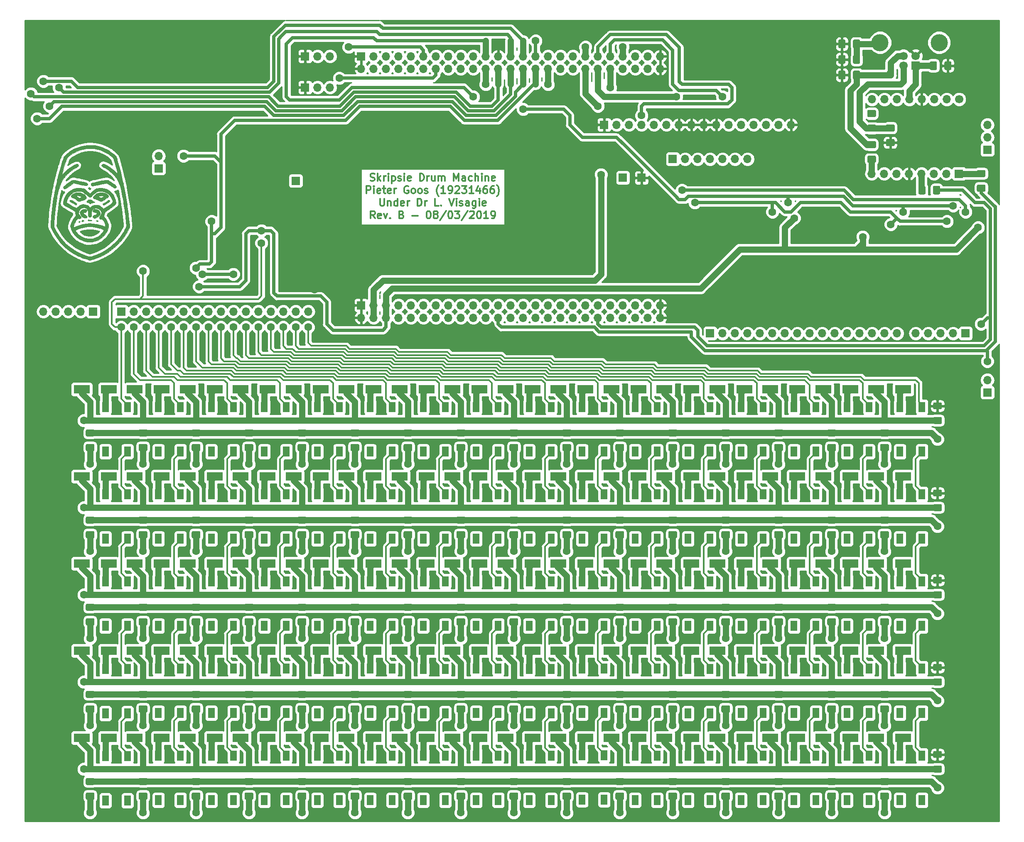
<source format=gtl>
G04 #@! TF.GenerationSoftware,KiCad,Pcbnew,(5.0.0)*
G04 #@! TF.CreationDate,2019-03-08T11:26:39+02:00*
G04 #@! TF.ProjectId,Skripsie,536B7269707369652E6B696361645F70,rev?*
G04 #@! TF.SameCoordinates,Original*
G04 #@! TF.FileFunction,Copper,L1,Top,Signal*
G04 #@! TF.FilePolarity,Positive*
%FSLAX46Y46*%
G04 Gerber Fmt 4.6, Leading zero omitted, Abs format (unit mm)*
G04 Created by KiCad (PCBNEW (5.0.0)) date 03/08/19 11:26:39*
%MOMM*%
%LPD*%
G01*
G04 APERTURE LIST*
G04 #@! TA.AperFunction,NonConductor*
%ADD10C,0.300000*%
G04 #@! TD*
G04 #@! TA.AperFunction,EtchedComponent*
%ADD11C,0.010000*%
G04 #@! TD*
G04 #@! TA.AperFunction,ComponentPad*
%ADD12O,1.700000X1.700000*%
G04 #@! TD*
G04 #@! TA.AperFunction,ComponentPad*
%ADD13R,1.700000X1.700000*%
G04 #@! TD*
G04 #@! TA.AperFunction,Conductor*
%ADD14C,0.100000*%
G04 #@! TD*
G04 #@! TA.AperFunction,SMDPad,CuDef*
%ADD15C,1.425000*%
G04 #@! TD*
G04 #@! TA.AperFunction,SMDPad,CuDef*
%ADD16R,1.400000X2.100000*%
G04 #@! TD*
G04 #@! TA.AperFunction,SMDPad,CuDef*
%ADD17R,3.300000X1.700000*%
G04 #@! TD*
G04 #@! TA.AperFunction,ComponentPad*
%ADD18C,3.500000*%
G04 #@! TD*
G04 #@! TA.AperFunction,ComponentPad*
%ADD19C,1.700000*%
G04 #@! TD*
G04 #@! TA.AperFunction,ViaPad*
%ADD20C,1.600200*%
G04 #@! TD*
G04 #@! TA.AperFunction,Conductor*
%ADD21C,0.635000*%
G04 #@! TD*
G04 #@! TA.AperFunction,Conductor*
%ADD22C,1.270000*%
G04 #@! TD*
G04 #@! TA.AperFunction,Conductor*
%ADD23C,0.304800*%
G04 #@! TD*
G04 #@! TA.AperFunction,Conductor*
%ADD24C,0.508000*%
G04 #@! TD*
G04 #@! TA.AperFunction,Conductor*
%ADD25C,0.254000*%
G04 #@! TD*
G04 #@! TA.AperFunction,NonConductor*
%ADD26C,0.254000*%
G04 #@! TD*
G04 APERTURE END LIST*
D10*
X88885714Y-58377142D02*
X89100000Y-58448571D01*
X89457142Y-58448571D01*
X89600000Y-58377142D01*
X89671428Y-58305714D01*
X89742857Y-58162857D01*
X89742857Y-58020000D01*
X89671428Y-57877142D01*
X89600000Y-57805714D01*
X89457142Y-57734285D01*
X89171428Y-57662857D01*
X89028571Y-57591428D01*
X88957142Y-57520000D01*
X88885714Y-57377142D01*
X88885714Y-57234285D01*
X88957142Y-57091428D01*
X89028571Y-57020000D01*
X89171428Y-56948571D01*
X89528571Y-56948571D01*
X89742857Y-57020000D01*
X90385714Y-58448571D02*
X90385714Y-56948571D01*
X90528571Y-57877142D02*
X90957142Y-58448571D01*
X90957142Y-57448571D02*
X90385714Y-58020000D01*
X91600000Y-58448571D02*
X91600000Y-57448571D01*
X91600000Y-57734285D02*
X91671428Y-57591428D01*
X91742857Y-57520000D01*
X91885714Y-57448571D01*
X92028571Y-57448571D01*
X92528571Y-58448571D02*
X92528571Y-57448571D01*
X92528571Y-56948571D02*
X92457142Y-57020000D01*
X92528571Y-57091428D01*
X92600000Y-57020000D01*
X92528571Y-56948571D01*
X92528571Y-57091428D01*
X93242857Y-57448571D02*
X93242857Y-58948571D01*
X93242857Y-57520000D02*
X93385714Y-57448571D01*
X93671428Y-57448571D01*
X93814285Y-57520000D01*
X93885714Y-57591428D01*
X93957142Y-57734285D01*
X93957142Y-58162857D01*
X93885714Y-58305714D01*
X93814285Y-58377142D01*
X93671428Y-58448571D01*
X93385714Y-58448571D01*
X93242857Y-58377142D01*
X94528571Y-58377142D02*
X94671428Y-58448571D01*
X94957142Y-58448571D01*
X95100000Y-58377142D01*
X95171428Y-58234285D01*
X95171428Y-58162857D01*
X95100000Y-58020000D01*
X94957142Y-57948571D01*
X94742857Y-57948571D01*
X94600000Y-57877142D01*
X94528571Y-57734285D01*
X94528571Y-57662857D01*
X94600000Y-57520000D01*
X94742857Y-57448571D01*
X94957142Y-57448571D01*
X95100000Y-57520000D01*
X95814285Y-58448571D02*
X95814285Y-57448571D01*
X95814285Y-56948571D02*
X95742857Y-57020000D01*
X95814285Y-57091428D01*
X95885714Y-57020000D01*
X95814285Y-56948571D01*
X95814285Y-57091428D01*
X97100000Y-58377142D02*
X96957142Y-58448571D01*
X96671428Y-58448571D01*
X96528571Y-58377142D01*
X96457142Y-58234285D01*
X96457142Y-57662857D01*
X96528571Y-57520000D01*
X96671428Y-57448571D01*
X96957142Y-57448571D01*
X97100000Y-57520000D01*
X97171428Y-57662857D01*
X97171428Y-57805714D01*
X96457142Y-57948571D01*
X98957142Y-58448571D02*
X98957142Y-56948571D01*
X99314285Y-56948571D01*
X99528571Y-57020000D01*
X99671428Y-57162857D01*
X99742857Y-57305714D01*
X99814285Y-57591428D01*
X99814285Y-57805714D01*
X99742857Y-58091428D01*
X99671428Y-58234285D01*
X99528571Y-58377142D01*
X99314285Y-58448571D01*
X98957142Y-58448571D01*
X100457142Y-58448571D02*
X100457142Y-57448571D01*
X100457142Y-57734285D02*
X100528571Y-57591428D01*
X100600000Y-57520000D01*
X100742857Y-57448571D01*
X100885714Y-57448571D01*
X102028571Y-57448571D02*
X102028571Y-58448571D01*
X101385714Y-57448571D02*
X101385714Y-58234285D01*
X101457142Y-58377142D01*
X101600000Y-58448571D01*
X101814285Y-58448571D01*
X101957142Y-58377142D01*
X102028571Y-58305714D01*
X102742857Y-58448571D02*
X102742857Y-57448571D01*
X102742857Y-57591428D02*
X102814285Y-57520000D01*
X102957142Y-57448571D01*
X103171428Y-57448571D01*
X103314285Y-57520000D01*
X103385714Y-57662857D01*
X103385714Y-58448571D01*
X103385714Y-57662857D02*
X103457142Y-57520000D01*
X103600000Y-57448571D01*
X103814285Y-57448571D01*
X103957142Y-57520000D01*
X104028571Y-57662857D01*
X104028571Y-58448571D01*
X105885714Y-58448571D02*
X105885714Y-56948571D01*
X106385714Y-58020000D01*
X106885714Y-56948571D01*
X106885714Y-58448571D01*
X108242857Y-58448571D02*
X108242857Y-57662857D01*
X108171428Y-57520000D01*
X108028571Y-57448571D01*
X107742857Y-57448571D01*
X107600000Y-57520000D01*
X108242857Y-58377142D02*
X108100000Y-58448571D01*
X107742857Y-58448571D01*
X107600000Y-58377142D01*
X107528571Y-58234285D01*
X107528571Y-58091428D01*
X107600000Y-57948571D01*
X107742857Y-57877142D01*
X108100000Y-57877142D01*
X108242857Y-57805714D01*
X109600000Y-58377142D02*
X109457142Y-58448571D01*
X109171428Y-58448571D01*
X109028571Y-58377142D01*
X108957142Y-58305714D01*
X108885714Y-58162857D01*
X108885714Y-57734285D01*
X108957142Y-57591428D01*
X109028571Y-57520000D01*
X109171428Y-57448571D01*
X109457142Y-57448571D01*
X109600000Y-57520000D01*
X110242857Y-58448571D02*
X110242857Y-56948571D01*
X110885714Y-58448571D02*
X110885714Y-57662857D01*
X110814285Y-57520000D01*
X110671428Y-57448571D01*
X110457142Y-57448571D01*
X110314285Y-57520000D01*
X110242857Y-57591428D01*
X111600000Y-58448571D02*
X111600000Y-57448571D01*
X111600000Y-56948571D02*
X111528571Y-57020000D01*
X111600000Y-57091428D01*
X111671428Y-57020000D01*
X111600000Y-56948571D01*
X111600000Y-57091428D01*
X112314285Y-57448571D02*
X112314285Y-58448571D01*
X112314285Y-57591428D02*
X112385714Y-57520000D01*
X112528571Y-57448571D01*
X112742857Y-57448571D01*
X112885714Y-57520000D01*
X112957142Y-57662857D01*
X112957142Y-58448571D01*
X114242857Y-58377142D02*
X114100000Y-58448571D01*
X113814285Y-58448571D01*
X113671428Y-58377142D01*
X113600000Y-58234285D01*
X113600000Y-57662857D01*
X113671428Y-57520000D01*
X113814285Y-57448571D01*
X114100000Y-57448571D01*
X114242857Y-57520000D01*
X114314285Y-57662857D01*
X114314285Y-57805714D01*
X113600000Y-57948571D01*
X88099999Y-60998571D02*
X88099999Y-59498571D01*
X88671428Y-59498571D01*
X88814285Y-59570000D01*
X88885714Y-59641428D01*
X88957142Y-59784285D01*
X88957142Y-59998571D01*
X88885714Y-60141428D01*
X88814285Y-60212857D01*
X88671428Y-60284285D01*
X88099999Y-60284285D01*
X89599999Y-60998571D02*
X89599999Y-59998571D01*
X89599999Y-59498571D02*
X89528571Y-59570000D01*
X89599999Y-59641428D01*
X89671428Y-59570000D01*
X89599999Y-59498571D01*
X89599999Y-59641428D01*
X90885714Y-60927142D02*
X90742857Y-60998571D01*
X90457142Y-60998571D01*
X90314285Y-60927142D01*
X90242857Y-60784285D01*
X90242857Y-60212857D01*
X90314285Y-60070000D01*
X90457142Y-59998571D01*
X90742857Y-59998571D01*
X90885714Y-60070000D01*
X90957142Y-60212857D01*
X90957142Y-60355714D01*
X90242857Y-60498571D01*
X91385714Y-59998571D02*
X91957142Y-59998571D01*
X91599999Y-59498571D02*
X91599999Y-60784285D01*
X91671428Y-60927142D01*
X91814285Y-60998571D01*
X91957142Y-60998571D01*
X93028571Y-60927142D02*
X92885714Y-60998571D01*
X92599999Y-60998571D01*
X92457142Y-60927142D01*
X92385714Y-60784285D01*
X92385714Y-60212857D01*
X92457142Y-60070000D01*
X92599999Y-59998571D01*
X92885714Y-59998571D01*
X93028571Y-60070000D01*
X93099999Y-60212857D01*
X93099999Y-60355714D01*
X92385714Y-60498571D01*
X93742857Y-60998571D02*
X93742857Y-59998571D01*
X93742857Y-60284285D02*
X93814285Y-60141428D01*
X93885714Y-60070000D01*
X94028571Y-59998571D01*
X94171428Y-59998571D01*
X96599999Y-59570000D02*
X96457142Y-59498571D01*
X96242857Y-59498571D01*
X96028571Y-59570000D01*
X95885714Y-59712857D01*
X95814285Y-59855714D01*
X95742857Y-60141428D01*
X95742857Y-60355714D01*
X95814285Y-60641428D01*
X95885714Y-60784285D01*
X96028571Y-60927142D01*
X96242857Y-60998571D01*
X96385714Y-60998571D01*
X96599999Y-60927142D01*
X96671428Y-60855714D01*
X96671428Y-60355714D01*
X96385714Y-60355714D01*
X97528571Y-60998571D02*
X97385714Y-60927142D01*
X97314285Y-60855714D01*
X97242857Y-60712857D01*
X97242857Y-60284285D01*
X97314285Y-60141428D01*
X97385714Y-60070000D01*
X97528571Y-59998571D01*
X97742857Y-59998571D01*
X97885714Y-60070000D01*
X97957142Y-60141428D01*
X98028571Y-60284285D01*
X98028571Y-60712857D01*
X97957142Y-60855714D01*
X97885714Y-60927142D01*
X97742857Y-60998571D01*
X97528571Y-60998571D01*
X98885714Y-60998571D02*
X98742857Y-60927142D01*
X98671428Y-60855714D01*
X98599999Y-60712857D01*
X98599999Y-60284285D01*
X98671428Y-60141428D01*
X98742857Y-60070000D01*
X98885714Y-59998571D01*
X99099999Y-59998571D01*
X99242857Y-60070000D01*
X99314285Y-60141428D01*
X99385714Y-60284285D01*
X99385714Y-60712857D01*
X99314285Y-60855714D01*
X99242857Y-60927142D01*
X99099999Y-60998571D01*
X98885714Y-60998571D01*
X99957142Y-60927142D02*
X100099999Y-60998571D01*
X100385714Y-60998571D01*
X100528571Y-60927142D01*
X100599999Y-60784285D01*
X100599999Y-60712857D01*
X100528571Y-60570000D01*
X100385714Y-60498571D01*
X100171428Y-60498571D01*
X100028571Y-60427142D01*
X99957142Y-60284285D01*
X99957142Y-60212857D01*
X100028571Y-60070000D01*
X100171428Y-59998571D01*
X100385714Y-59998571D01*
X100528571Y-60070000D01*
X102814285Y-61570000D02*
X102742857Y-61498571D01*
X102599999Y-61284285D01*
X102528571Y-61141428D01*
X102457142Y-60927142D01*
X102385714Y-60570000D01*
X102385714Y-60284285D01*
X102457142Y-59927142D01*
X102528571Y-59712857D01*
X102599999Y-59570000D01*
X102742857Y-59355714D01*
X102814285Y-59284285D01*
X104171428Y-60998571D02*
X103314285Y-60998571D01*
X103742857Y-60998571D02*
X103742857Y-59498571D01*
X103599999Y-59712857D01*
X103457142Y-59855714D01*
X103314285Y-59927142D01*
X104885714Y-60998571D02*
X105171428Y-60998571D01*
X105314285Y-60927142D01*
X105385714Y-60855714D01*
X105528571Y-60641428D01*
X105599999Y-60355714D01*
X105599999Y-59784285D01*
X105528571Y-59641428D01*
X105457142Y-59570000D01*
X105314285Y-59498571D01*
X105028571Y-59498571D01*
X104885714Y-59570000D01*
X104814285Y-59641428D01*
X104742857Y-59784285D01*
X104742857Y-60141428D01*
X104814285Y-60284285D01*
X104885714Y-60355714D01*
X105028571Y-60427142D01*
X105314285Y-60427142D01*
X105457142Y-60355714D01*
X105528571Y-60284285D01*
X105599999Y-60141428D01*
X106171428Y-59641428D02*
X106242857Y-59570000D01*
X106385714Y-59498571D01*
X106742857Y-59498571D01*
X106885714Y-59570000D01*
X106957142Y-59641428D01*
X107028571Y-59784285D01*
X107028571Y-59927142D01*
X106957142Y-60141428D01*
X106099999Y-60998571D01*
X107028571Y-60998571D01*
X107528571Y-59498571D02*
X108457142Y-59498571D01*
X107957142Y-60070000D01*
X108171428Y-60070000D01*
X108314285Y-60141428D01*
X108385714Y-60212857D01*
X108457142Y-60355714D01*
X108457142Y-60712857D01*
X108385714Y-60855714D01*
X108314285Y-60927142D01*
X108171428Y-60998571D01*
X107742857Y-60998571D01*
X107600000Y-60927142D01*
X107528571Y-60855714D01*
X109885714Y-60998571D02*
X109028571Y-60998571D01*
X109457142Y-60998571D02*
X109457142Y-59498571D01*
X109314285Y-59712857D01*
X109171428Y-59855714D01*
X109028571Y-59927142D01*
X111171428Y-59998571D02*
X111171428Y-60998571D01*
X110814285Y-59427142D02*
X110457142Y-60498571D01*
X111385714Y-60498571D01*
X112600000Y-59498571D02*
X112314285Y-59498571D01*
X112171428Y-59570000D01*
X112100000Y-59641428D01*
X111957142Y-59855714D01*
X111885714Y-60141428D01*
X111885714Y-60712857D01*
X111957142Y-60855714D01*
X112028571Y-60927142D01*
X112171428Y-60998571D01*
X112457142Y-60998571D01*
X112600000Y-60927142D01*
X112671428Y-60855714D01*
X112742857Y-60712857D01*
X112742857Y-60355714D01*
X112671428Y-60212857D01*
X112600000Y-60141428D01*
X112457142Y-60070000D01*
X112171428Y-60070000D01*
X112028571Y-60141428D01*
X111957142Y-60212857D01*
X111885714Y-60355714D01*
X114028571Y-59498571D02*
X113742857Y-59498571D01*
X113600000Y-59570000D01*
X113528571Y-59641428D01*
X113385714Y-59855714D01*
X113314285Y-60141428D01*
X113314285Y-60712857D01*
X113385714Y-60855714D01*
X113457142Y-60927142D01*
X113600000Y-60998571D01*
X113885714Y-60998571D01*
X114028571Y-60927142D01*
X114100000Y-60855714D01*
X114171428Y-60712857D01*
X114171428Y-60355714D01*
X114100000Y-60212857D01*
X114028571Y-60141428D01*
X113885714Y-60070000D01*
X113600000Y-60070000D01*
X113457142Y-60141428D01*
X113385714Y-60212857D01*
X113314285Y-60355714D01*
X114671428Y-61570000D02*
X114742857Y-61498571D01*
X114885714Y-61284285D01*
X114957142Y-61141428D01*
X115028571Y-60927142D01*
X115100000Y-60570000D01*
X115100000Y-60284285D01*
X115028571Y-59927142D01*
X114957142Y-59712857D01*
X114885714Y-59570000D01*
X114742857Y-59355714D01*
X114671428Y-59284285D01*
X90849999Y-62048571D02*
X90849999Y-63262857D01*
X90921428Y-63405714D01*
X90992857Y-63477142D01*
X91135714Y-63548571D01*
X91421428Y-63548571D01*
X91564285Y-63477142D01*
X91635714Y-63405714D01*
X91707142Y-63262857D01*
X91707142Y-62048571D01*
X92421428Y-62548571D02*
X92421428Y-63548571D01*
X92421428Y-62691428D02*
X92492857Y-62620000D01*
X92635714Y-62548571D01*
X92849999Y-62548571D01*
X92992857Y-62620000D01*
X93064285Y-62762857D01*
X93064285Y-63548571D01*
X94421428Y-63548571D02*
X94421428Y-62048571D01*
X94421428Y-63477142D02*
X94278571Y-63548571D01*
X93992857Y-63548571D01*
X93849999Y-63477142D01*
X93778571Y-63405714D01*
X93707142Y-63262857D01*
X93707142Y-62834285D01*
X93778571Y-62691428D01*
X93849999Y-62620000D01*
X93992857Y-62548571D01*
X94278571Y-62548571D01*
X94421428Y-62620000D01*
X95707142Y-63477142D02*
X95564285Y-63548571D01*
X95278571Y-63548571D01*
X95135714Y-63477142D01*
X95064285Y-63334285D01*
X95064285Y-62762857D01*
X95135714Y-62620000D01*
X95278571Y-62548571D01*
X95564285Y-62548571D01*
X95707142Y-62620000D01*
X95778571Y-62762857D01*
X95778571Y-62905714D01*
X95064285Y-63048571D01*
X96421428Y-63548571D02*
X96421428Y-62548571D01*
X96421428Y-62834285D02*
X96492857Y-62691428D01*
X96564285Y-62620000D01*
X96707142Y-62548571D01*
X96849999Y-62548571D01*
X98492857Y-63548571D02*
X98492857Y-62048571D01*
X98849999Y-62048571D01*
X99064285Y-62120000D01*
X99207142Y-62262857D01*
X99278571Y-62405714D01*
X99349999Y-62691428D01*
X99349999Y-62905714D01*
X99278571Y-63191428D01*
X99207142Y-63334285D01*
X99064285Y-63477142D01*
X98849999Y-63548571D01*
X98492857Y-63548571D01*
X99992857Y-63548571D02*
X99992857Y-62548571D01*
X99992857Y-62834285D02*
X100064285Y-62691428D01*
X100135714Y-62620000D01*
X100278571Y-62548571D01*
X100421428Y-62548571D01*
X102778571Y-63548571D02*
X102064285Y-63548571D01*
X102064285Y-62048571D01*
X103278571Y-63405714D02*
X103349999Y-63477142D01*
X103278571Y-63548571D01*
X103207142Y-63477142D01*
X103278571Y-63405714D01*
X103278571Y-63548571D01*
X104921428Y-62048571D02*
X105421428Y-63548571D01*
X105921428Y-62048571D01*
X106421428Y-63548571D02*
X106421428Y-62548571D01*
X106421428Y-62048571D02*
X106349999Y-62120000D01*
X106421428Y-62191428D01*
X106492857Y-62120000D01*
X106421428Y-62048571D01*
X106421428Y-62191428D01*
X107064285Y-63477142D02*
X107207142Y-63548571D01*
X107492857Y-63548571D01*
X107635714Y-63477142D01*
X107707142Y-63334285D01*
X107707142Y-63262857D01*
X107635714Y-63120000D01*
X107492857Y-63048571D01*
X107278571Y-63048571D01*
X107135714Y-62977142D01*
X107064285Y-62834285D01*
X107064285Y-62762857D01*
X107135714Y-62620000D01*
X107278571Y-62548571D01*
X107492857Y-62548571D01*
X107635714Y-62620000D01*
X108992857Y-63548571D02*
X108992857Y-62762857D01*
X108921428Y-62620000D01*
X108778571Y-62548571D01*
X108492857Y-62548571D01*
X108349999Y-62620000D01*
X108992857Y-63477142D02*
X108849999Y-63548571D01*
X108492857Y-63548571D01*
X108349999Y-63477142D01*
X108278571Y-63334285D01*
X108278571Y-63191428D01*
X108349999Y-63048571D01*
X108492857Y-62977142D01*
X108849999Y-62977142D01*
X108992857Y-62905714D01*
X110349999Y-62548571D02*
X110349999Y-63762857D01*
X110278571Y-63905714D01*
X110207142Y-63977142D01*
X110064285Y-64048571D01*
X109849999Y-64048571D01*
X109707142Y-63977142D01*
X110349999Y-63477142D02*
X110207142Y-63548571D01*
X109921428Y-63548571D01*
X109778571Y-63477142D01*
X109707142Y-63405714D01*
X109635714Y-63262857D01*
X109635714Y-62834285D01*
X109707142Y-62691428D01*
X109778571Y-62620000D01*
X109921428Y-62548571D01*
X110207142Y-62548571D01*
X110349999Y-62620000D01*
X111064285Y-63548571D02*
X111064285Y-62548571D01*
X111064285Y-62048571D02*
X110992857Y-62120000D01*
X111064285Y-62191428D01*
X111135714Y-62120000D01*
X111064285Y-62048571D01*
X111064285Y-62191428D01*
X112349999Y-63477142D02*
X112207142Y-63548571D01*
X111921428Y-63548571D01*
X111778571Y-63477142D01*
X111707142Y-63334285D01*
X111707142Y-62762857D01*
X111778571Y-62620000D01*
X111921428Y-62548571D01*
X112207142Y-62548571D01*
X112349999Y-62620000D01*
X112421428Y-62762857D01*
X112421428Y-62905714D01*
X111707142Y-63048571D01*
X89814285Y-66098571D02*
X89314285Y-65384285D01*
X88957142Y-66098571D02*
X88957142Y-64598571D01*
X89528571Y-64598571D01*
X89671428Y-64670000D01*
X89742857Y-64741428D01*
X89814285Y-64884285D01*
X89814285Y-65098571D01*
X89742857Y-65241428D01*
X89671428Y-65312857D01*
X89528571Y-65384285D01*
X88957142Y-65384285D01*
X91028571Y-66027142D02*
X90885714Y-66098571D01*
X90600000Y-66098571D01*
X90457142Y-66027142D01*
X90385714Y-65884285D01*
X90385714Y-65312857D01*
X90457142Y-65170000D01*
X90600000Y-65098571D01*
X90885714Y-65098571D01*
X91028571Y-65170000D01*
X91100000Y-65312857D01*
X91100000Y-65455714D01*
X90385714Y-65598571D01*
X91600000Y-65098571D02*
X91957142Y-66098571D01*
X92314285Y-65098571D01*
X92885714Y-65955714D02*
X92957142Y-66027142D01*
X92885714Y-66098571D01*
X92814285Y-66027142D01*
X92885714Y-65955714D01*
X92885714Y-66098571D01*
X95242857Y-65312857D02*
X95457142Y-65384285D01*
X95528571Y-65455714D01*
X95600000Y-65598571D01*
X95600000Y-65812857D01*
X95528571Y-65955714D01*
X95457142Y-66027142D01*
X95314285Y-66098571D01*
X94742857Y-66098571D01*
X94742857Y-64598571D01*
X95242857Y-64598571D01*
X95385714Y-64670000D01*
X95457142Y-64741428D01*
X95528571Y-64884285D01*
X95528571Y-65027142D01*
X95457142Y-65170000D01*
X95385714Y-65241428D01*
X95242857Y-65312857D01*
X94742857Y-65312857D01*
X97385714Y-65527142D02*
X98528571Y-65527142D01*
X100671428Y-64598571D02*
X100814285Y-64598571D01*
X100957142Y-64670000D01*
X101028571Y-64741428D01*
X101100000Y-64884285D01*
X101171428Y-65170000D01*
X101171428Y-65527142D01*
X101100000Y-65812857D01*
X101028571Y-65955714D01*
X100957142Y-66027142D01*
X100814285Y-66098571D01*
X100671428Y-66098571D01*
X100528571Y-66027142D01*
X100457142Y-65955714D01*
X100385714Y-65812857D01*
X100314285Y-65527142D01*
X100314285Y-65170000D01*
X100385714Y-64884285D01*
X100457142Y-64741428D01*
X100528571Y-64670000D01*
X100671428Y-64598571D01*
X102028571Y-65241428D02*
X101885714Y-65170000D01*
X101814285Y-65098571D01*
X101742857Y-64955714D01*
X101742857Y-64884285D01*
X101814285Y-64741428D01*
X101885714Y-64670000D01*
X102028571Y-64598571D01*
X102314285Y-64598571D01*
X102457142Y-64670000D01*
X102528571Y-64741428D01*
X102600000Y-64884285D01*
X102600000Y-64955714D01*
X102528571Y-65098571D01*
X102457142Y-65170000D01*
X102314285Y-65241428D01*
X102028571Y-65241428D01*
X101885714Y-65312857D01*
X101814285Y-65384285D01*
X101742857Y-65527142D01*
X101742857Y-65812857D01*
X101814285Y-65955714D01*
X101885714Y-66027142D01*
X102028571Y-66098571D01*
X102314285Y-66098571D01*
X102457142Y-66027142D01*
X102528571Y-65955714D01*
X102600000Y-65812857D01*
X102600000Y-65527142D01*
X102528571Y-65384285D01*
X102457142Y-65312857D01*
X102314285Y-65241428D01*
X104314285Y-64527142D02*
X103028571Y-66455714D01*
X105100000Y-64598571D02*
X105242857Y-64598571D01*
X105385714Y-64670000D01*
X105457142Y-64741428D01*
X105528571Y-64884285D01*
X105600000Y-65170000D01*
X105600000Y-65527142D01*
X105528571Y-65812857D01*
X105457142Y-65955714D01*
X105385714Y-66027142D01*
X105242857Y-66098571D01*
X105100000Y-66098571D01*
X104957142Y-66027142D01*
X104885714Y-65955714D01*
X104814285Y-65812857D01*
X104742857Y-65527142D01*
X104742857Y-65170000D01*
X104814285Y-64884285D01*
X104885714Y-64741428D01*
X104957142Y-64670000D01*
X105100000Y-64598571D01*
X106100000Y-64598571D02*
X107028571Y-64598571D01*
X106528571Y-65170000D01*
X106742857Y-65170000D01*
X106885714Y-65241428D01*
X106957142Y-65312857D01*
X107028571Y-65455714D01*
X107028571Y-65812857D01*
X106957142Y-65955714D01*
X106885714Y-66027142D01*
X106742857Y-66098571D01*
X106314285Y-66098571D01*
X106171428Y-66027142D01*
X106100000Y-65955714D01*
X108742857Y-64527142D02*
X107457142Y-66455714D01*
X109171428Y-64741428D02*
X109242857Y-64670000D01*
X109385714Y-64598571D01*
X109742857Y-64598571D01*
X109885714Y-64670000D01*
X109957142Y-64741428D01*
X110028571Y-64884285D01*
X110028571Y-65027142D01*
X109957142Y-65241428D01*
X109100000Y-66098571D01*
X110028571Y-66098571D01*
X110957142Y-64598571D02*
X111100000Y-64598571D01*
X111242857Y-64670000D01*
X111314285Y-64741428D01*
X111385714Y-64884285D01*
X111457142Y-65170000D01*
X111457142Y-65527142D01*
X111385714Y-65812857D01*
X111314285Y-65955714D01*
X111242857Y-66027142D01*
X111100000Y-66098571D01*
X110957142Y-66098571D01*
X110814285Y-66027142D01*
X110742857Y-65955714D01*
X110671428Y-65812857D01*
X110600000Y-65527142D01*
X110600000Y-65170000D01*
X110671428Y-64884285D01*
X110742857Y-64741428D01*
X110814285Y-64670000D01*
X110957142Y-64598571D01*
X112885714Y-66098571D02*
X112028571Y-66098571D01*
X112457142Y-66098571D02*
X112457142Y-64598571D01*
X112314285Y-64812857D01*
X112171428Y-64955714D01*
X112028571Y-65027142D01*
X113600000Y-66098571D02*
X113885714Y-66098571D01*
X114028571Y-66027142D01*
X114100000Y-65955714D01*
X114242857Y-65741428D01*
X114314285Y-65455714D01*
X114314285Y-64884285D01*
X114242857Y-64741428D01*
X114171428Y-64670000D01*
X114028571Y-64598571D01*
X113742857Y-64598571D01*
X113600000Y-64670000D01*
X113528571Y-64741428D01*
X113457142Y-64884285D01*
X113457142Y-65241428D01*
X113528571Y-65384285D01*
X113600000Y-65455714D01*
X113742857Y-65527142D01*
X114028571Y-65527142D01*
X114171428Y-65455714D01*
X114242857Y-65384285D01*
X114314285Y-65241428D01*
D11*
G04 #@! TO.C,G\002A\002A\002A*
G36*
X34606997Y-60870192D02*
X34636780Y-60880003D01*
X34948101Y-61008082D01*
X35198337Y-61156567D01*
X35377860Y-61316697D01*
X35477042Y-61479706D01*
X35486256Y-61636833D01*
X35482526Y-61649813D01*
X35429606Y-61713945D01*
X35308662Y-61817831D01*
X35138436Y-61948366D01*
X34937668Y-62092445D01*
X34725103Y-62236965D01*
X34519482Y-62368820D01*
X34339548Y-62474905D01*
X34209679Y-62539795D01*
X34088034Y-62584547D01*
X33982026Y-62600812D01*
X33868818Y-62583430D01*
X33725574Y-62527239D01*
X33529458Y-62427076D01*
X33401000Y-62357000D01*
X33149274Y-62226079D01*
X32957877Y-62146270D01*
X32804726Y-62109263D01*
X32729071Y-62104144D01*
X32574393Y-62089458D01*
X32478526Y-62035920D01*
X32431371Y-61976370D01*
X32376180Y-61841581D01*
X32394304Y-61701896D01*
X32451072Y-61608282D01*
X33508028Y-61608282D01*
X33527567Y-61656664D01*
X33616454Y-61722544D01*
X33688084Y-61766449D01*
X33825472Y-61842946D01*
X33930493Y-61891001D01*
X33962554Y-61899319D01*
X34031848Y-61874078D01*
X34155209Y-61808355D01*
X34265274Y-61741783D01*
X34402520Y-61651755D01*
X34465143Y-61595580D01*
X34465317Y-61554302D01*
X34415213Y-61508964D01*
X34414919Y-61508743D01*
X34301853Y-61468206D01*
X34127463Y-61451661D01*
X33927290Y-61457125D01*
X33736877Y-61482619D01*
X33591764Y-61526164D01*
X33543965Y-61557263D01*
X33508028Y-61608282D01*
X32451072Y-61608282D01*
X32491192Y-61542123D01*
X32648879Y-61369933D01*
X32990004Y-61099119D01*
X33373143Y-60909607D01*
X33781531Y-60805527D01*
X34198404Y-60791011D01*
X34606997Y-60870192D01*
X34606997Y-60870192D01*
G37*
X34606997Y-60870192D02*
X34636780Y-60880003D01*
X34948101Y-61008082D01*
X35198337Y-61156567D01*
X35377860Y-61316697D01*
X35477042Y-61479706D01*
X35486256Y-61636833D01*
X35482526Y-61649813D01*
X35429606Y-61713945D01*
X35308662Y-61817831D01*
X35138436Y-61948366D01*
X34937668Y-62092445D01*
X34725103Y-62236965D01*
X34519482Y-62368820D01*
X34339548Y-62474905D01*
X34209679Y-62539795D01*
X34088034Y-62584547D01*
X33982026Y-62600812D01*
X33868818Y-62583430D01*
X33725574Y-62527239D01*
X33529458Y-62427076D01*
X33401000Y-62357000D01*
X33149274Y-62226079D01*
X32957877Y-62146270D01*
X32804726Y-62109263D01*
X32729071Y-62104144D01*
X32574393Y-62089458D01*
X32478526Y-62035920D01*
X32431371Y-61976370D01*
X32376180Y-61841581D01*
X32394304Y-61701896D01*
X32451072Y-61608282D01*
X33508028Y-61608282D01*
X33527567Y-61656664D01*
X33616454Y-61722544D01*
X33688084Y-61766449D01*
X33825472Y-61842946D01*
X33930493Y-61891001D01*
X33962554Y-61899319D01*
X34031848Y-61874078D01*
X34155209Y-61808355D01*
X34265274Y-61741783D01*
X34402520Y-61651755D01*
X34465143Y-61595580D01*
X34465317Y-61554302D01*
X34415213Y-61508964D01*
X34414919Y-61508743D01*
X34301853Y-61468206D01*
X34127463Y-61451661D01*
X33927290Y-61457125D01*
X33736877Y-61482619D01*
X33591764Y-61526164D01*
X33543965Y-61557263D01*
X33508028Y-61608282D01*
X32451072Y-61608282D01*
X32491192Y-61542123D01*
X32648879Y-61369933D01*
X32990004Y-61099119D01*
X33373143Y-60909607D01*
X33781531Y-60805527D01*
X34198404Y-60791011D01*
X34606997Y-60870192D01*
G36*
X29691293Y-60824724D02*
X30106992Y-60958298D01*
X30502721Y-61185302D01*
X30623711Y-61277489D01*
X30837099Y-61486806D01*
X30949472Y-61686474D01*
X30960932Y-61876713D01*
X30940185Y-61943393D01*
X30901608Y-62017837D01*
X30843935Y-62082616D01*
X30752236Y-62146178D01*
X30611581Y-62216973D01*
X30407042Y-62303449D01*
X30123690Y-62414055D01*
X30076996Y-62431903D01*
X29834296Y-62521947D01*
X29662436Y-62576552D01*
X29538553Y-62599552D01*
X29439784Y-62594783D01*
X29343268Y-62566082D01*
X29323495Y-62558319D01*
X29234305Y-62508570D01*
X29088692Y-62412662D01*
X28910516Y-62286695D01*
X28801299Y-62205939D01*
X28551526Y-62030667D01*
X28366074Y-61929330D01*
X28250155Y-61899800D01*
X28093721Y-61864121D01*
X27952534Y-61774074D01*
X27858735Y-61655145D01*
X27838400Y-61573330D01*
X27865301Y-61491557D01*
X29033338Y-61491557D01*
X29054181Y-61544318D01*
X29137350Y-61628776D01*
X29257299Y-61725634D01*
X29388481Y-61815591D01*
X29505347Y-61879350D01*
X29572096Y-61898540D01*
X29671341Y-61880504D01*
X29810340Y-61834405D01*
X29838796Y-61822918D01*
X29956002Y-61761815D01*
X30019225Y-61705240D01*
X30022800Y-61693434D01*
X29976429Y-61627037D01*
X29854971Y-61563402D01*
X29684900Y-61507933D01*
X29492693Y-61466030D01*
X29304829Y-61443097D01*
X29147783Y-61444534D01*
X29048032Y-61475744D01*
X29033338Y-61491557D01*
X27865301Y-61491557D01*
X27885131Y-61431280D01*
X28014083Y-61278945D01*
X28208395Y-61128518D01*
X28451205Y-60992189D01*
X28725652Y-60882151D01*
X28841685Y-60847918D01*
X29266049Y-60787093D01*
X29691293Y-60824724D01*
X29691293Y-60824724D01*
G37*
X29691293Y-60824724D02*
X30106992Y-60958298D01*
X30502721Y-61185302D01*
X30623711Y-61277489D01*
X30837099Y-61486806D01*
X30949472Y-61686474D01*
X30960932Y-61876713D01*
X30940185Y-61943393D01*
X30901608Y-62017837D01*
X30843935Y-62082616D01*
X30752236Y-62146178D01*
X30611581Y-62216973D01*
X30407042Y-62303449D01*
X30123690Y-62414055D01*
X30076996Y-62431903D01*
X29834296Y-62521947D01*
X29662436Y-62576552D01*
X29538553Y-62599552D01*
X29439784Y-62594783D01*
X29343268Y-62566082D01*
X29323495Y-62558319D01*
X29234305Y-62508570D01*
X29088692Y-62412662D01*
X28910516Y-62286695D01*
X28801299Y-62205939D01*
X28551526Y-62030667D01*
X28366074Y-61929330D01*
X28250155Y-61899800D01*
X28093721Y-61864121D01*
X27952534Y-61774074D01*
X27858735Y-61655145D01*
X27838400Y-61573330D01*
X27865301Y-61491557D01*
X29033338Y-61491557D01*
X29054181Y-61544318D01*
X29137350Y-61628776D01*
X29257299Y-61725634D01*
X29388481Y-61815591D01*
X29505347Y-61879350D01*
X29572096Y-61898540D01*
X29671341Y-61880504D01*
X29810340Y-61834405D01*
X29838796Y-61822918D01*
X29956002Y-61761815D01*
X30019225Y-61705240D01*
X30022800Y-61693434D01*
X29976429Y-61627037D01*
X29854971Y-61563402D01*
X29684900Y-61507933D01*
X29492693Y-61466030D01*
X29304829Y-61443097D01*
X29147783Y-61444534D01*
X29048032Y-61475744D01*
X29033338Y-61491557D01*
X27865301Y-61491557D01*
X27885131Y-61431280D01*
X28014083Y-61278945D01*
X28208395Y-61128518D01*
X28451205Y-60992189D01*
X28725652Y-60882151D01*
X28841685Y-60847918D01*
X29266049Y-60787093D01*
X29691293Y-60824724D01*
G36*
X30866979Y-64225961D02*
X31001546Y-64327517D01*
X31080629Y-64462081D01*
X31089600Y-64523118D01*
X31043006Y-64651858D01*
X30919814Y-64765716D01*
X30744907Y-64844902D01*
X30662184Y-64863034D01*
X30478520Y-64913313D01*
X30390669Y-64989905D01*
X30397944Y-65087343D01*
X30499657Y-65200160D01*
X30695119Y-65322887D01*
X30721752Y-65336476D01*
X30889329Y-65435601D01*
X31024409Y-65542710D01*
X31085201Y-65615046D01*
X31131208Y-65721315D01*
X31116261Y-65808102D01*
X31072706Y-65881746D01*
X30948340Y-65984906D01*
X30768227Y-66018123D01*
X30550346Y-65981360D01*
X30327600Y-65883211D01*
X30019082Y-65668491D01*
X29808293Y-65431761D01*
X29695946Y-65174099D01*
X29681252Y-64909101D01*
X29755427Y-64680357D01*
X29912531Y-64481649D01*
X30135505Y-64324983D01*
X30407291Y-64222365D01*
X30708965Y-64185800D01*
X30866979Y-64225961D01*
X30866979Y-64225961D01*
G37*
X30866979Y-64225961D02*
X31001546Y-64327517D01*
X31080629Y-64462081D01*
X31089600Y-64523118D01*
X31043006Y-64651858D01*
X30919814Y-64765716D01*
X30744907Y-64844902D01*
X30662184Y-64863034D01*
X30478520Y-64913313D01*
X30390669Y-64989905D01*
X30397944Y-65087343D01*
X30499657Y-65200160D01*
X30695119Y-65322887D01*
X30721752Y-65336476D01*
X30889329Y-65435601D01*
X31024409Y-65542710D01*
X31085201Y-65615046D01*
X31131208Y-65721315D01*
X31116261Y-65808102D01*
X31072706Y-65881746D01*
X30948340Y-65984906D01*
X30768227Y-66018123D01*
X30550346Y-65981360D01*
X30327600Y-65883211D01*
X30019082Y-65668491D01*
X29808293Y-65431761D01*
X29695946Y-65174099D01*
X29681252Y-64909101D01*
X29755427Y-64680357D01*
X29912531Y-64481649D01*
X30135505Y-64324983D01*
X30407291Y-64222365D01*
X30708965Y-64185800D01*
X30866979Y-64225961D01*
G36*
X32935334Y-64215856D02*
X33190751Y-64294787D01*
X33423766Y-64405731D01*
X33551014Y-64495319D01*
X33726710Y-64706279D01*
X33810571Y-64938838D01*
X33806021Y-65179262D01*
X33716482Y-65413816D01*
X33545377Y-65628764D01*
X33296129Y-65810371D01*
X33212555Y-65853494D01*
X32908826Y-65979772D01*
X32673178Y-66037534D01*
X32512000Y-66027309D01*
X32348017Y-65935240D01*
X32269277Y-65812218D01*
X32271505Y-65675344D01*
X32350427Y-65541720D01*
X32501768Y-65428448D01*
X32678188Y-65362423D01*
X32912007Y-65282321D01*
X33054679Y-65188281D01*
X33104775Y-65089002D01*
X33060862Y-64993186D01*
X32921511Y-64909534D01*
X32760557Y-64861561D01*
X32540020Y-64785596D01*
X32385460Y-64676202D01*
X32312488Y-64545597D01*
X32308800Y-64508063D01*
X32351867Y-64399839D01*
X32458126Y-64291502D01*
X32593161Y-64211138D01*
X32703670Y-64185800D01*
X32935334Y-64215856D01*
X32935334Y-64215856D01*
G37*
X32935334Y-64215856D02*
X33190751Y-64294787D01*
X33423766Y-64405731D01*
X33551014Y-64495319D01*
X33726710Y-64706279D01*
X33810571Y-64938838D01*
X33806021Y-65179262D01*
X33716482Y-65413816D01*
X33545377Y-65628764D01*
X33296129Y-65810371D01*
X33212555Y-65853494D01*
X32908826Y-65979772D01*
X32673178Y-66037534D01*
X32512000Y-66027309D01*
X32348017Y-65935240D01*
X32269277Y-65812218D01*
X32271505Y-65675344D01*
X32350427Y-65541720D01*
X32501768Y-65428448D01*
X32678188Y-65362423D01*
X32912007Y-65282321D01*
X33054679Y-65188281D01*
X33104775Y-65089002D01*
X33060862Y-64993186D01*
X32921511Y-64909534D01*
X32760557Y-64861561D01*
X32540020Y-64785596D01*
X32385460Y-64676202D01*
X32312488Y-64545597D01*
X32308800Y-64508063D01*
X32351867Y-64399839D01*
X32458126Y-64291502D01*
X32593161Y-64211138D01*
X32703670Y-64185800D01*
X32935334Y-64215856D01*
G36*
X35316957Y-58266894D02*
X35457461Y-58317914D01*
X35573772Y-58386281D01*
X35749940Y-58499657D01*
X35965765Y-58644017D01*
X36201047Y-58805338D01*
X36435587Y-58969596D01*
X36649185Y-59122767D01*
X36821642Y-59250829D01*
X36932759Y-59339757D01*
X36944300Y-59350164D01*
X37050354Y-59499789D01*
X37076291Y-59655559D01*
X37029403Y-59793275D01*
X36916978Y-59888741D01*
X36773040Y-59918600D01*
X36683209Y-59888992D01*
X36523566Y-59804550D01*
X36305245Y-59671841D01*
X36039381Y-59497436D01*
X35913440Y-59411413D01*
X35669796Y-59246186D01*
X35450851Y-59103383D01*
X35271813Y-58992475D01*
X35147888Y-58922933D01*
X35097795Y-58903413D01*
X35017156Y-58913496D01*
X34861325Y-58941434D01*
X34654217Y-58982712D01*
X34462795Y-59023367D01*
X34215404Y-59075813D01*
X33900948Y-59140248D01*
X33552244Y-59210065D01*
X33202111Y-59278658D01*
X33035768Y-59310620D01*
X32720034Y-59370232D01*
X32488031Y-59411521D01*
X32323796Y-59435744D01*
X32211365Y-59444160D01*
X32134774Y-59438027D01*
X32078059Y-59418604D01*
X32029483Y-59389926D01*
X31929201Y-59272729D01*
X31910122Y-59126182D01*
X31970726Y-58979913D01*
X32054800Y-58897077D01*
X32133875Y-58865456D01*
X32297213Y-58818653D01*
X32529171Y-58759974D01*
X32814110Y-58692729D01*
X33136386Y-58620223D01*
X33480361Y-58545765D01*
X33830391Y-58472662D01*
X34170837Y-58404222D01*
X34486056Y-58343751D01*
X34760407Y-58294557D01*
X34978250Y-58259949D01*
X35123943Y-58243232D01*
X35151797Y-58242200D01*
X35316957Y-58266894D01*
X35316957Y-58266894D01*
G37*
X35316957Y-58266894D02*
X35457461Y-58317914D01*
X35573772Y-58386281D01*
X35749940Y-58499657D01*
X35965765Y-58644017D01*
X36201047Y-58805338D01*
X36435587Y-58969596D01*
X36649185Y-59122767D01*
X36821642Y-59250829D01*
X36932759Y-59339757D01*
X36944300Y-59350164D01*
X37050354Y-59499789D01*
X37076291Y-59655559D01*
X37029403Y-59793275D01*
X36916978Y-59888741D01*
X36773040Y-59918600D01*
X36683209Y-59888992D01*
X36523566Y-59804550D01*
X36305245Y-59671841D01*
X36039381Y-59497436D01*
X35913440Y-59411413D01*
X35669796Y-59246186D01*
X35450851Y-59103383D01*
X35271813Y-58992475D01*
X35147888Y-58922933D01*
X35097795Y-58903413D01*
X35017156Y-58913496D01*
X34861325Y-58941434D01*
X34654217Y-58982712D01*
X34462795Y-59023367D01*
X34215404Y-59075813D01*
X33900948Y-59140248D01*
X33552244Y-59210065D01*
X33202111Y-59278658D01*
X33035768Y-59310620D01*
X32720034Y-59370232D01*
X32488031Y-59411521D01*
X32323796Y-59435744D01*
X32211365Y-59444160D01*
X32134774Y-59438027D01*
X32078059Y-59418604D01*
X32029483Y-59389926D01*
X31929201Y-59272729D01*
X31910122Y-59126182D01*
X31970726Y-58979913D01*
X32054800Y-58897077D01*
X32133875Y-58865456D01*
X32297213Y-58818653D01*
X32529171Y-58759974D01*
X32814110Y-58692729D01*
X33136386Y-58620223D01*
X33480361Y-58545765D01*
X33830391Y-58472662D01*
X34170837Y-58404222D01*
X34486056Y-58343751D01*
X34760407Y-58294557D01*
X34978250Y-58259949D01*
X35123943Y-58243232D01*
X35151797Y-58242200D01*
X35316957Y-58266894D01*
G36*
X28500789Y-58265766D02*
X28718222Y-58300349D01*
X29004954Y-58357745D01*
X29320700Y-58426599D01*
X29616846Y-58491935D01*
X29895887Y-58552533D01*
X30135065Y-58603523D01*
X30311628Y-58640031D01*
X30378400Y-58653025D01*
X30692157Y-58717656D01*
X30920507Y-58782566D01*
X31079476Y-58853830D01*
X31185093Y-58937523D01*
X31210616Y-58968428D01*
X31277962Y-59073024D01*
X31283917Y-59152348D01*
X31239360Y-59247828D01*
X31190934Y-59314173D01*
X31123468Y-59360535D01*
X31026075Y-59386299D01*
X30887865Y-59390849D01*
X30697951Y-59373569D01*
X30445443Y-59333845D01*
X30119453Y-59271061D01*
X29709092Y-59184602D01*
X29564298Y-59153169D01*
X28353323Y-58889038D01*
X27597106Y-59426961D01*
X27345707Y-59603309D01*
X27113732Y-59761435D01*
X26917370Y-59890658D01*
X26772814Y-59980296D01*
X26701337Y-60017942D01*
X26598803Y-60056444D01*
X26544679Y-60063175D01*
X26490776Y-60037847D01*
X26454722Y-60016479D01*
X26326206Y-59892731D01*
X26285888Y-59734295D01*
X26311355Y-59621891D01*
X26367590Y-59554464D01*
X26492156Y-59441254D01*
X26669614Y-59293968D01*
X26884525Y-59124313D01*
X27121451Y-58943996D01*
X27364954Y-58764726D01*
X27599593Y-58598209D01*
X27809931Y-58456152D01*
X27980529Y-58350263D01*
X28010749Y-58333229D01*
X28107633Y-58287727D01*
X28211159Y-58260572D01*
X28336989Y-58252879D01*
X28500789Y-58265766D01*
X28500789Y-58265766D01*
G37*
X28500789Y-58265766D02*
X28718222Y-58300349D01*
X29004954Y-58357745D01*
X29320700Y-58426599D01*
X29616846Y-58491935D01*
X29895887Y-58552533D01*
X30135065Y-58603523D01*
X30311628Y-58640031D01*
X30378400Y-58653025D01*
X30692157Y-58717656D01*
X30920507Y-58782566D01*
X31079476Y-58853830D01*
X31185093Y-58937523D01*
X31210616Y-58968428D01*
X31277962Y-59073024D01*
X31283917Y-59152348D01*
X31239360Y-59247828D01*
X31190934Y-59314173D01*
X31123468Y-59360535D01*
X31026075Y-59386299D01*
X30887865Y-59390849D01*
X30697951Y-59373569D01*
X30445443Y-59333845D01*
X30119453Y-59271061D01*
X29709092Y-59184602D01*
X29564298Y-59153169D01*
X28353323Y-58889038D01*
X27597106Y-59426961D01*
X27345707Y-59603309D01*
X27113732Y-59761435D01*
X26917370Y-59890658D01*
X26772814Y-59980296D01*
X26701337Y-60017942D01*
X26598803Y-60056444D01*
X26544679Y-60063175D01*
X26490776Y-60037847D01*
X26454722Y-60016479D01*
X26326206Y-59892731D01*
X26285888Y-59734295D01*
X26311355Y-59621891D01*
X26367590Y-59554464D01*
X26492156Y-59441254D01*
X26669614Y-59293968D01*
X26884525Y-59124313D01*
X27121451Y-58943996D01*
X27364954Y-58764726D01*
X27599593Y-58598209D01*
X27809931Y-58456152D01*
X27980529Y-58350263D01*
X28010749Y-58333229D01*
X28107633Y-58287727D01*
X28211159Y-58260572D01*
X28336989Y-58252879D01*
X28500789Y-58265766D01*
G36*
X34188179Y-59895412D02*
X34482641Y-59945630D01*
X34989713Y-60092043D01*
X35466241Y-60318557D01*
X35888997Y-60612945D01*
X36074908Y-60783752D01*
X36387569Y-61137666D01*
X36624248Y-61497520D01*
X36798454Y-61890113D01*
X36923695Y-62342243D01*
X36963105Y-62545754D01*
X36994760Y-62735761D01*
X37010281Y-62890468D01*
X37001311Y-63021168D01*
X36959493Y-63139154D01*
X36876473Y-63255718D01*
X36743895Y-63382153D01*
X36553401Y-63529752D01*
X36296637Y-63709807D01*
X35965247Y-63933611D01*
X35907449Y-63972415D01*
X35622447Y-64165444D01*
X35361836Y-64345141D01*
X35138912Y-64502081D01*
X34966972Y-64626842D01*
X34859312Y-64709998D01*
X34832666Y-64734194D01*
X34773459Y-64837243D01*
X34712954Y-65001691D01*
X34671909Y-65158793D01*
X34631273Y-65339693D01*
X34593949Y-65488044D01*
X34571091Y-65562845D01*
X34586445Y-65655721D01*
X34681249Y-65805785D01*
X34766789Y-65911708D01*
X35040229Y-66291317D01*
X35270921Y-66728244D01*
X35437215Y-67180423D01*
X35456474Y-67251672D01*
X35505140Y-67456256D01*
X35526046Y-67604965D01*
X35520568Y-67739256D01*
X35490083Y-67900586D01*
X35479532Y-67946507D01*
X35313509Y-68454076D01*
X35058648Y-68954925D01*
X34726845Y-69429087D01*
X34356199Y-69831891D01*
X33863130Y-70236698D01*
X33333487Y-70546849D01*
X32765017Y-70763289D01*
X32155471Y-70886965D01*
X31775400Y-70916815D01*
X31544180Y-70922267D01*
X31339212Y-70921981D01*
X31189735Y-70916243D01*
X31140400Y-70910609D01*
X30473769Y-70742394D01*
X29880354Y-70506974D01*
X29354556Y-70201259D01*
X28890774Y-69822159D01*
X28595673Y-69506288D01*
X28368287Y-69204618D01*
X28161072Y-68872014D01*
X27999139Y-68558878D01*
X28752800Y-68558878D01*
X28788359Y-68656701D01*
X28885859Y-68805079D01*
X29031536Y-68986812D01*
X29211625Y-69184698D01*
X29407465Y-69377008D01*
X29863189Y-69737872D01*
X30349199Y-70002903D01*
X30870035Y-70173686D01*
X31430232Y-70251806D01*
X31902400Y-70249125D01*
X32134164Y-70225435D01*
X32366297Y-70187106D01*
X32537400Y-70145529D01*
X32936984Y-69988506D01*
X33335657Y-69774823D01*
X33695911Y-69526421D01*
X33900817Y-69347879D01*
X34086497Y-69152957D01*
X34257627Y-68949395D01*
X34400163Y-68756408D01*
X34500059Y-68593211D01*
X34543272Y-68479019D01*
X34544000Y-68467885D01*
X34496392Y-68404432D01*
X34361234Y-68323733D01*
X34150019Y-68231178D01*
X33874243Y-68132159D01*
X33731200Y-68086639D01*
X32924764Y-67891393D01*
X32108439Y-67796712D01*
X31286683Y-67802577D01*
X30463954Y-67908972D01*
X29687735Y-68102463D01*
X29461118Y-68180404D01*
X29236281Y-68271443D01*
X29033379Y-68365743D01*
X28872565Y-68453464D01*
X28773993Y-68524769D01*
X28752800Y-68558878D01*
X27999139Y-68558878D01*
X27984201Y-68529993D01*
X27847846Y-68200072D01*
X27762180Y-67903767D01*
X27737583Y-67696263D01*
X28397200Y-67696263D01*
X28412876Y-67803597D01*
X28475181Y-67841276D01*
X28512896Y-67843400D01*
X28648732Y-67814042D01*
X28728907Y-67773137D01*
X28829487Y-67721337D01*
X29003787Y-67649640D01*
X29227942Y-67566424D01*
X29478086Y-67480066D01*
X29730354Y-67398944D01*
X29960879Y-67331436D01*
X30063256Y-67304734D01*
X30230804Y-67270323D01*
X30466793Y-67230699D01*
X30738592Y-67190993D01*
X30988000Y-67159296D01*
X31658547Y-67119390D01*
X32360136Y-67147951D01*
X33064193Y-67241021D01*
X33742143Y-67394641D01*
X34365413Y-67604853D01*
X34446304Y-67638413D01*
X34630778Y-67713517D01*
X34743462Y-67748227D01*
X34804051Y-67746343D01*
X34831803Y-67712818D01*
X34844217Y-67568607D01*
X34804981Y-67363654D01*
X34722218Y-67119373D01*
X34604048Y-66857181D01*
X34458594Y-66598494D01*
X34346544Y-66433207D01*
X34247405Y-66307293D01*
X34170718Y-66247706D01*
X34082460Y-66236317D01*
X33997224Y-66247049D01*
X33854119Y-66255367D01*
X33753002Y-66211181D01*
X33686886Y-66148754D01*
X33606414Y-66026187D01*
X33600124Y-65894940D01*
X33671035Y-65736763D01*
X33780148Y-65585129D01*
X33944600Y-65307005D01*
X34027974Y-65001440D01*
X34035716Y-64881777D01*
X33988484Y-64657285D01*
X33858149Y-64442925D01*
X33663102Y-64253565D01*
X33421730Y-64104071D01*
X33152420Y-64009313D01*
X32923964Y-63982883D01*
X32715741Y-64020145D01*
X32488965Y-64118370D01*
X32284767Y-64256299D01*
X32172541Y-64371223D01*
X32113537Y-64459928D01*
X32076602Y-64555620D01*
X32056356Y-64685191D01*
X32047420Y-64875533D01*
X32045467Y-65006463D01*
X32027744Y-65345899D01*
X31980876Y-65593399D01*
X31902930Y-65754917D01*
X31791971Y-65836406D01*
X31774082Y-65841670D01*
X31610453Y-65835328D01*
X31468441Y-65746866D01*
X31391968Y-65627204D01*
X31370276Y-65520198D01*
X31353618Y-65342933D01*
X31344539Y-65126717D01*
X31343600Y-65032600D01*
X31331623Y-64726906D01*
X31289240Y-64495557D01*
X31206771Y-64313435D01*
X31074536Y-64155419D01*
X30970452Y-64064293D01*
X30735263Y-63935075D01*
X30467870Y-63886205D01*
X30192778Y-63913733D01*
X29934495Y-64013708D01*
X29717527Y-64182178D01*
X29640264Y-64278747D01*
X29528792Y-64476102D01*
X29441276Y-64693327D01*
X29388182Y-64897767D01*
X29379977Y-65056772D01*
X29384058Y-65077977D01*
X29433070Y-65176967D01*
X29532222Y-65318849D01*
X29660613Y-65473885D01*
X29668352Y-65482472D01*
X29807988Y-65641314D01*
X29886361Y-65750039D01*
X29912948Y-65831457D01*
X29897227Y-65908378D01*
X29869235Y-65965975D01*
X29752130Y-66096299D01*
X29588433Y-66136411D01*
X29460005Y-66115054D01*
X29337726Y-66092031D01*
X29246013Y-66120727D01*
X29146631Y-66204441D01*
X28994911Y-66380259D01*
X28837467Y-66613777D01*
X28686948Y-66879815D01*
X28556002Y-67153196D01*
X28457278Y-67408741D01*
X28403425Y-67621274D01*
X28397200Y-67696263D01*
X27737583Y-67696263D01*
X27736800Y-67689665D01*
X27769861Y-67426240D01*
X27862280Y-67111366D01*
X28003904Y-66767701D01*
X28184583Y-66417897D01*
X28394167Y-66084612D01*
X28548139Y-65878819D01*
X28800650Y-65566746D01*
X28773476Y-65219173D01*
X28756350Y-65024820D01*
X28738274Y-64858164D01*
X28724165Y-64761211D01*
X28691908Y-64709713D01*
X28606871Y-64635631D01*
X28461456Y-64533942D01*
X28248067Y-64399622D01*
X27959108Y-64227646D01*
X27629535Y-64037311D01*
X27330271Y-63866938D01*
X27060197Y-63714745D01*
X26831796Y-63587639D01*
X26657547Y-63492526D01*
X26549931Y-63436311D01*
X26520777Y-63423799D01*
X26452750Y-63384367D01*
X26366205Y-63289308D01*
X26288830Y-63173480D01*
X26250740Y-63083854D01*
X26244118Y-62967958D01*
X26258524Y-62804102D01*
X26258748Y-62802749D01*
X26950612Y-62802749D01*
X26961301Y-62839075D01*
X27017216Y-62886919D01*
X27146167Y-62974096D01*
X27332024Y-63091233D01*
X27558659Y-63228958D01*
X27809942Y-63377900D01*
X28069745Y-63528685D01*
X28321937Y-63671942D01*
X28550391Y-63798299D01*
X28738977Y-63898383D01*
X28871565Y-63962821D01*
X28929250Y-63982600D01*
X28997406Y-63948666D01*
X29112189Y-63859044D01*
X29250560Y-63732001D01*
X29271761Y-63711012D01*
X29592670Y-63455688D01*
X29944705Y-63292694D01*
X30316041Y-63222287D01*
X30694852Y-63244721D01*
X31069314Y-63360254D01*
X31427600Y-63569141D01*
X31544072Y-63661850D01*
X31756114Y-63843350D01*
X31892757Y-63715364D01*
X32121605Y-63535950D01*
X32367224Y-63421500D01*
X32657181Y-63362391D01*
X32943800Y-63348471D01*
X33187599Y-63352853D01*
X33366665Y-63371419D01*
X33517570Y-63410647D01*
X33676888Y-63477019D01*
X33681478Y-63479168D01*
X33878733Y-63593881D01*
X34082087Y-63746176D01*
X34189478Y-63844889D01*
X34319035Y-63966889D01*
X34430498Y-64052066D01*
X34493200Y-64080342D01*
X34558423Y-64053332D01*
X34691873Y-63977627D01*
X34878372Y-63862544D01*
X35102739Y-63717404D01*
X35306000Y-63581362D01*
X35557321Y-63409710D01*
X35788660Y-63249929D01*
X35982899Y-63113977D01*
X36122921Y-63013813D01*
X36182300Y-62969177D01*
X36281046Y-62853710D01*
X36319738Y-62703151D01*
X36299317Y-62501054D01*
X36223981Y-62240410D01*
X36014983Y-61770574D01*
X35735904Y-61374183D01*
X35385252Y-61049738D01*
X34961538Y-60795738D01*
X34669338Y-60675724D01*
X34454616Y-60623513D01*
X34178650Y-60588834D01*
X33876822Y-60572945D01*
X33584514Y-60577097D01*
X33337109Y-60602548D01*
X33236876Y-60624929D01*
X33140669Y-60675325D01*
X32988304Y-60781030D01*
X32798109Y-60928256D01*
X32588411Y-61103214D01*
X32510300Y-61171552D01*
X32305818Y-61351162D01*
X32123555Y-61508175D01*
X31979168Y-61629328D01*
X31888317Y-61701364D01*
X31870136Y-61713646D01*
X31766688Y-61745578D01*
X31643804Y-61728599D01*
X31490708Y-61656930D01*
X31296625Y-61524795D01*
X31050783Y-61326414D01*
X30892161Y-61189225D01*
X30617781Y-60956485D01*
X30389976Y-60780983D01*
X30217167Y-60668898D01*
X30130988Y-60630783D01*
X29930736Y-60596837D01*
X29666142Y-60581312D01*
X29372640Y-60583461D01*
X29085662Y-60602535D01*
X28840641Y-60637788D01*
X28749320Y-60659947D01*
X28293630Y-60845134D01*
X27886504Y-61114792D01*
X27536581Y-61459965D01*
X27252502Y-61871695D01*
X27042909Y-62341027D01*
X27001631Y-62471558D01*
X26956883Y-62666772D01*
X26950612Y-62802749D01*
X26258748Y-62802749D01*
X26271093Y-62728254D01*
X26426422Y-62128906D01*
X26648413Y-61603059D01*
X26941417Y-61143961D01*
X27309789Y-60744860D01*
X27757882Y-60399006D01*
X27783935Y-60382035D01*
X28194458Y-60165702D01*
X28654550Y-60006575D01*
X29134042Y-59911417D01*
X29602766Y-59886987D01*
X29883099Y-59911584D01*
X30158177Y-59957191D01*
X30369769Y-60006484D01*
X30544482Y-60072515D01*
X30708919Y-60168339D01*
X30889686Y-60307007D01*
X31113389Y-60501574D01*
X31147127Y-60531759D01*
X31336207Y-60698904D01*
X31498683Y-60838235D01*
X31619542Y-60937193D01*
X31683773Y-60983220D01*
X31688985Y-60984998D01*
X31738485Y-60952815D01*
X31847125Y-60865434D01*
X31998972Y-60736119D01*
X32178093Y-60578131D01*
X32181800Y-60574810D01*
X32413669Y-60370208D01*
X32594117Y-60222861D01*
X32745311Y-60119974D01*
X32889421Y-60048753D01*
X33048616Y-59996403D01*
X33245067Y-59950131D01*
X33275345Y-59943716D01*
X33599248Y-59888363D01*
X33888491Y-59872238D01*
X34188179Y-59895412D01*
X34188179Y-59895412D01*
G37*
X34188179Y-59895412D02*
X34482641Y-59945630D01*
X34989713Y-60092043D01*
X35466241Y-60318557D01*
X35888997Y-60612945D01*
X36074908Y-60783752D01*
X36387569Y-61137666D01*
X36624248Y-61497520D01*
X36798454Y-61890113D01*
X36923695Y-62342243D01*
X36963105Y-62545754D01*
X36994760Y-62735761D01*
X37010281Y-62890468D01*
X37001311Y-63021168D01*
X36959493Y-63139154D01*
X36876473Y-63255718D01*
X36743895Y-63382153D01*
X36553401Y-63529752D01*
X36296637Y-63709807D01*
X35965247Y-63933611D01*
X35907449Y-63972415D01*
X35622447Y-64165444D01*
X35361836Y-64345141D01*
X35138912Y-64502081D01*
X34966972Y-64626842D01*
X34859312Y-64709998D01*
X34832666Y-64734194D01*
X34773459Y-64837243D01*
X34712954Y-65001691D01*
X34671909Y-65158793D01*
X34631273Y-65339693D01*
X34593949Y-65488044D01*
X34571091Y-65562845D01*
X34586445Y-65655721D01*
X34681249Y-65805785D01*
X34766789Y-65911708D01*
X35040229Y-66291317D01*
X35270921Y-66728244D01*
X35437215Y-67180423D01*
X35456474Y-67251672D01*
X35505140Y-67456256D01*
X35526046Y-67604965D01*
X35520568Y-67739256D01*
X35490083Y-67900586D01*
X35479532Y-67946507D01*
X35313509Y-68454076D01*
X35058648Y-68954925D01*
X34726845Y-69429087D01*
X34356199Y-69831891D01*
X33863130Y-70236698D01*
X33333487Y-70546849D01*
X32765017Y-70763289D01*
X32155471Y-70886965D01*
X31775400Y-70916815D01*
X31544180Y-70922267D01*
X31339212Y-70921981D01*
X31189735Y-70916243D01*
X31140400Y-70910609D01*
X30473769Y-70742394D01*
X29880354Y-70506974D01*
X29354556Y-70201259D01*
X28890774Y-69822159D01*
X28595673Y-69506288D01*
X28368287Y-69204618D01*
X28161072Y-68872014D01*
X27999139Y-68558878D01*
X28752800Y-68558878D01*
X28788359Y-68656701D01*
X28885859Y-68805079D01*
X29031536Y-68986812D01*
X29211625Y-69184698D01*
X29407465Y-69377008D01*
X29863189Y-69737872D01*
X30349199Y-70002903D01*
X30870035Y-70173686D01*
X31430232Y-70251806D01*
X31902400Y-70249125D01*
X32134164Y-70225435D01*
X32366297Y-70187106D01*
X32537400Y-70145529D01*
X32936984Y-69988506D01*
X33335657Y-69774823D01*
X33695911Y-69526421D01*
X33900817Y-69347879D01*
X34086497Y-69152957D01*
X34257627Y-68949395D01*
X34400163Y-68756408D01*
X34500059Y-68593211D01*
X34543272Y-68479019D01*
X34544000Y-68467885D01*
X34496392Y-68404432D01*
X34361234Y-68323733D01*
X34150019Y-68231178D01*
X33874243Y-68132159D01*
X33731200Y-68086639D01*
X32924764Y-67891393D01*
X32108439Y-67796712D01*
X31286683Y-67802577D01*
X30463954Y-67908972D01*
X29687735Y-68102463D01*
X29461118Y-68180404D01*
X29236281Y-68271443D01*
X29033379Y-68365743D01*
X28872565Y-68453464D01*
X28773993Y-68524769D01*
X28752800Y-68558878D01*
X27999139Y-68558878D01*
X27984201Y-68529993D01*
X27847846Y-68200072D01*
X27762180Y-67903767D01*
X27737583Y-67696263D01*
X28397200Y-67696263D01*
X28412876Y-67803597D01*
X28475181Y-67841276D01*
X28512896Y-67843400D01*
X28648732Y-67814042D01*
X28728907Y-67773137D01*
X28829487Y-67721337D01*
X29003787Y-67649640D01*
X29227942Y-67566424D01*
X29478086Y-67480066D01*
X29730354Y-67398944D01*
X29960879Y-67331436D01*
X30063256Y-67304734D01*
X30230804Y-67270323D01*
X30466793Y-67230699D01*
X30738592Y-67190993D01*
X30988000Y-67159296D01*
X31658547Y-67119390D01*
X32360136Y-67147951D01*
X33064193Y-67241021D01*
X33742143Y-67394641D01*
X34365413Y-67604853D01*
X34446304Y-67638413D01*
X34630778Y-67713517D01*
X34743462Y-67748227D01*
X34804051Y-67746343D01*
X34831803Y-67712818D01*
X34844217Y-67568607D01*
X34804981Y-67363654D01*
X34722218Y-67119373D01*
X34604048Y-66857181D01*
X34458594Y-66598494D01*
X34346544Y-66433207D01*
X34247405Y-66307293D01*
X34170718Y-66247706D01*
X34082460Y-66236317D01*
X33997224Y-66247049D01*
X33854119Y-66255367D01*
X33753002Y-66211181D01*
X33686886Y-66148754D01*
X33606414Y-66026187D01*
X33600124Y-65894940D01*
X33671035Y-65736763D01*
X33780148Y-65585129D01*
X33944600Y-65307005D01*
X34027974Y-65001440D01*
X34035716Y-64881777D01*
X33988484Y-64657285D01*
X33858149Y-64442925D01*
X33663102Y-64253565D01*
X33421730Y-64104071D01*
X33152420Y-64009313D01*
X32923964Y-63982883D01*
X32715741Y-64020145D01*
X32488965Y-64118370D01*
X32284767Y-64256299D01*
X32172541Y-64371223D01*
X32113537Y-64459928D01*
X32076602Y-64555620D01*
X32056356Y-64685191D01*
X32047420Y-64875533D01*
X32045467Y-65006463D01*
X32027744Y-65345899D01*
X31980876Y-65593399D01*
X31902930Y-65754917D01*
X31791971Y-65836406D01*
X31774082Y-65841670D01*
X31610453Y-65835328D01*
X31468441Y-65746866D01*
X31391968Y-65627204D01*
X31370276Y-65520198D01*
X31353618Y-65342933D01*
X31344539Y-65126717D01*
X31343600Y-65032600D01*
X31331623Y-64726906D01*
X31289240Y-64495557D01*
X31206771Y-64313435D01*
X31074536Y-64155419D01*
X30970452Y-64064293D01*
X30735263Y-63935075D01*
X30467870Y-63886205D01*
X30192778Y-63913733D01*
X29934495Y-64013708D01*
X29717527Y-64182178D01*
X29640264Y-64278747D01*
X29528792Y-64476102D01*
X29441276Y-64693327D01*
X29388182Y-64897767D01*
X29379977Y-65056772D01*
X29384058Y-65077977D01*
X29433070Y-65176967D01*
X29532222Y-65318849D01*
X29660613Y-65473885D01*
X29668352Y-65482472D01*
X29807988Y-65641314D01*
X29886361Y-65750039D01*
X29912948Y-65831457D01*
X29897227Y-65908378D01*
X29869235Y-65965975D01*
X29752130Y-66096299D01*
X29588433Y-66136411D01*
X29460005Y-66115054D01*
X29337726Y-66092031D01*
X29246013Y-66120727D01*
X29146631Y-66204441D01*
X28994911Y-66380259D01*
X28837467Y-66613777D01*
X28686948Y-66879815D01*
X28556002Y-67153196D01*
X28457278Y-67408741D01*
X28403425Y-67621274D01*
X28397200Y-67696263D01*
X27737583Y-67696263D01*
X27736800Y-67689665D01*
X27769861Y-67426240D01*
X27862280Y-67111366D01*
X28003904Y-66767701D01*
X28184583Y-66417897D01*
X28394167Y-66084612D01*
X28548139Y-65878819D01*
X28800650Y-65566746D01*
X28773476Y-65219173D01*
X28756350Y-65024820D01*
X28738274Y-64858164D01*
X28724165Y-64761211D01*
X28691908Y-64709713D01*
X28606871Y-64635631D01*
X28461456Y-64533942D01*
X28248067Y-64399622D01*
X27959108Y-64227646D01*
X27629535Y-64037311D01*
X27330271Y-63866938D01*
X27060197Y-63714745D01*
X26831796Y-63587639D01*
X26657547Y-63492526D01*
X26549931Y-63436311D01*
X26520777Y-63423799D01*
X26452750Y-63384367D01*
X26366205Y-63289308D01*
X26288830Y-63173480D01*
X26250740Y-63083854D01*
X26244118Y-62967958D01*
X26258524Y-62804102D01*
X26258748Y-62802749D01*
X26950612Y-62802749D01*
X26961301Y-62839075D01*
X27017216Y-62886919D01*
X27146167Y-62974096D01*
X27332024Y-63091233D01*
X27558659Y-63228958D01*
X27809942Y-63377900D01*
X28069745Y-63528685D01*
X28321937Y-63671942D01*
X28550391Y-63798299D01*
X28738977Y-63898383D01*
X28871565Y-63962821D01*
X28929250Y-63982600D01*
X28997406Y-63948666D01*
X29112189Y-63859044D01*
X29250560Y-63732001D01*
X29271761Y-63711012D01*
X29592670Y-63455688D01*
X29944705Y-63292694D01*
X30316041Y-63222287D01*
X30694852Y-63244721D01*
X31069314Y-63360254D01*
X31427600Y-63569141D01*
X31544072Y-63661850D01*
X31756114Y-63843350D01*
X31892757Y-63715364D01*
X32121605Y-63535950D01*
X32367224Y-63421500D01*
X32657181Y-63362391D01*
X32943800Y-63348471D01*
X33187599Y-63352853D01*
X33366665Y-63371419D01*
X33517570Y-63410647D01*
X33676888Y-63477019D01*
X33681478Y-63479168D01*
X33878733Y-63593881D01*
X34082087Y-63746176D01*
X34189478Y-63844889D01*
X34319035Y-63966889D01*
X34430498Y-64052066D01*
X34493200Y-64080342D01*
X34558423Y-64053332D01*
X34691873Y-63977627D01*
X34878372Y-63862544D01*
X35102739Y-63717404D01*
X35306000Y-63581362D01*
X35557321Y-63409710D01*
X35788660Y-63249929D01*
X35982899Y-63113977D01*
X36122921Y-63013813D01*
X36182300Y-62969177D01*
X36281046Y-62853710D01*
X36319738Y-62703151D01*
X36299317Y-62501054D01*
X36223981Y-62240410D01*
X36014983Y-61770574D01*
X35735904Y-61374183D01*
X35385252Y-61049738D01*
X34961538Y-60795738D01*
X34669338Y-60675724D01*
X34454616Y-60623513D01*
X34178650Y-60588834D01*
X33876822Y-60572945D01*
X33584514Y-60577097D01*
X33337109Y-60602548D01*
X33236876Y-60624929D01*
X33140669Y-60675325D01*
X32988304Y-60781030D01*
X32798109Y-60928256D01*
X32588411Y-61103214D01*
X32510300Y-61171552D01*
X32305818Y-61351162D01*
X32123555Y-61508175D01*
X31979168Y-61629328D01*
X31888317Y-61701364D01*
X31870136Y-61713646D01*
X31766688Y-61745578D01*
X31643804Y-61728599D01*
X31490708Y-61656930D01*
X31296625Y-61524795D01*
X31050783Y-61326414D01*
X30892161Y-61189225D01*
X30617781Y-60956485D01*
X30389976Y-60780983D01*
X30217167Y-60668898D01*
X30130988Y-60630783D01*
X29930736Y-60596837D01*
X29666142Y-60581312D01*
X29372640Y-60583461D01*
X29085662Y-60602535D01*
X28840641Y-60637788D01*
X28749320Y-60659947D01*
X28293630Y-60845134D01*
X27886504Y-61114792D01*
X27536581Y-61459965D01*
X27252502Y-61871695D01*
X27042909Y-62341027D01*
X27001631Y-62471558D01*
X26956883Y-62666772D01*
X26950612Y-62802749D01*
X26258748Y-62802749D01*
X26271093Y-62728254D01*
X26426422Y-62128906D01*
X26648413Y-61603059D01*
X26941417Y-61143961D01*
X27309789Y-60744860D01*
X27757882Y-60399006D01*
X27783935Y-60382035D01*
X28194458Y-60165702D01*
X28654550Y-60006575D01*
X29134042Y-59911417D01*
X29602766Y-59886987D01*
X29883099Y-59911584D01*
X30158177Y-59957191D01*
X30369769Y-60006484D01*
X30544482Y-60072515D01*
X30708919Y-60168339D01*
X30889686Y-60307007D01*
X31113389Y-60501574D01*
X31147127Y-60531759D01*
X31336207Y-60698904D01*
X31498683Y-60838235D01*
X31619542Y-60937193D01*
X31683773Y-60983220D01*
X31688985Y-60984998D01*
X31738485Y-60952815D01*
X31847125Y-60865434D01*
X31998972Y-60736119D01*
X32178093Y-60578131D01*
X32181800Y-60574810D01*
X32413669Y-60370208D01*
X32594117Y-60222861D01*
X32745311Y-60119974D01*
X32889421Y-60048753D01*
X33048616Y-59996403D01*
X33245067Y-59950131D01*
X33275345Y-59943716D01*
X33599248Y-59888363D01*
X33888491Y-59872238D01*
X34188179Y-59895412D01*
G36*
X32700124Y-51205554D02*
X33482563Y-51357779D01*
X34250621Y-51594090D01*
X34989049Y-51910305D01*
X35682598Y-52302239D01*
X35955814Y-52487691D01*
X36179722Y-52657418D01*
X36413141Y-52850291D01*
X36638393Y-53049995D01*
X36837802Y-53240213D01*
X36993690Y-53404627D01*
X37088382Y-53526922D01*
X37095922Y-53540076D01*
X37127149Y-53612649D01*
X37169768Y-53737619D01*
X37226323Y-53923736D01*
X37299357Y-54179751D01*
X37391415Y-54514417D01*
X37505042Y-54936483D01*
X37539920Y-55067200D01*
X37610031Y-55330072D01*
X37680164Y-55592512D01*
X37740546Y-55817973D01*
X37770857Y-55930800D01*
X37833855Y-56172452D01*
X37912347Y-56485593D01*
X38002556Y-56854076D01*
X38100703Y-57261755D01*
X38203014Y-57692482D01*
X38305710Y-58130110D01*
X38405014Y-58558493D01*
X38497151Y-58961484D01*
X38578342Y-59322936D01*
X38644811Y-59626702D01*
X38692781Y-59856634D01*
X38709588Y-59944000D01*
X38784712Y-60362876D01*
X38867302Y-60834563D01*
X38953726Y-61337404D01*
X39040353Y-61849739D01*
X39123553Y-62349909D01*
X39199693Y-62816255D01*
X39265143Y-63227119D01*
X39316271Y-63560842D01*
X39318546Y-63576200D01*
X39405815Y-64175939D01*
X39478737Y-64700110D01*
X39540421Y-65173234D01*
X39593975Y-65619831D01*
X39642508Y-66064422D01*
X39675945Y-66395600D01*
X39704669Y-66676258D01*
X39736637Y-66969190D01*
X39766917Y-67229914D01*
X39781073Y-67343539D01*
X39801317Y-67552476D01*
X39807695Y-67740062D01*
X39799062Y-67868718D01*
X39797319Y-67876939D01*
X39755071Y-67993005D01*
X39671012Y-68176690D01*
X39555459Y-68408404D01*
X39418731Y-68668559D01*
X39271146Y-68937566D01*
X39123020Y-69195836D01*
X38984673Y-69423780D01*
X38972125Y-69443600D01*
X38393163Y-70264784D01*
X37728704Y-71047497D01*
X36991087Y-71780661D01*
X36192652Y-72453198D01*
X35345740Y-73054031D01*
X34462688Y-73572084D01*
X34253434Y-73679530D01*
X33963137Y-73816625D01*
X33634050Y-73958786D01*
X33282930Y-74100069D01*
X32926533Y-74234529D01*
X32581616Y-74356223D01*
X32264936Y-74459205D01*
X31993249Y-74537532D01*
X31783312Y-74585259D01*
X31666219Y-74597335D01*
X31583442Y-74581442D01*
X31426283Y-74539897D01*
X31216836Y-74478899D01*
X30977198Y-74404644D01*
X30962600Y-74399985D01*
X30583999Y-74277291D01*
X30277417Y-74172957D01*
X30017360Y-74076810D01*
X29778333Y-73978679D01*
X29534845Y-73868390D01*
X29261400Y-73735773D01*
X29115689Y-73663040D01*
X28194466Y-73145011D01*
X27329100Y-72545914D01*
X26525425Y-71871589D01*
X25789273Y-71127874D01*
X25126475Y-70320608D01*
X24542864Y-69455631D01*
X24089233Y-68630800D01*
X23933940Y-68311797D01*
X23821180Y-68064318D01*
X23745422Y-67870374D01*
X23703064Y-67718869D01*
X24370931Y-67718869D01*
X24606205Y-68191611D01*
X24922336Y-68796051D01*
X25229768Y-69319310D01*
X25516709Y-69748400D01*
X26145293Y-70543242D01*
X26847990Y-71275098D01*
X27616267Y-71937468D01*
X28441591Y-72523856D01*
X29315429Y-73027764D01*
X30229247Y-73442692D01*
X30505400Y-73547218D01*
X30863138Y-73675221D01*
X31143917Y-73769883D01*
X31365918Y-73833510D01*
X31547322Y-73868407D01*
X31706311Y-73876878D01*
X31861067Y-73861230D01*
X32029772Y-73823767D01*
X32230608Y-73766795D01*
X32232600Y-73766206D01*
X33182121Y-73433340D01*
X34106484Y-73006345D01*
X34995092Y-72491640D01*
X35837349Y-71895647D01*
X36622658Y-71224786D01*
X36943405Y-70911633D01*
X37425769Y-70395993D01*
X37848657Y-69885952D01*
X38233719Y-69352319D01*
X38602606Y-68765904D01*
X38829930Y-68368002D01*
X38955339Y-68136737D01*
X39037788Y-67967244D01*
X39086124Y-67833897D01*
X39109198Y-67711070D01*
X39115858Y-67573138D01*
X39115999Y-67539587D01*
X39107952Y-67310918D01*
X39087223Y-67051486D01*
X39067814Y-66887985D01*
X39042399Y-66691588D01*
X39012254Y-66432818D01*
X38981779Y-66150490D01*
X38963011Y-65963800D01*
X38921072Y-65564300D01*
X38869946Y-65129111D01*
X38814095Y-64693182D01*
X38757983Y-64291464D01*
X38710040Y-63982600D01*
X38683378Y-63814889D01*
X38647830Y-63581144D01*
X38608597Y-63315944D01*
X38580140Y-63119000D01*
X38502914Y-62610860D01*
X38413746Y-62079478D01*
X38316151Y-61542184D01*
X38213646Y-61016305D01*
X38109744Y-60519171D01*
X38007962Y-60068111D01*
X37911814Y-59680452D01*
X37824816Y-59373525D01*
X37812411Y-59334400D01*
X37534164Y-58635045D01*
X37166245Y-57972114D01*
X36717575Y-57357502D01*
X36197077Y-56803104D01*
X35613671Y-56320813D01*
X35483360Y-56229371D01*
X35237205Y-56069562D01*
X34964176Y-55904539D01*
X34708640Y-55760717D01*
X34609530Y-55709125D01*
X34341302Y-55558747D01*
X34169097Y-55422251D01*
X34089261Y-55293845D01*
X34098140Y-55167740D01*
X34188400Y-55041800D01*
X34280868Y-54972716D01*
X34389280Y-54948318D01*
X34531989Y-54971038D01*
X34727352Y-55043307D01*
X34939972Y-55141372D01*
X35655683Y-55543859D01*
X36324347Y-56036195D01*
X36752793Y-56423062D01*
X36937774Y-56598886D01*
X37097886Y-56741899D01*
X37219163Y-56840317D01*
X37287637Y-56882355D01*
X37296406Y-56881713D01*
X37301583Y-56818571D01*
X37282238Y-56684372D01*
X37242465Y-56505545D01*
X37231728Y-56464147D01*
X37079814Y-55893435D01*
X36951134Y-55412445D01*
X36842958Y-55012674D01*
X36752559Y-54685615D01*
X36677208Y-54422766D01*
X36614178Y-54215620D01*
X36560739Y-54055674D01*
X36514165Y-53934423D01*
X36471726Y-53843363D01*
X36430695Y-53773988D01*
X36388343Y-53717794D01*
X36341942Y-53666276D01*
X36330286Y-53654065D01*
X35994367Y-53347119D01*
X35582509Y-53039869D01*
X35119295Y-52746775D01*
X34629305Y-52482296D01*
X34137124Y-52260892D01*
X33699014Y-52106329D01*
X33282499Y-51990042D01*
X32918165Y-51909067D01*
X32567922Y-51857857D01*
X32193682Y-51830865D01*
X31757354Y-51822546D01*
X31750000Y-51822535D01*
X31312521Y-51829698D01*
X30937173Y-51856157D01*
X30585418Y-51907470D01*
X30218720Y-51989197D01*
X29817024Y-52101380D01*
X29391015Y-52248525D01*
X28960545Y-52434243D01*
X28538474Y-52649851D01*
X28137667Y-52886669D01*
X27770984Y-53136016D01*
X27451288Y-53389211D01*
X27191442Y-53637573D01*
X27004308Y-53872422D01*
X26909030Y-54063983D01*
X26713189Y-54680091D01*
X26537042Y-55246080D01*
X26382852Y-55754248D01*
X26252883Y-56196890D01*
X26149398Y-56566304D01*
X26074661Y-56854787D01*
X26032069Y-57048400D01*
X25994752Y-57251600D01*
X26280071Y-56946800D01*
X26411921Y-56802528D01*
X26511896Y-56686633D01*
X26563379Y-56618609D01*
X26566895Y-56610296D01*
X26605360Y-56561467D01*
X26707970Y-56464162D01*
X26858403Y-56331936D01*
X27040337Y-56178342D01*
X27237451Y-56016937D01*
X27433421Y-55861273D01*
X27611928Y-55724905D01*
X27756649Y-55621388D01*
X27762200Y-55617656D01*
X28014689Y-55458062D01*
X28280373Y-55306352D01*
X28539345Y-55172320D01*
X28771696Y-55065763D01*
X28957519Y-54996475D01*
X29070183Y-54974066D01*
X29223945Y-55016430D01*
X29326340Y-55124558D01*
X29364043Y-55270003D01*
X29323726Y-55424319D01*
X29298900Y-55462279D01*
X29229417Y-55520445D01*
X29091526Y-55611419D01*
X28907091Y-55721389D01*
X28752800Y-55807254D01*
X28316270Y-56057321D01*
X27941415Y-56307453D01*
X27593146Y-56583846D01*
X27236378Y-56912693D01*
X27126602Y-57021324D01*
X26698111Y-57483703D01*
X26340823Y-57947166D01*
X26035859Y-58440508D01*
X25764339Y-58992526D01*
X25638892Y-59290398D01*
X25554989Y-59518656D01*
X25459296Y-59810307D01*
X25360003Y-60136935D01*
X25265295Y-60470127D01*
X25183360Y-60781468D01*
X25122385Y-61042544D01*
X25099274Y-61163200D01*
X25066822Y-61358742D01*
X25025192Y-61608706D01*
X24982012Y-61867313D01*
X24970465Y-61936335D01*
X24805792Y-62988532D01*
X24664714Y-64031819D01*
X24549619Y-65044973D01*
X24462894Y-66006766D01*
X24406927Y-66895973D01*
X24403072Y-66981034D01*
X24370931Y-67718869D01*
X23703064Y-67718869D01*
X23701136Y-67711975D01*
X23682791Y-67571134D01*
X23684856Y-67429860D01*
X23693053Y-67342183D01*
X23708358Y-67184656D01*
X23727792Y-66954043D01*
X23749098Y-66678656D01*
X23770018Y-66386808D01*
X23774601Y-66319400D01*
X23823882Y-65690926D01*
X23890614Y-64996915D01*
X23971409Y-64264735D01*
X24062881Y-63521752D01*
X24161641Y-62795335D01*
X24264302Y-62112852D01*
X24367477Y-61501668D01*
X24378229Y-61442600D01*
X24406514Y-61287188D01*
X24447551Y-61060118D01*
X24496227Y-60789752D01*
X24547429Y-60504448D01*
X24556822Y-60452000D01*
X24613402Y-60147467D01*
X24675150Y-59833908D01*
X24734864Y-59546866D01*
X24785341Y-59321887D01*
X24788434Y-59309000D01*
X24872592Y-58956337D01*
X24956713Y-58596462D01*
X25032716Y-58264304D01*
X25092523Y-57994793D01*
X25093948Y-57988200D01*
X25124179Y-57860693D01*
X25173073Y-57667724D01*
X25232320Y-57441786D01*
X25262904Y-57327800D01*
X25393438Y-56844847D01*
X25511775Y-56405929D01*
X25632468Y-55957065D01*
X25653163Y-55880000D01*
X25725723Y-55621477D01*
X25814803Y-55322328D01*
X25914899Y-54999220D01*
X26020504Y-54668821D01*
X26126113Y-54347800D01*
X26226218Y-54052825D01*
X26315315Y-53800565D01*
X26387898Y-53607687D01*
X26438461Y-53490861D01*
X26447867Y-53474135D01*
X26556722Y-53338755D01*
X26731164Y-53162538D01*
X26952647Y-52961606D01*
X27202624Y-52752077D01*
X27462550Y-52550072D01*
X27713878Y-52371711D01*
X27723931Y-52365003D01*
X28390581Y-51966592D01*
X29072735Y-51651928D01*
X29788081Y-51414846D01*
X30554304Y-51249186D01*
X31153100Y-51170097D01*
X31918553Y-51141598D01*
X32700124Y-51205554D01*
X32700124Y-51205554D01*
G37*
X32700124Y-51205554D02*
X33482563Y-51357779D01*
X34250621Y-51594090D01*
X34989049Y-51910305D01*
X35682598Y-52302239D01*
X35955814Y-52487691D01*
X36179722Y-52657418D01*
X36413141Y-52850291D01*
X36638393Y-53049995D01*
X36837802Y-53240213D01*
X36993690Y-53404627D01*
X37088382Y-53526922D01*
X37095922Y-53540076D01*
X37127149Y-53612649D01*
X37169768Y-53737619D01*
X37226323Y-53923736D01*
X37299357Y-54179751D01*
X37391415Y-54514417D01*
X37505042Y-54936483D01*
X37539920Y-55067200D01*
X37610031Y-55330072D01*
X37680164Y-55592512D01*
X37740546Y-55817973D01*
X37770857Y-55930800D01*
X37833855Y-56172452D01*
X37912347Y-56485593D01*
X38002556Y-56854076D01*
X38100703Y-57261755D01*
X38203014Y-57692482D01*
X38305710Y-58130110D01*
X38405014Y-58558493D01*
X38497151Y-58961484D01*
X38578342Y-59322936D01*
X38644811Y-59626702D01*
X38692781Y-59856634D01*
X38709588Y-59944000D01*
X38784712Y-60362876D01*
X38867302Y-60834563D01*
X38953726Y-61337404D01*
X39040353Y-61849739D01*
X39123553Y-62349909D01*
X39199693Y-62816255D01*
X39265143Y-63227119D01*
X39316271Y-63560842D01*
X39318546Y-63576200D01*
X39405815Y-64175939D01*
X39478737Y-64700110D01*
X39540421Y-65173234D01*
X39593975Y-65619831D01*
X39642508Y-66064422D01*
X39675945Y-66395600D01*
X39704669Y-66676258D01*
X39736637Y-66969190D01*
X39766917Y-67229914D01*
X39781073Y-67343539D01*
X39801317Y-67552476D01*
X39807695Y-67740062D01*
X39799062Y-67868718D01*
X39797319Y-67876939D01*
X39755071Y-67993005D01*
X39671012Y-68176690D01*
X39555459Y-68408404D01*
X39418731Y-68668559D01*
X39271146Y-68937566D01*
X39123020Y-69195836D01*
X38984673Y-69423780D01*
X38972125Y-69443600D01*
X38393163Y-70264784D01*
X37728704Y-71047497D01*
X36991087Y-71780661D01*
X36192652Y-72453198D01*
X35345740Y-73054031D01*
X34462688Y-73572084D01*
X34253434Y-73679530D01*
X33963137Y-73816625D01*
X33634050Y-73958786D01*
X33282930Y-74100069D01*
X32926533Y-74234529D01*
X32581616Y-74356223D01*
X32264936Y-74459205D01*
X31993249Y-74537532D01*
X31783312Y-74585259D01*
X31666219Y-74597335D01*
X31583442Y-74581442D01*
X31426283Y-74539897D01*
X31216836Y-74478899D01*
X30977198Y-74404644D01*
X30962600Y-74399985D01*
X30583999Y-74277291D01*
X30277417Y-74172957D01*
X30017360Y-74076810D01*
X29778333Y-73978679D01*
X29534845Y-73868390D01*
X29261400Y-73735773D01*
X29115689Y-73663040D01*
X28194466Y-73145011D01*
X27329100Y-72545914D01*
X26525425Y-71871589D01*
X25789273Y-71127874D01*
X25126475Y-70320608D01*
X24542864Y-69455631D01*
X24089233Y-68630800D01*
X23933940Y-68311797D01*
X23821180Y-68064318D01*
X23745422Y-67870374D01*
X23703064Y-67718869D01*
X24370931Y-67718869D01*
X24606205Y-68191611D01*
X24922336Y-68796051D01*
X25229768Y-69319310D01*
X25516709Y-69748400D01*
X26145293Y-70543242D01*
X26847990Y-71275098D01*
X27616267Y-71937468D01*
X28441591Y-72523856D01*
X29315429Y-73027764D01*
X30229247Y-73442692D01*
X30505400Y-73547218D01*
X30863138Y-73675221D01*
X31143917Y-73769883D01*
X31365918Y-73833510D01*
X31547322Y-73868407D01*
X31706311Y-73876878D01*
X31861067Y-73861230D01*
X32029772Y-73823767D01*
X32230608Y-73766795D01*
X32232600Y-73766206D01*
X33182121Y-73433340D01*
X34106484Y-73006345D01*
X34995092Y-72491640D01*
X35837349Y-71895647D01*
X36622658Y-71224786D01*
X36943405Y-70911633D01*
X37425769Y-70395993D01*
X37848657Y-69885952D01*
X38233719Y-69352319D01*
X38602606Y-68765904D01*
X38829930Y-68368002D01*
X38955339Y-68136737D01*
X39037788Y-67967244D01*
X39086124Y-67833897D01*
X39109198Y-67711070D01*
X39115858Y-67573138D01*
X39115999Y-67539587D01*
X39107952Y-67310918D01*
X39087223Y-67051486D01*
X39067814Y-66887985D01*
X39042399Y-66691588D01*
X39012254Y-66432818D01*
X38981779Y-66150490D01*
X38963011Y-65963800D01*
X38921072Y-65564300D01*
X38869946Y-65129111D01*
X38814095Y-64693182D01*
X38757983Y-64291464D01*
X38710040Y-63982600D01*
X38683378Y-63814889D01*
X38647830Y-63581144D01*
X38608597Y-63315944D01*
X38580140Y-63119000D01*
X38502914Y-62610860D01*
X38413746Y-62079478D01*
X38316151Y-61542184D01*
X38213646Y-61016305D01*
X38109744Y-60519171D01*
X38007962Y-60068111D01*
X37911814Y-59680452D01*
X37824816Y-59373525D01*
X37812411Y-59334400D01*
X37534164Y-58635045D01*
X37166245Y-57972114D01*
X36717575Y-57357502D01*
X36197077Y-56803104D01*
X35613671Y-56320813D01*
X35483360Y-56229371D01*
X35237205Y-56069562D01*
X34964176Y-55904539D01*
X34708640Y-55760717D01*
X34609530Y-55709125D01*
X34341302Y-55558747D01*
X34169097Y-55422251D01*
X34089261Y-55293845D01*
X34098140Y-55167740D01*
X34188400Y-55041800D01*
X34280868Y-54972716D01*
X34389280Y-54948318D01*
X34531989Y-54971038D01*
X34727352Y-55043307D01*
X34939972Y-55141372D01*
X35655683Y-55543859D01*
X36324347Y-56036195D01*
X36752793Y-56423062D01*
X36937774Y-56598886D01*
X37097886Y-56741899D01*
X37219163Y-56840317D01*
X37287637Y-56882355D01*
X37296406Y-56881713D01*
X37301583Y-56818571D01*
X37282238Y-56684372D01*
X37242465Y-56505545D01*
X37231728Y-56464147D01*
X37079814Y-55893435D01*
X36951134Y-55412445D01*
X36842958Y-55012674D01*
X36752559Y-54685615D01*
X36677208Y-54422766D01*
X36614178Y-54215620D01*
X36560739Y-54055674D01*
X36514165Y-53934423D01*
X36471726Y-53843363D01*
X36430695Y-53773988D01*
X36388343Y-53717794D01*
X36341942Y-53666276D01*
X36330286Y-53654065D01*
X35994367Y-53347119D01*
X35582509Y-53039869D01*
X35119295Y-52746775D01*
X34629305Y-52482296D01*
X34137124Y-52260892D01*
X33699014Y-52106329D01*
X33282499Y-51990042D01*
X32918165Y-51909067D01*
X32567922Y-51857857D01*
X32193682Y-51830865D01*
X31757354Y-51822546D01*
X31750000Y-51822535D01*
X31312521Y-51829698D01*
X30937173Y-51856157D01*
X30585418Y-51907470D01*
X30218720Y-51989197D01*
X29817024Y-52101380D01*
X29391015Y-52248525D01*
X28960545Y-52434243D01*
X28538474Y-52649851D01*
X28137667Y-52886669D01*
X27770984Y-53136016D01*
X27451288Y-53389211D01*
X27191442Y-53637573D01*
X27004308Y-53872422D01*
X26909030Y-54063983D01*
X26713189Y-54680091D01*
X26537042Y-55246080D01*
X26382852Y-55754248D01*
X26252883Y-56196890D01*
X26149398Y-56566304D01*
X26074661Y-56854787D01*
X26032069Y-57048400D01*
X25994752Y-57251600D01*
X26280071Y-56946800D01*
X26411921Y-56802528D01*
X26511896Y-56686633D01*
X26563379Y-56618609D01*
X26566895Y-56610296D01*
X26605360Y-56561467D01*
X26707970Y-56464162D01*
X26858403Y-56331936D01*
X27040337Y-56178342D01*
X27237451Y-56016937D01*
X27433421Y-55861273D01*
X27611928Y-55724905D01*
X27756649Y-55621388D01*
X27762200Y-55617656D01*
X28014689Y-55458062D01*
X28280373Y-55306352D01*
X28539345Y-55172320D01*
X28771696Y-55065763D01*
X28957519Y-54996475D01*
X29070183Y-54974066D01*
X29223945Y-55016430D01*
X29326340Y-55124558D01*
X29364043Y-55270003D01*
X29323726Y-55424319D01*
X29298900Y-55462279D01*
X29229417Y-55520445D01*
X29091526Y-55611419D01*
X28907091Y-55721389D01*
X28752800Y-55807254D01*
X28316270Y-56057321D01*
X27941415Y-56307453D01*
X27593146Y-56583846D01*
X27236378Y-56912693D01*
X27126602Y-57021324D01*
X26698111Y-57483703D01*
X26340823Y-57947166D01*
X26035859Y-58440508D01*
X25764339Y-58992526D01*
X25638892Y-59290398D01*
X25554989Y-59518656D01*
X25459296Y-59810307D01*
X25360003Y-60136935D01*
X25265295Y-60470127D01*
X25183360Y-60781468D01*
X25122385Y-61042544D01*
X25099274Y-61163200D01*
X25066822Y-61358742D01*
X25025192Y-61608706D01*
X24982012Y-61867313D01*
X24970465Y-61936335D01*
X24805792Y-62988532D01*
X24664714Y-64031819D01*
X24549619Y-65044973D01*
X24462894Y-66006766D01*
X24406927Y-66895973D01*
X24403072Y-66981034D01*
X24370931Y-67718869D01*
X23703064Y-67718869D01*
X23701136Y-67711975D01*
X23682791Y-67571134D01*
X23684856Y-67429860D01*
X23693053Y-67342183D01*
X23708358Y-67184656D01*
X23727792Y-66954043D01*
X23749098Y-66678656D01*
X23770018Y-66386808D01*
X23774601Y-66319400D01*
X23823882Y-65690926D01*
X23890614Y-64996915D01*
X23971409Y-64264735D01*
X24062881Y-63521752D01*
X24161641Y-62795335D01*
X24264302Y-62112852D01*
X24367477Y-61501668D01*
X24378229Y-61442600D01*
X24406514Y-61287188D01*
X24447551Y-61060118D01*
X24496227Y-60789752D01*
X24547429Y-60504448D01*
X24556822Y-60452000D01*
X24613402Y-60147467D01*
X24675150Y-59833908D01*
X24734864Y-59546866D01*
X24785341Y-59321887D01*
X24788434Y-59309000D01*
X24872592Y-58956337D01*
X24956713Y-58596462D01*
X25032716Y-58264304D01*
X25092523Y-57994793D01*
X25093948Y-57988200D01*
X25124179Y-57860693D01*
X25173073Y-57667724D01*
X25232320Y-57441786D01*
X25262904Y-57327800D01*
X25393438Y-56844847D01*
X25511775Y-56405929D01*
X25632468Y-55957065D01*
X25653163Y-55880000D01*
X25725723Y-55621477D01*
X25814803Y-55322328D01*
X25914899Y-54999220D01*
X26020504Y-54668821D01*
X26126113Y-54347800D01*
X26226218Y-54052825D01*
X26315315Y-53800565D01*
X26387898Y-53607687D01*
X26438461Y-53490861D01*
X26447867Y-53474135D01*
X26556722Y-53338755D01*
X26731164Y-53162538D01*
X26952647Y-52961606D01*
X27202624Y-52752077D01*
X27462550Y-52550072D01*
X27713878Y-52371711D01*
X27723931Y-52365003D01*
X28390581Y-51966592D01*
X29072735Y-51651928D01*
X29788081Y-51414846D01*
X30554304Y-51249186D01*
X31153100Y-51170097D01*
X31918553Y-51141598D01*
X32700124Y-51205554D01*
G04 #@! TD*
D12*
G04 #@! TO.P,J5,3*
G04 #@! TO.N,LED_RCLK*
X214630000Y-46990000D03*
G04 #@! TO.P,J5,2*
G04 #@! TO.N,LED_SRCLK*
X214630000Y-49530000D03*
D13*
G04 #@! TO.P,J5,1*
G04 #@! TO.N,LED_SERIAL*
X214630000Y-52070000D03*
G04 #@! TD*
G04 #@! TO.P,LCD1,1*
G04 #@! TO.N,GND*
X136525000Y-46990000D03*
D12*
G04 #@! TO.P,LCD1,2*
G04 #@! TO.N,+5V*
X139065000Y-46990000D03*
G04 #@! TO.P,LCD1,3*
G04 #@! TO.N,Net-(LCD1-Pad3)*
X141605000Y-46990000D03*
G04 #@! TO.P,LCD1,4*
G04 #@! TO.N,LCD_RS*
X144145000Y-46990000D03*
G04 #@! TO.P,LCD1,5*
G04 #@! TO.N,LCD_RNW*
X146685000Y-46990000D03*
G04 #@! TO.P,LCD1,6*
G04 #@! TO.N,LCD_E*
X149225000Y-46990000D03*
G04 #@! TO.P,LCD1,7*
G04 #@! TO.N,GND*
X151765000Y-46990000D03*
G04 #@! TO.P,LCD1,8*
X154305000Y-46990000D03*
G04 #@! TO.P,LCD1,9*
X156845000Y-46990000D03*
G04 #@! TO.P,LCD1,10*
X159385000Y-46990000D03*
G04 #@! TO.P,LCD1,11*
G04 #@! TO.N,LCD_DB4*
X161925000Y-46990000D03*
G04 #@! TO.P,LCD1,12*
G04 #@! TO.N,LCD_DB5*
X164465000Y-46990000D03*
G04 #@! TO.P,LCD1,13*
G04 #@! TO.N,LCD_DB6*
X167005000Y-46990000D03*
G04 #@! TO.P,LCD1,14*
G04 #@! TO.N,LCD_DB7*
X169545000Y-46990000D03*
G04 #@! TO.P,LCD1,15*
G04 #@! TO.N,Net-(LCD1-Pad15)*
X172085000Y-46990000D03*
G04 #@! TO.P,LCD1,16*
G04 #@! TO.N,GND*
X174625000Y-46990000D03*
G04 #@! TD*
D14*
G04 #@! TO.N,USART1_TX*
G04 #@! TO.C,R14*
G36*
X204757004Y-59451204D02*
X204781273Y-59454804D01*
X204805071Y-59460765D01*
X204828171Y-59469030D01*
X204850349Y-59479520D01*
X204871393Y-59492133D01*
X204891098Y-59506747D01*
X204909277Y-59523223D01*
X204925753Y-59541402D01*
X204940367Y-59561107D01*
X204952980Y-59582151D01*
X204963470Y-59604329D01*
X204971735Y-59627429D01*
X204977696Y-59651227D01*
X204981296Y-59675496D01*
X204982500Y-59700000D01*
X204982500Y-60950000D01*
X204981296Y-60974504D01*
X204977696Y-60998773D01*
X204971735Y-61022571D01*
X204963470Y-61045671D01*
X204952980Y-61067849D01*
X204940367Y-61088893D01*
X204925753Y-61108598D01*
X204909277Y-61126777D01*
X204891098Y-61143253D01*
X204871393Y-61157867D01*
X204850349Y-61170480D01*
X204828171Y-61180970D01*
X204805071Y-61189235D01*
X204781273Y-61195196D01*
X204757004Y-61198796D01*
X204732500Y-61200000D01*
X203807500Y-61200000D01*
X203782996Y-61198796D01*
X203758727Y-61195196D01*
X203734929Y-61189235D01*
X203711829Y-61180970D01*
X203689651Y-61170480D01*
X203668607Y-61157867D01*
X203648902Y-61143253D01*
X203630723Y-61126777D01*
X203614247Y-61108598D01*
X203599633Y-61088893D01*
X203587020Y-61067849D01*
X203576530Y-61045671D01*
X203568265Y-61022571D01*
X203562304Y-60998773D01*
X203558704Y-60974504D01*
X203557500Y-60950000D01*
X203557500Y-59700000D01*
X203558704Y-59675496D01*
X203562304Y-59651227D01*
X203568265Y-59627429D01*
X203576530Y-59604329D01*
X203587020Y-59582151D01*
X203599633Y-59561107D01*
X203614247Y-59541402D01*
X203630723Y-59523223D01*
X203648902Y-59506747D01*
X203668607Y-59492133D01*
X203689651Y-59479520D01*
X203711829Y-59469030D01*
X203734929Y-59460765D01*
X203758727Y-59454804D01*
X203782996Y-59451204D01*
X203807500Y-59450000D01*
X204732500Y-59450000D01*
X204757004Y-59451204D01*
X204757004Y-59451204D01*
G37*
D15*
G04 #@! TD*
G04 #@! TO.P,R14,2*
G04 #@! TO.N,USART1_TX*
X204270000Y-60325000D03*
D14*
G04 #@! TO.N,Net-(R14-Pad1)*
G04 #@! TO.C,R14*
G36*
X201782004Y-59451204D02*
X201806273Y-59454804D01*
X201830071Y-59460765D01*
X201853171Y-59469030D01*
X201875349Y-59479520D01*
X201896393Y-59492133D01*
X201916098Y-59506747D01*
X201934277Y-59523223D01*
X201950753Y-59541402D01*
X201965367Y-59561107D01*
X201977980Y-59582151D01*
X201988470Y-59604329D01*
X201996735Y-59627429D01*
X202002696Y-59651227D01*
X202006296Y-59675496D01*
X202007500Y-59700000D01*
X202007500Y-60950000D01*
X202006296Y-60974504D01*
X202002696Y-60998773D01*
X201996735Y-61022571D01*
X201988470Y-61045671D01*
X201977980Y-61067849D01*
X201965367Y-61088893D01*
X201950753Y-61108598D01*
X201934277Y-61126777D01*
X201916098Y-61143253D01*
X201896393Y-61157867D01*
X201875349Y-61170480D01*
X201853171Y-61180970D01*
X201830071Y-61189235D01*
X201806273Y-61195196D01*
X201782004Y-61198796D01*
X201757500Y-61200000D01*
X200832500Y-61200000D01*
X200807996Y-61198796D01*
X200783727Y-61195196D01*
X200759929Y-61189235D01*
X200736829Y-61180970D01*
X200714651Y-61170480D01*
X200693607Y-61157867D01*
X200673902Y-61143253D01*
X200655723Y-61126777D01*
X200639247Y-61108598D01*
X200624633Y-61088893D01*
X200612020Y-61067849D01*
X200601530Y-61045671D01*
X200593265Y-61022571D01*
X200587304Y-60998773D01*
X200583704Y-60974504D01*
X200582500Y-60950000D01*
X200582500Y-59700000D01*
X200583704Y-59675496D01*
X200587304Y-59651227D01*
X200593265Y-59627429D01*
X200601530Y-59604329D01*
X200612020Y-59582151D01*
X200624633Y-59561107D01*
X200639247Y-59541402D01*
X200655723Y-59523223D01*
X200673902Y-59506747D01*
X200693607Y-59492133D01*
X200714651Y-59479520D01*
X200736829Y-59469030D01*
X200759929Y-59460765D01*
X200783727Y-59454804D01*
X200807996Y-59451204D01*
X200832500Y-59450000D01*
X201757500Y-59450000D01*
X201782004Y-59451204D01*
X201782004Y-59451204D01*
G37*
D15*
G04 #@! TD*
G04 #@! TO.P,R14,1*
G04 #@! TO.N,Net-(R14-Pad1)*
X201295000Y-60325000D03*
D12*
G04 #@! TO.P,J4,16*
G04 #@! TO.N,c15*
X196215000Y-89535000D03*
G04 #@! TO.P,J4,15*
G04 #@! TO.N,c14*
X193675000Y-89535000D03*
G04 #@! TO.P,J4,14*
G04 #@! TO.N,c13*
X191135000Y-89535000D03*
G04 #@! TO.P,J4,13*
G04 #@! TO.N,c12*
X188595000Y-89535000D03*
G04 #@! TO.P,J4,12*
G04 #@! TO.N,c11*
X186055000Y-89535000D03*
G04 #@! TO.P,J4,11*
G04 #@! TO.N,c10*
X183515000Y-89535000D03*
G04 #@! TO.P,J4,10*
G04 #@! TO.N,c9*
X180975000Y-89535000D03*
G04 #@! TO.P,J4,9*
G04 #@! TO.N,c8*
X178435000Y-89535000D03*
G04 #@! TO.P,J4,8*
G04 #@! TO.N,c7*
X175895000Y-89535000D03*
G04 #@! TO.P,J4,7*
G04 #@! TO.N,c6*
X173355000Y-89535000D03*
G04 #@! TO.P,J4,6*
G04 #@! TO.N,c5*
X170815000Y-89535000D03*
G04 #@! TO.P,J4,5*
G04 #@! TO.N,c4*
X168275000Y-89535000D03*
G04 #@! TO.P,J4,4*
G04 #@! TO.N,c3*
X165735000Y-89535000D03*
G04 #@! TO.P,J4,3*
G04 #@! TO.N,c2*
X163195000Y-89535000D03*
G04 #@! TO.P,J4,2*
G04 #@! TO.N,c1*
X160655000Y-89535000D03*
D13*
G04 #@! TO.P,J4,1*
G04 #@! TO.N,c0*
X158115000Y-89535000D03*
G04 #@! TD*
D16*
G04 #@! TO.P,S66,1*
G04 #@! TO.N,Net-(D147-Pad1)*
X45665000Y-184785000D03*
G04 #@! TO.P,S66,2*
G04 #@! TO.N,bc1*
X50165000Y-184785000D03*
X50165000Y-175685000D03*
G04 #@! TO.P,S66,1*
G04 #@! TO.N,Net-(D147-Pad1)*
X45665000Y-175685000D03*
G04 #@! TD*
D14*
G04 #@! TO.N,r0*
G04 #@! TO.C,D1*
G36*
X32399504Y-109143704D02*
X32423773Y-109147304D01*
X32447571Y-109153265D01*
X32470671Y-109161530D01*
X32492849Y-109172020D01*
X32513893Y-109184633D01*
X32533598Y-109199247D01*
X32551777Y-109215723D01*
X32568253Y-109233902D01*
X32582867Y-109253607D01*
X32595480Y-109274651D01*
X32605970Y-109296829D01*
X32614235Y-109319929D01*
X32620196Y-109343727D01*
X32623796Y-109367996D01*
X32625000Y-109392500D01*
X32625000Y-110317500D01*
X32623796Y-110342004D01*
X32620196Y-110366273D01*
X32614235Y-110390071D01*
X32605970Y-110413171D01*
X32595480Y-110435349D01*
X32582867Y-110456393D01*
X32568253Y-110476098D01*
X32551777Y-110494277D01*
X32533598Y-110510753D01*
X32513893Y-110525367D01*
X32492849Y-110537980D01*
X32470671Y-110548470D01*
X32447571Y-110556735D01*
X32423773Y-110562696D01*
X32399504Y-110566296D01*
X32375000Y-110567500D01*
X31125000Y-110567500D01*
X31100496Y-110566296D01*
X31076227Y-110562696D01*
X31052429Y-110556735D01*
X31029329Y-110548470D01*
X31007151Y-110537980D01*
X30986107Y-110525367D01*
X30966402Y-110510753D01*
X30948223Y-110494277D01*
X30931747Y-110476098D01*
X30917133Y-110456393D01*
X30904520Y-110435349D01*
X30894030Y-110413171D01*
X30885765Y-110390071D01*
X30879804Y-110366273D01*
X30876204Y-110342004D01*
X30875000Y-110317500D01*
X30875000Y-109392500D01*
X30876204Y-109367996D01*
X30879804Y-109343727D01*
X30885765Y-109319929D01*
X30894030Y-109296829D01*
X30904520Y-109274651D01*
X30917133Y-109253607D01*
X30931747Y-109233902D01*
X30948223Y-109215723D01*
X30966402Y-109199247D01*
X30986107Y-109184633D01*
X31007151Y-109172020D01*
X31029329Y-109161530D01*
X31052429Y-109153265D01*
X31076227Y-109147304D01*
X31100496Y-109143704D01*
X31125000Y-109142500D01*
X32375000Y-109142500D01*
X32399504Y-109143704D01*
X32399504Y-109143704D01*
G37*
D15*
G04 #@! TD*
G04 #@! TO.P,D1,2*
G04 #@! TO.N,r0*
X31750000Y-109855000D03*
D14*
G04 #@! TO.N,c0*
G04 #@! TO.C,D1*
G36*
X32399504Y-112118704D02*
X32423773Y-112122304D01*
X32447571Y-112128265D01*
X32470671Y-112136530D01*
X32492849Y-112147020D01*
X32513893Y-112159633D01*
X32533598Y-112174247D01*
X32551777Y-112190723D01*
X32568253Y-112208902D01*
X32582867Y-112228607D01*
X32595480Y-112249651D01*
X32605970Y-112271829D01*
X32614235Y-112294929D01*
X32620196Y-112318727D01*
X32623796Y-112342996D01*
X32625000Y-112367500D01*
X32625000Y-113292500D01*
X32623796Y-113317004D01*
X32620196Y-113341273D01*
X32614235Y-113365071D01*
X32605970Y-113388171D01*
X32595480Y-113410349D01*
X32582867Y-113431393D01*
X32568253Y-113451098D01*
X32551777Y-113469277D01*
X32533598Y-113485753D01*
X32513893Y-113500367D01*
X32492849Y-113512980D01*
X32470671Y-113523470D01*
X32447571Y-113531735D01*
X32423773Y-113537696D01*
X32399504Y-113541296D01*
X32375000Y-113542500D01*
X31125000Y-113542500D01*
X31100496Y-113541296D01*
X31076227Y-113537696D01*
X31052429Y-113531735D01*
X31029329Y-113523470D01*
X31007151Y-113512980D01*
X30986107Y-113500367D01*
X30966402Y-113485753D01*
X30948223Y-113469277D01*
X30931747Y-113451098D01*
X30917133Y-113431393D01*
X30904520Y-113410349D01*
X30894030Y-113388171D01*
X30885765Y-113365071D01*
X30879804Y-113341273D01*
X30876204Y-113317004D01*
X30875000Y-113292500D01*
X30875000Y-112367500D01*
X30876204Y-112342996D01*
X30879804Y-112318727D01*
X30885765Y-112294929D01*
X30894030Y-112271829D01*
X30904520Y-112249651D01*
X30917133Y-112228607D01*
X30931747Y-112208902D01*
X30948223Y-112190723D01*
X30966402Y-112174247D01*
X30986107Y-112159633D01*
X31007151Y-112147020D01*
X31029329Y-112136530D01*
X31052429Y-112128265D01*
X31076227Y-112122304D01*
X31100496Y-112118704D01*
X31125000Y-112117500D01*
X32375000Y-112117500D01*
X32399504Y-112118704D01*
X32399504Y-112118704D01*
G37*
D15*
G04 #@! TD*
G04 #@! TO.P,D1,1*
G04 #@! TO.N,c0*
X31750000Y-112830000D03*
D14*
G04 #@! TO.N,GND*
G04 #@! TO.C,C4*
G36*
X195502232Y-49910734D02*
X195526501Y-49914334D01*
X195550299Y-49920295D01*
X195573399Y-49928560D01*
X195595577Y-49939050D01*
X195616621Y-49951663D01*
X195636326Y-49966277D01*
X195654505Y-49982753D01*
X195670981Y-50000932D01*
X195685595Y-50020637D01*
X195698208Y-50041681D01*
X195708698Y-50063859D01*
X195716963Y-50086959D01*
X195722924Y-50110757D01*
X195726524Y-50135026D01*
X195727728Y-50159530D01*
X195727728Y-51084530D01*
X195726524Y-51109034D01*
X195722924Y-51133303D01*
X195716963Y-51157101D01*
X195708698Y-51180201D01*
X195698208Y-51202379D01*
X195685595Y-51223423D01*
X195670981Y-51243128D01*
X195654505Y-51261307D01*
X195636326Y-51277783D01*
X195616621Y-51292397D01*
X195595577Y-51305010D01*
X195573399Y-51315500D01*
X195550299Y-51323765D01*
X195526501Y-51329726D01*
X195502232Y-51333326D01*
X195477728Y-51334530D01*
X194227728Y-51334530D01*
X194203224Y-51333326D01*
X194178955Y-51329726D01*
X194155157Y-51323765D01*
X194132057Y-51315500D01*
X194109879Y-51305010D01*
X194088835Y-51292397D01*
X194069130Y-51277783D01*
X194050951Y-51261307D01*
X194034475Y-51243128D01*
X194019861Y-51223423D01*
X194007248Y-51202379D01*
X193996758Y-51180201D01*
X193988493Y-51157101D01*
X193982532Y-51133303D01*
X193978932Y-51109034D01*
X193977728Y-51084530D01*
X193977728Y-50159530D01*
X193978932Y-50135026D01*
X193982532Y-50110757D01*
X193988493Y-50086959D01*
X193996758Y-50063859D01*
X194007248Y-50041681D01*
X194019861Y-50020637D01*
X194034475Y-50000932D01*
X194050951Y-49982753D01*
X194069130Y-49966277D01*
X194088835Y-49951663D01*
X194109879Y-49939050D01*
X194132057Y-49928560D01*
X194155157Y-49920295D01*
X194178955Y-49914334D01*
X194203224Y-49910734D01*
X194227728Y-49909530D01*
X195477728Y-49909530D01*
X195502232Y-49910734D01*
X195502232Y-49910734D01*
G37*
D15*
G04 #@! TD*
G04 #@! TO.P,C4,1*
G04 #@! TO.N,GND*
X194852728Y-50622030D03*
D14*
G04 #@! TO.N,Net-(C4-Pad2)*
G04 #@! TO.C,C4*
G36*
X195502232Y-46935734D02*
X195526501Y-46939334D01*
X195550299Y-46945295D01*
X195573399Y-46953560D01*
X195595577Y-46964050D01*
X195616621Y-46976663D01*
X195636326Y-46991277D01*
X195654505Y-47007753D01*
X195670981Y-47025932D01*
X195685595Y-47045637D01*
X195698208Y-47066681D01*
X195708698Y-47088859D01*
X195716963Y-47111959D01*
X195722924Y-47135757D01*
X195726524Y-47160026D01*
X195727728Y-47184530D01*
X195727728Y-48109530D01*
X195726524Y-48134034D01*
X195722924Y-48158303D01*
X195716963Y-48182101D01*
X195708698Y-48205201D01*
X195698208Y-48227379D01*
X195685595Y-48248423D01*
X195670981Y-48268128D01*
X195654505Y-48286307D01*
X195636326Y-48302783D01*
X195616621Y-48317397D01*
X195595577Y-48330010D01*
X195573399Y-48340500D01*
X195550299Y-48348765D01*
X195526501Y-48354726D01*
X195502232Y-48358326D01*
X195477728Y-48359530D01*
X194227728Y-48359530D01*
X194203224Y-48358326D01*
X194178955Y-48354726D01*
X194155157Y-48348765D01*
X194132057Y-48340500D01*
X194109879Y-48330010D01*
X194088835Y-48317397D01*
X194069130Y-48302783D01*
X194050951Y-48286307D01*
X194034475Y-48268128D01*
X194019861Y-48248423D01*
X194007248Y-48227379D01*
X193996758Y-48205201D01*
X193988493Y-48182101D01*
X193982532Y-48158303D01*
X193978932Y-48134034D01*
X193977728Y-48109530D01*
X193977728Y-47184530D01*
X193978932Y-47160026D01*
X193982532Y-47135757D01*
X193988493Y-47111959D01*
X193996758Y-47088859D01*
X194007248Y-47066681D01*
X194019861Y-47045637D01*
X194034475Y-47025932D01*
X194050951Y-47007753D01*
X194069130Y-46991277D01*
X194088835Y-46976663D01*
X194109879Y-46964050D01*
X194132057Y-46953560D01*
X194155157Y-46945295D01*
X194178955Y-46939334D01*
X194203224Y-46935734D01*
X194227728Y-46934530D01*
X195477728Y-46934530D01*
X195502232Y-46935734D01*
X195502232Y-46935734D01*
G37*
D15*
G04 #@! TD*
G04 #@! TO.P,C4,2*
G04 #@! TO.N,Net-(C4-Pad2)*
X194852728Y-47647030D03*
D14*
G04 #@! TO.N,Net-(C5-Pad2)*
G04 #@! TO.C,C5*
G36*
X188447004Y-35956204D02*
X188471273Y-35959804D01*
X188495071Y-35965765D01*
X188518171Y-35974030D01*
X188540349Y-35984520D01*
X188561393Y-35997133D01*
X188581098Y-36011747D01*
X188599277Y-36028223D01*
X188615753Y-36046402D01*
X188630367Y-36066107D01*
X188642980Y-36087151D01*
X188653470Y-36109329D01*
X188661735Y-36132429D01*
X188667696Y-36156227D01*
X188671296Y-36180496D01*
X188672500Y-36205000D01*
X188672500Y-37455000D01*
X188671296Y-37479504D01*
X188667696Y-37503773D01*
X188661735Y-37527571D01*
X188653470Y-37550671D01*
X188642980Y-37572849D01*
X188630367Y-37593893D01*
X188615753Y-37613598D01*
X188599277Y-37631777D01*
X188581098Y-37648253D01*
X188561393Y-37662867D01*
X188540349Y-37675480D01*
X188518171Y-37685970D01*
X188495071Y-37694235D01*
X188471273Y-37700196D01*
X188447004Y-37703796D01*
X188422500Y-37705000D01*
X187497500Y-37705000D01*
X187472996Y-37703796D01*
X187448727Y-37700196D01*
X187424929Y-37694235D01*
X187401829Y-37685970D01*
X187379651Y-37675480D01*
X187358607Y-37662867D01*
X187338902Y-37648253D01*
X187320723Y-37631777D01*
X187304247Y-37613598D01*
X187289633Y-37593893D01*
X187277020Y-37572849D01*
X187266530Y-37550671D01*
X187258265Y-37527571D01*
X187252304Y-37503773D01*
X187248704Y-37479504D01*
X187247500Y-37455000D01*
X187247500Y-36205000D01*
X187248704Y-36180496D01*
X187252304Y-36156227D01*
X187258265Y-36132429D01*
X187266530Y-36109329D01*
X187277020Y-36087151D01*
X187289633Y-36066107D01*
X187304247Y-36046402D01*
X187320723Y-36028223D01*
X187338902Y-36011747D01*
X187358607Y-35997133D01*
X187379651Y-35984520D01*
X187401829Y-35974030D01*
X187424929Y-35965765D01*
X187448727Y-35959804D01*
X187472996Y-35956204D01*
X187497500Y-35955000D01*
X188422500Y-35955000D01*
X188447004Y-35956204D01*
X188447004Y-35956204D01*
G37*
D15*
G04 #@! TD*
G04 #@! TO.P,C5,2*
G04 #@! TO.N,Net-(C5-Pad2)*
X187960000Y-36830000D03*
D14*
G04 #@! TO.N,GND*
G04 #@! TO.C,C5*
G36*
X185472004Y-35956204D02*
X185496273Y-35959804D01*
X185520071Y-35965765D01*
X185543171Y-35974030D01*
X185565349Y-35984520D01*
X185586393Y-35997133D01*
X185606098Y-36011747D01*
X185624277Y-36028223D01*
X185640753Y-36046402D01*
X185655367Y-36066107D01*
X185667980Y-36087151D01*
X185678470Y-36109329D01*
X185686735Y-36132429D01*
X185692696Y-36156227D01*
X185696296Y-36180496D01*
X185697500Y-36205000D01*
X185697500Y-37455000D01*
X185696296Y-37479504D01*
X185692696Y-37503773D01*
X185686735Y-37527571D01*
X185678470Y-37550671D01*
X185667980Y-37572849D01*
X185655367Y-37593893D01*
X185640753Y-37613598D01*
X185624277Y-37631777D01*
X185606098Y-37648253D01*
X185586393Y-37662867D01*
X185565349Y-37675480D01*
X185543171Y-37685970D01*
X185520071Y-37694235D01*
X185496273Y-37700196D01*
X185472004Y-37703796D01*
X185447500Y-37705000D01*
X184522500Y-37705000D01*
X184497996Y-37703796D01*
X184473727Y-37700196D01*
X184449929Y-37694235D01*
X184426829Y-37685970D01*
X184404651Y-37675480D01*
X184383607Y-37662867D01*
X184363902Y-37648253D01*
X184345723Y-37631777D01*
X184329247Y-37613598D01*
X184314633Y-37593893D01*
X184302020Y-37572849D01*
X184291530Y-37550671D01*
X184283265Y-37527571D01*
X184277304Y-37503773D01*
X184273704Y-37479504D01*
X184272500Y-37455000D01*
X184272500Y-36205000D01*
X184273704Y-36180496D01*
X184277304Y-36156227D01*
X184283265Y-36132429D01*
X184291530Y-36109329D01*
X184302020Y-36087151D01*
X184314633Y-36066107D01*
X184329247Y-36046402D01*
X184345723Y-36028223D01*
X184363902Y-36011747D01*
X184383607Y-35997133D01*
X184404651Y-35984520D01*
X184426829Y-35974030D01*
X184449929Y-35965765D01*
X184473727Y-35959804D01*
X184497996Y-35956204D01*
X184522500Y-35955000D01*
X185447500Y-35955000D01*
X185472004Y-35956204D01*
X185472004Y-35956204D01*
G37*
D15*
G04 #@! TD*
G04 #@! TO.P,C5,1*
G04 #@! TO.N,GND*
X184985000Y-36830000D03*
D14*
G04 #@! TO.N,GND*
G04 #@! TO.C,C6*
G36*
X207079504Y-34051204D02*
X207103773Y-34054804D01*
X207127571Y-34060765D01*
X207150671Y-34069030D01*
X207172849Y-34079520D01*
X207193893Y-34092133D01*
X207213598Y-34106747D01*
X207231777Y-34123223D01*
X207248253Y-34141402D01*
X207262867Y-34161107D01*
X207275480Y-34182151D01*
X207285970Y-34204329D01*
X207294235Y-34227429D01*
X207300196Y-34251227D01*
X207303796Y-34275496D01*
X207305000Y-34300000D01*
X207305000Y-35550000D01*
X207303796Y-35574504D01*
X207300196Y-35598773D01*
X207294235Y-35622571D01*
X207285970Y-35645671D01*
X207275480Y-35667849D01*
X207262867Y-35688893D01*
X207248253Y-35708598D01*
X207231777Y-35726777D01*
X207213598Y-35743253D01*
X207193893Y-35757867D01*
X207172849Y-35770480D01*
X207150671Y-35780970D01*
X207127571Y-35789235D01*
X207103773Y-35795196D01*
X207079504Y-35798796D01*
X207055000Y-35800000D01*
X206130000Y-35800000D01*
X206105496Y-35798796D01*
X206081227Y-35795196D01*
X206057429Y-35789235D01*
X206034329Y-35780970D01*
X206012151Y-35770480D01*
X205991107Y-35757867D01*
X205971402Y-35743253D01*
X205953223Y-35726777D01*
X205936747Y-35708598D01*
X205922133Y-35688893D01*
X205909520Y-35667849D01*
X205899030Y-35645671D01*
X205890765Y-35622571D01*
X205884804Y-35598773D01*
X205881204Y-35574504D01*
X205880000Y-35550000D01*
X205880000Y-34300000D01*
X205881204Y-34275496D01*
X205884804Y-34251227D01*
X205890765Y-34227429D01*
X205899030Y-34204329D01*
X205909520Y-34182151D01*
X205922133Y-34161107D01*
X205936747Y-34141402D01*
X205953223Y-34123223D01*
X205971402Y-34106747D01*
X205991107Y-34092133D01*
X206012151Y-34079520D01*
X206034329Y-34069030D01*
X206057429Y-34060765D01*
X206081227Y-34054804D01*
X206105496Y-34051204D01*
X206130000Y-34050000D01*
X207055000Y-34050000D01*
X207079504Y-34051204D01*
X207079504Y-34051204D01*
G37*
D15*
G04 #@! TD*
G04 #@! TO.P,C6,1*
G04 #@! TO.N,GND*
X206592500Y-34925000D03*
D14*
G04 #@! TO.N,Net-(C6-Pad2)*
G04 #@! TO.C,C6*
G36*
X204104504Y-34051204D02*
X204128773Y-34054804D01*
X204152571Y-34060765D01*
X204175671Y-34069030D01*
X204197849Y-34079520D01*
X204218893Y-34092133D01*
X204238598Y-34106747D01*
X204256777Y-34123223D01*
X204273253Y-34141402D01*
X204287867Y-34161107D01*
X204300480Y-34182151D01*
X204310970Y-34204329D01*
X204319235Y-34227429D01*
X204325196Y-34251227D01*
X204328796Y-34275496D01*
X204330000Y-34300000D01*
X204330000Y-35550000D01*
X204328796Y-35574504D01*
X204325196Y-35598773D01*
X204319235Y-35622571D01*
X204310970Y-35645671D01*
X204300480Y-35667849D01*
X204287867Y-35688893D01*
X204273253Y-35708598D01*
X204256777Y-35726777D01*
X204238598Y-35743253D01*
X204218893Y-35757867D01*
X204197849Y-35770480D01*
X204175671Y-35780970D01*
X204152571Y-35789235D01*
X204128773Y-35795196D01*
X204104504Y-35798796D01*
X204080000Y-35800000D01*
X203155000Y-35800000D01*
X203130496Y-35798796D01*
X203106227Y-35795196D01*
X203082429Y-35789235D01*
X203059329Y-35780970D01*
X203037151Y-35770480D01*
X203016107Y-35757867D01*
X202996402Y-35743253D01*
X202978223Y-35726777D01*
X202961747Y-35708598D01*
X202947133Y-35688893D01*
X202934520Y-35667849D01*
X202924030Y-35645671D01*
X202915765Y-35622571D01*
X202909804Y-35598773D01*
X202906204Y-35574504D01*
X202905000Y-35550000D01*
X202905000Y-34300000D01*
X202906204Y-34275496D01*
X202909804Y-34251227D01*
X202915765Y-34227429D01*
X202924030Y-34204329D01*
X202934520Y-34182151D01*
X202947133Y-34161107D01*
X202961747Y-34141402D01*
X202978223Y-34123223D01*
X202996402Y-34106747D01*
X203016107Y-34092133D01*
X203037151Y-34079520D01*
X203059329Y-34069030D01*
X203082429Y-34060765D01*
X203106227Y-34054804D01*
X203130496Y-34051204D01*
X203155000Y-34050000D01*
X204080000Y-34050000D01*
X204104504Y-34051204D01*
X204104504Y-34051204D01*
G37*
D15*
G04 #@! TD*
G04 #@! TO.P,C6,2*
G04 #@! TO.N,Net-(C6-Pad2)*
X203617500Y-34925000D03*
D14*
G04 #@! TO.N,GND*
G04 #@! TO.C,C7*
G36*
X185472004Y-32781204D02*
X185496273Y-32784804D01*
X185520071Y-32790765D01*
X185543171Y-32799030D01*
X185565349Y-32809520D01*
X185586393Y-32822133D01*
X185606098Y-32836747D01*
X185624277Y-32853223D01*
X185640753Y-32871402D01*
X185655367Y-32891107D01*
X185667980Y-32912151D01*
X185678470Y-32934329D01*
X185686735Y-32957429D01*
X185692696Y-32981227D01*
X185696296Y-33005496D01*
X185697500Y-33030000D01*
X185697500Y-34280000D01*
X185696296Y-34304504D01*
X185692696Y-34328773D01*
X185686735Y-34352571D01*
X185678470Y-34375671D01*
X185667980Y-34397849D01*
X185655367Y-34418893D01*
X185640753Y-34438598D01*
X185624277Y-34456777D01*
X185606098Y-34473253D01*
X185586393Y-34487867D01*
X185565349Y-34500480D01*
X185543171Y-34510970D01*
X185520071Y-34519235D01*
X185496273Y-34525196D01*
X185472004Y-34528796D01*
X185447500Y-34530000D01*
X184522500Y-34530000D01*
X184497996Y-34528796D01*
X184473727Y-34525196D01*
X184449929Y-34519235D01*
X184426829Y-34510970D01*
X184404651Y-34500480D01*
X184383607Y-34487867D01*
X184363902Y-34473253D01*
X184345723Y-34456777D01*
X184329247Y-34438598D01*
X184314633Y-34418893D01*
X184302020Y-34397849D01*
X184291530Y-34375671D01*
X184283265Y-34352571D01*
X184277304Y-34328773D01*
X184273704Y-34304504D01*
X184272500Y-34280000D01*
X184272500Y-33030000D01*
X184273704Y-33005496D01*
X184277304Y-32981227D01*
X184283265Y-32957429D01*
X184291530Y-32934329D01*
X184302020Y-32912151D01*
X184314633Y-32891107D01*
X184329247Y-32871402D01*
X184345723Y-32853223D01*
X184363902Y-32836747D01*
X184383607Y-32822133D01*
X184404651Y-32809520D01*
X184426829Y-32799030D01*
X184449929Y-32790765D01*
X184473727Y-32784804D01*
X184497996Y-32781204D01*
X184522500Y-32780000D01*
X185447500Y-32780000D01*
X185472004Y-32781204D01*
X185472004Y-32781204D01*
G37*
D15*
G04 #@! TD*
G04 #@! TO.P,C7,2*
G04 #@! TO.N,GND*
X184985000Y-33655000D03*
D14*
G04 #@! TO.N,Net-(C7-Pad1)*
G04 #@! TO.C,C7*
G36*
X188447004Y-32781204D02*
X188471273Y-32784804D01*
X188495071Y-32790765D01*
X188518171Y-32799030D01*
X188540349Y-32809520D01*
X188561393Y-32822133D01*
X188581098Y-32836747D01*
X188599277Y-32853223D01*
X188615753Y-32871402D01*
X188630367Y-32891107D01*
X188642980Y-32912151D01*
X188653470Y-32934329D01*
X188661735Y-32957429D01*
X188667696Y-32981227D01*
X188671296Y-33005496D01*
X188672500Y-33030000D01*
X188672500Y-34280000D01*
X188671296Y-34304504D01*
X188667696Y-34328773D01*
X188661735Y-34352571D01*
X188653470Y-34375671D01*
X188642980Y-34397849D01*
X188630367Y-34418893D01*
X188615753Y-34438598D01*
X188599277Y-34456777D01*
X188581098Y-34473253D01*
X188561393Y-34487867D01*
X188540349Y-34500480D01*
X188518171Y-34510970D01*
X188495071Y-34519235D01*
X188471273Y-34525196D01*
X188447004Y-34528796D01*
X188422500Y-34530000D01*
X187497500Y-34530000D01*
X187472996Y-34528796D01*
X187448727Y-34525196D01*
X187424929Y-34519235D01*
X187401829Y-34510970D01*
X187379651Y-34500480D01*
X187358607Y-34487867D01*
X187338902Y-34473253D01*
X187320723Y-34456777D01*
X187304247Y-34438598D01*
X187289633Y-34418893D01*
X187277020Y-34397849D01*
X187266530Y-34375671D01*
X187258265Y-34352571D01*
X187252304Y-34328773D01*
X187248704Y-34304504D01*
X187247500Y-34280000D01*
X187247500Y-33030000D01*
X187248704Y-33005496D01*
X187252304Y-32981227D01*
X187258265Y-32957429D01*
X187266530Y-32934329D01*
X187277020Y-32912151D01*
X187289633Y-32891107D01*
X187304247Y-32871402D01*
X187320723Y-32853223D01*
X187338902Y-32836747D01*
X187358607Y-32822133D01*
X187379651Y-32809520D01*
X187401829Y-32799030D01*
X187424929Y-32790765D01*
X187448727Y-32784804D01*
X187472996Y-32781204D01*
X187497500Y-32780000D01*
X188422500Y-32780000D01*
X188447004Y-32781204D01*
X188447004Y-32781204D01*
G37*
D15*
G04 #@! TD*
G04 #@! TO.P,C7,1*
G04 #@! TO.N,Net-(C7-Pad1)*
X187960000Y-33655000D03*
D14*
G04 #@! TO.N,r0*
G04 #@! TO.C,D2*
G36*
X43194504Y-109143704D02*
X43218773Y-109147304D01*
X43242571Y-109153265D01*
X43265671Y-109161530D01*
X43287849Y-109172020D01*
X43308893Y-109184633D01*
X43328598Y-109199247D01*
X43346777Y-109215723D01*
X43363253Y-109233902D01*
X43377867Y-109253607D01*
X43390480Y-109274651D01*
X43400970Y-109296829D01*
X43409235Y-109319929D01*
X43415196Y-109343727D01*
X43418796Y-109367996D01*
X43420000Y-109392500D01*
X43420000Y-110317500D01*
X43418796Y-110342004D01*
X43415196Y-110366273D01*
X43409235Y-110390071D01*
X43400970Y-110413171D01*
X43390480Y-110435349D01*
X43377867Y-110456393D01*
X43363253Y-110476098D01*
X43346777Y-110494277D01*
X43328598Y-110510753D01*
X43308893Y-110525367D01*
X43287849Y-110537980D01*
X43265671Y-110548470D01*
X43242571Y-110556735D01*
X43218773Y-110562696D01*
X43194504Y-110566296D01*
X43170000Y-110567500D01*
X41920000Y-110567500D01*
X41895496Y-110566296D01*
X41871227Y-110562696D01*
X41847429Y-110556735D01*
X41824329Y-110548470D01*
X41802151Y-110537980D01*
X41781107Y-110525367D01*
X41761402Y-110510753D01*
X41743223Y-110494277D01*
X41726747Y-110476098D01*
X41712133Y-110456393D01*
X41699520Y-110435349D01*
X41689030Y-110413171D01*
X41680765Y-110390071D01*
X41674804Y-110366273D01*
X41671204Y-110342004D01*
X41670000Y-110317500D01*
X41670000Y-109392500D01*
X41671204Y-109367996D01*
X41674804Y-109343727D01*
X41680765Y-109319929D01*
X41689030Y-109296829D01*
X41699520Y-109274651D01*
X41712133Y-109253607D01*
X41726747Y-109233902D01*
X41743223Y-109215723D01*
X41761402Y-109199247D01*
X41781107Y-109184633D01*
X41802151Y-109172020D01*
X41824329Y-109161530D01*
X41847429Y-109153265D01*
X41871227Y-109147304D01*
X41895496Y-109143704D01*
X41920000Y-109142500D01*
X43170000Y-109142500D01*
X43194504Y-109143704D01*
X43194504Y-109143704D01*
G37*
D15*
G04 #@! TD*
G04 #@! TO.P,D2,2*
G04 #@! TO.N,r0*
X42545000Y-109855000D03*
D14*
G04 #@! TO.N,c1*
G04 #@! TO.C,D2*
G36*
X43194504Y-112118704D02*
X43218773Y-112122304D01*
X43242571Y-112128265D01*
X43265671Y-112136530D01*
X43287849Y-112147020D01*
X43308893Y-112159633D01*
X43328598Y-112174247D01*
X43346777Y-112190723D01*
X43363253Y-112208902D01*
X43377867Y-112228607D01*
X43390480Y-112249651D01*
X43400970Y-112271829D01*
X43409235Y-112294929D01*
X43415196Y-112318727D01*
X43418796Y-112342996D01*
X43420000Y-112367500D01*
X43420000Y-113292500D01*
X43418796Y-113317004D01*
X43415196Y-113341273D01*
X43409235Y-113365071D01*
X43400970Y-113388171D01*
X43390480Y-113410349D01*
X43377867Y-113431393D01*
X43363253Y-113451098D01*
X43346777Y-113469277D01*
X43328598Y-113485753D01*
X43308893Y-113500367D01*
X43287849Y-113512980D01*
X43265671Y-113523470D01*
X43242571Y-113531735D01*
X43218773Y-113537696D01*
X43194504Y-113541296D01*
X43170000Y-113542500D01*
X41920000Y-113542500D01*
X41895496Y-113541296D01*
X41871227Y-113537696D01*
X41847429Y-113531735D01*
X41824329Y-113523470D01*
X41802151Y-113512980D01*
X41781107Y-113500367D01*
X41761402Y-113485753D01*
X41743223Y-113469277D01*
X41726747Y-113451098D01*
X41712133Y-113431393D01*
X41699520Y-113410349D01*
X41689030Y-113388171D01*
X41680765Y-113365071D01*
X41674804Y-113341273D01*
X41671204Y-113317004D01*
X41670000Y-113292500D01*
X41670000Y-112367500D01*
X41671204Y-112342996D01*
X41674804Y-112318727D01*
X41680765Y-112294929D01*
X41689030Y-112271829D01*
X41699520Y-112249651D01*
X41712133Y-112228607D01*
X41726747Y-112208902D01*
X41743223Y-112190723D01*
X41761402Y-112174247D01*
X41781107Y-112159633D01*
X41802151Y-112147020D01*
X41824329Y-112136530D01*
X41847429Y-112128265D01*
X41871227Y-112122304D01*
X41895496Y-112118704D01*
X41920000Y-112117500D01*
X43170000Y-112117500D01*
X43194504Y-112118704D01*
X43194504Y-112118704D01*
G37*
D15*
G04 #@! TD*
G04 #@! TO.P,D2,1*
G04 #@! TO.N,c1*
X42545000Y-112830000D03*
D14*
G04 #@! TO.N,c2*
G04 #@! TO.C,D3*
G36*
X53989504Y-112118704D02*
X54013773Y-112122304D01*
X54037571Y-112128265D01*
X54060671Y-112136530D01*
X54082849Y-112147020D01*
X54103893Y-112159633D01*
X54123598Y-112174247D01*
X54141777Y-112190723D01*
X54158253Y-112208902D01*
X54172867Y-112228607D01*
X54185480Y-112249651D01*
X54195970Y-112271829D01*
X54204235Y-112294929D01*
X54210196Y-112318727D01*
X54213796Y-112342996D01*
X54215000Y-112367500D01*
X54215000Y-113292500D01*
X54213796Y-113317004D01*
X54210196Y-113341273D01*
X54204235Y-113365071D01*
X54195970Y-113388171D01*
X54185480Y-113410349D01*
X54172867Y-113431393D01*
X54158253Y-113451098D01*
X54141777Y-113469277D01*
X54123598Y-113485753D01*
X54103893Y-113500367D01*
X54082849Y-113512980D01*
X54060671Y-113523470D01*
X54037571Y-113531735D01*
X54013773Y-113537696D01*
X53989504Y-113541296D01*
X53965000Y-113542500D01*
X52715000Y-113542500D01*
X52690496Y-113541296D01*
X52666227Y-113537696D01*
X52642429Y-113531735D01*
X52619329Y-113523470D01*
X52597151Y-113512980D01*
X52576107Y-113500367D01*
X52556402Y-113485753D01*
X52538223Y-113469277D01*
X52521747Y-113451098D01*
X52507133Y-113431393D01*
X52494520Y-113410349D01*
X52484030Y-113388171D01*
X52475765Y-113365071D01*
X52469804Y-113341273D01*
X52466204Y-113317004D01*
X52465000Y-113292500D01*
X52465000Y-112367500D01*
X52466204Y-112342996D01*
X52469804Y-112318727D01*
X52475765Y-112294929D01*
X52484030Y-112271829D01*
X52494520Y-112249651D01*
X52507133Y-112228607D01*
X52521747Y-112208902D01*
X52538223Y-112190723D01*
X52556402Y-112174247D01*
X52576107Y-112159633D01*
X52597151Y-112147020D01*
X52619329Y-112136530D01*
X52642429Y-112128265D01*
X52666227Y-112122304D01*
X52690496Y-112118704D01*
X52715000Y-112117500D01*
X53965000Y-112117500D01*
X53989504Y-112118704D01*
X53989504Y-112118704D01*
G37*
D15*
G04 #@! TD*
G04 #@! TO.P,D3,1*
G04 #@! TO.N,c2*
X53340000Y-112830000D03*
D14*
G04 #@! TO.N,r0*
G04 #@! TO.C,D3*
G36*
X53989504Y-109143704D02*
X54013773Y-109147304D01*
X54037571Y-109153265D01*
X54060671Y-109161530D01*
X54082849Y-109172020D01*
X54103893Y-109184633D01*
X54123598Y-109199247D01*
X54141777Y-109215723D01*
X54158253Y-109233902D01*
X54172867Y-109253607D01*
X54185480Y-109274651D01*
X54195970Y-109296829D01*
X54204235Y-109319929D01*
X54210196Y-109343727D01*
X54213796Y-109367996D01*
X54215000Y-109392500D01*
X54215000Y-110317500D01*
X54213796Y-110342004D01*
X54210196Y-110366273D01*
X54204235Y-110390071D01*
X54195970Y-110413171D01*
X54185480Y-110435349D01*
X54172867Y-110456393D01*
X54158253Y-110476098D01*
X54141777Y-110494277D01*
X54123598Y-110510753D01*
X54103893Y-110525367D01*
X54082849Y-110537980D01*
X54060671Y-110548470D01*
X54037571Y-110556735D01*
X54013773Y-110562696D01*
X53989504Y-110566296D01*
X53965000Y-110567500D01*
X52715000Y-110567500D01*
X52690496Y-110566296D01*
X52666227Y-110562696D01*
X52642429Y-110556735D01*
X52619329Y-110548470D01*
X52597151Y-110537980D01*
X52576107Y-110525367D01*
X52556402Y-110510753D01*
X52538223Y-110494277D01*
X52521747Y-110476098D01*
X52507133Y-110456393D01*
X52494520Y-110435349D01*
X52484030Y-110413171D01*
X52475765Y-110390071D01*
X52469804Y-110366273D01*
X52466204Y-110342004D01*
X52465000Y-110317500D01*
X52465000Y-109392500D01*
X52466204Y-109367996D01*
X52469804Y-109343727D01*
X52475765Y-109319929D01*
X52484030Y-109296829D01*
X52494520Y-109274651D01*
X52507133Y-109253607D01*
X52521747Y-109233902D01*
X52538223Y-109215723D01*
X52556402Y-109199247D01*
X52576107Y-109184633D01*
X52597151Y-109172020D01*
X52619329Y-109161530D01*
X52642429Y-109153265D01*
X52666227Y-109147304D01*
X52690496Y-109143704D01*
X52715000Y-109142500D01*
X53965000Y-109142500D01*
X53989504Y-109143704D01*
X53989504Y-109143704D01*
G37*
D15*
G04 #@! TD*
G04 #@! TO.P,D3,2*
G04 #@! TO.N,r0*
X53340000Y-109855000D03*
D14*
G04 #@! TO.N,r0*
G04 #@! TO.C,D4*
G36*
X64784504Y-109143704D02*
X64808773Y-109147304D01*
X64832571Y-109153265D01*
X64855671Y-109161530D01*
X64877849Y-109172020D01*
X64898893Y-109184633D01*
X64918598Y-109199247D01*
X64936777Y-109215723D01*
X64953253Y-109233902D01*
X64967867Y-109253607D01*
X64980480Y-109274651D01*
X64990970Y-109296829D01*
X64999235Y-109319929D01*
X65005196Y-109343727D01*
X65008796Y-109367996D01*
X65010000Y-109392500D01*
X65010000Y-110317500D01*
X65008796Y-110342004D01*
X65005196Y-110366273D01*
X64999235Y-110390071D01*
X64990970Y-110413171D01*
X64980480Y-110435349D01*
X64967867Y-110456393D01*
X64953253Y-110476098D01*
X64936777Y-110494277D01*
X64918598Y-110510753D01*
X64898893Y-110525367D01*
X64877849Y-110537980D01*
X64855671Y-110548470D01*
X64832571Y-110556735D01*
X64808773Y-110562696D01*
X64784504Y-110566296D01*
X64760000Y-110567500D01*
X63510000Y-110567500D01*
X63485496Y-110566296D01*
X63461227Y-110562696D01*
X63437429Y-110556735D01*
X63414329Y-110548470D01*
X63392151Y-110537980D01*
X63371107Y-110525367D01*
X63351402Y-110510753D01*
X63333223Y-110494277D01*
X63316747Y-110476098D01*
X63302133Y-110456393D01*
X63289520Y-110435349D01*
X63279030Y-110413171D01*
X63270765Y-110390071D01*
X63264804Y-110366273D01*
X63261204Y-110342004D01*
X63260000Y-110317500D01*
X63260000Y-109392500D01*
X63261204Y-109367996D01*
X63264804Y-109343727D01*
X63270765Y-109319929D01*
X63279030Y-109296829D01*
X63289520Y-109274651D01*
X63302133Y-109253607D01*
X63316747Y-109233902D01*
X63333223Y-109215723D01*
X63351402Y-109199247D01*
X63371107Y-109184633D01*
X63392151Y-109172020D01*
X63414329Y-109161530D01*
X63437429Y-109153265D01*
X63461227Y-109147304D01*
X63485496Y-109143704D01*
X63510000Y-109142500D01*
X64760000Y-109142500D01*
X64784504Y-109143704D01*
X64784504Y-109143704D01*
G37*
D15*
G04 #@! TD*
G04 #@! TO.P,D4,2*
G04 #@! TO.N,r0*
X64135000Y-109855000D03*
D14*
G04 #@! TO.N,c3*
G04 #@! TO.C,D4*
G36*
X64784504Y-112118704D02*
X64808773Y-112122304D01*
X64832571Y-112128265D01*
X64855671Y-112136530D01*
X64877849Y-112147020D01*
X64898893Y-112159633D01*
X64918598Y-112174247D01*
X64936777Y-112190723D01*
X64953253Y-112208902D01*
X64967867Y-112228607D01*
X64980480Y-112249651D01*
X64990970Y-112271829D01*
X64999235Y-112294929D01*
X65005196Y-112318727D01*
X65008796Y-112342996D01*
X65010000Y-112367500D01*
X65010000Y-113292500D01*
X65008796Y-113317004D01*
X65005196Y-113341273D01*
X64999235Y-113365071D01*
X64990970Y-113388171D01*
X64980480Y-113410349D01*
X64967867Y-113431393D01*
X64953253Y-113451098D01*
X64936777Y-113469277D01*
X64918598Y-113485753D01*
X64898893Y-113500367D01*
X64877849Y-113512980D01*
X64855671Y-113523470D01*
X64832571Y-113531735D01*
X64808773Y-113537696D01*
X64784504Y-113541296D01*
X64760000Y-113542500D01*
X63510000Y-113542500D01*
X63485496Y-113541296D01*
X63461227Y-113537696D01*
X63437429Y-113531735D01*
X63414329Y-113523470D01*
X63392151Y-113512980D01*
X63371107Y-113500367D01*
X63351402Y-113485753D01*
X63333223Y-113469277D01*
X63316747Y-113451098D01*
X63302133Y-113431393D01*
X63289520Y-113410349D01*
X63279030Y-113388171D01*
X63270765Y-113365071D01*
X63264804Y-113341273D01*
X63261204Y-113317004D01*
X63260000Y-113292500D01*
X63260000Y-112367500D01*
X63261204Y-112342996D01*
X63264804Y-112318727D01*
X63270765Y-112294929D01*
X63279030Y-112271829D01*
X63289520Y-112249651D01*
X63302133Y-112228607D01*
X63316747Y-112208902D01*
X63333223Y-112190723D01*
X63351402Y-112174247D01*
X63371107Y-112159633D01*
X63392151Y-112147020D01*
X63414329Y-112136530D01*
X63437429Y-112128265D01*
X63461227Y-112122304D01*
X63485496Y-112118704D01*
X63510000Y-112117500D01*
X64760000Y-112117500D01*
X64784504Y-112118704D01*
X64784504Y-112118704D01*
G37*
D15*
G04 #@! TD*
G04 #@! TO.P,D4,1*
G04 #@! TO.N,c3*
X64135000Y-112830000D03*
D14*
G04 #@! TO.N,c4*
G04 #@! TO.C,D5*
G36*
X75579504Y-112118704D02*
X75603773Y-112122304D01*
X75627571Y-112128265D01*
X75650671Y-112136530D01*
X75672849Y-112147020D01*
X75693893Y-112159633D01*
X75713598Y-112174247D01*
X75731777Y-112190723D01*
X75748253Y-112208902D01*
X75762867Y-112228607D01*
X75775480Y-112249651D01*
X75785970Y-112271829D01*
X75794235Y-112294929D01*
X75800196Y-112318727D01*
X75803796Y-112342996D01*
X75805000Y-112367500D01*
X75805000Y-113292500D01*
X75803796Y-113317004D01*
X75800196Y-113341273D01*
X75794235Y-113365071D01*
X75785970Y-113388171D01*
X75775480Y-113410349D01*
X75762867Y-113431393D01*
X75748253Y-113451098D01*
X75731777Y-113469277D01*
X75713598Y-113485753D01*
X75693893Y-113500367D01*
X75672849Y-113512980D01*
X75650671Y-113523470D01*
X75627571Y-113531735D01*
X75603773Y-113537696D01*
X75579504Y-113541296D01*
X75555000Y-113542500D01*
X74305000Y-113542500D01*
X74280496Y-113541296D01*
X74256227Y-113537696D01*
X74232429Y-113531735D01*
X74209329Y-113523470D01*
X74187151Y-113512980D01*
X74166107Y-113500367D01*
X74146402Y-113485753D01*
X74128223Y-113469277D01*
X74111747Y-113451098D01*
X74097133Y-113431393D01*
X74084520Y-113410349D01*
X74074030Y-113388171D01*
X74065765Y-113365071D01*
X74059804Y-113341273D01*
X74056204Y-113317004D01*
X74055000Y-113292500D01*
X74055000Y-112367500D01*
X74056204Y-112342996D01*
X74059804Y-112318727D01*
X74065765Y-112294929D01*
X74074030Y-112271829D01*
X74084520Y-112249651D01*
X74097133Y-112228607D01*
X74111747Y-112208902D01*
X74128223Y-112190723D01*
X74146402Y-112174247D01*
X74166107Y-112159633D01*
X74187151Y-112147020D01*
X74209329Y-112136530D01*
X74232429Y-112128265D01*
X74256227Y-112122304D01*
X74280496Y-112118704D01*
X74305000Y-112117500D01*
X75555000Y-112117500D01*
X75579504Y-112118704D01*
X75579504Y-112118704D01*
G37*
D15*
G04 #@! TD*
G04 #@! TO.P,D5,1*
G04 #@! TO.N,c4*
X74930000Y-112830000D03*
D14*
G04 #@! TO.N,r0*
G04 #@! TO.C,D5*
G36*
X75579504Y-109143704D02*
X75603773Y-109147304D01*
X75627571Y-109153265D01*
X75650671Y-109161530D01*
X75672849Y-109172020D01*
X75693893Y-109184633D01*
X75713598Y-109199247D01*
X75731777Y-109215723D01*
X75748253Y-109233902D01*
X75762867Y-109253607D01*
X75775480Y-109274651D01*
X75785970Y-109296829D01*
X75794235Y-109319929D01*
X75800196Y-109343727D01*
X75803796Y-109367996D01*
X75805000Y-109392500D01*
X75805000Y-110317500D01*
X75803796Y-110342004D01*
X75800196Y-110366273D01*
X75794235Y-110390071D01*
X75785970Y-110413171D01*
X75775480Y-110435349D01*
X75762867Y-110456393D01*
X75748253Y-110476098D01*
X75731777Y-110494277D01*
X75713598Y-110510753D01*
X75693893Y-110525367D01*
X75672849Y-110537980D01*
X75650671Y-110548470D01*
X75627571Y-110556735D01*
X75603773Y-110562696D01*
X75579504Y-110566296D01*
X75555000Y-110567500D01*
X74305000Y-110567500D01*
X74280496Y-110566296D01*
X74256227Y-110562696D01*
X74232429Y-110556735D01*
X74209329Y-110548470D01*
X74187151Y-110537980D01*
X74166107Y-110525367D01*
X74146402Y-110510753D01*
X74128223Y-110494277D01*
X74111747Y-110476098D01*
X74097133Y-110456393D01*
X74084520Y-110435349D01*
X74074030Y-110413171D01*
X74065765Y-110390071D01*
X74059804Y-110366273D01*
X74056204Y-110342004D01*
X74055000Y-110317500D01*
X74055000Y-109392500D01*
X74056204Y-109367996D01*
X74059804Y-109343727D01*
X74065765Y-109319929D01*
X74074030Y-109296829D01*
X74084520Y-109274651D01*
X74097133Y-109253607D01*
X74111747Y-109233902D01*
X74128223Y-109215723D01*
X74146402Y-109199247D01*
X74166107Y-109184633D01*
X74187151Y-109172020D01*
X74209329Y-109161530D01*
X74232429Y-109153265D01*
X74256227Y-109147304D01*
X74280496Y-109143704D01*
X74305000Y-109142500D01*
X75555000Y-109142500D01*
X75579504Y-109143704D01*
X75579504Y-109143704D01*
G37*
D15*
G04 #@! TD*
G04 #@! TO.P,D5,2*
G04 #@! TO.N,r0*
X74930000Y-109855000D03*
D14*
G04 #@! TO.N,r0*
G04 #@! TO.C,D6*
G36*
X86374504Y-109143704D02*
X86398773Y-109147304D01*
X86422571Y-109153265D01*
X86445671Y-109161530D01*
X86467849Y-109172020D01*
X86488893Y-109184633D01*
X86508598Y-109199247D01*
X86526777Y-109215723D01*
X86543253Y-109233902D01*
X86557867Y-109253607D01*
X86570480Y-109274651D01*
X86580970Y-109296829D01*
X86589235Y-109319929D01*
X86595196Y-109343727D01*
X86598796Y-109367996D01*
X86600000Y-109392500D01*
X86600000Y-110317500D01*
X86598796Y-110342004D01*
X86595196Y-110366273D01*
X86589235Y-110390071D01*
X86580970Y-110413171D01*
X86570480Y-110435349D01*
X86557867Y-110456393D01*
X86543253Y-110476098D01*
X86526777Y-110494277D01*
X86508598Y-110510753D01*
X86488893Y-110525367D01*
X86467849Y-110537980D01*
X86445671Y-110548470D01*
X86422571Y-110556735D01*
X86398773Y-110562696D01*
X86374504Y-110566296D01*
X86350000Y-110567500D01*
X85100000Y-110567500D01*
X85075496Y-110566296D01*
X85051227Y-110562696D01*
X85027429Y-110556735D01*
X85004329Y-110548470D01*
X84982151Y-110537980D01*
X84961107Y-110525367D01*
X84941402Y-110510753D01*
X84923223Y-110494277D01*
X84906747Y-110476098D01*
X84892133Y-110456393D01*
X84879520Y-110435349D01*
X84869030Y-110413171D01*
X84860765Y-110390071D01*
X84854804Y-110366273D01*
X84851204Y-110342004D01*
X84850000Y-110317500D01*
X84850000Y-109392500D01*
X84851204Y-109367996D01*
X84854804Y-109343727D01*
X84860765Y-109319929D01*
X84869030Y-109296829D01*
X84879520Y-109274651D01*
X84892133Y-109253607D01*
X84906747Y-109233902D01*
X84923223Y-109215723D01*
X84941402Y-109199247D01*
X84961107Y-109184633D01*
X84982151Y-109172020D01*
X85004329Y-109161530D01*
X85027429Y-109153265D01*
X85051227Y-109147304D01*
X85075496Y-109143704D01*
X85100000Y-109142500D01*
X86350000Y-109142500D01*
X86374504Y-109143704D01*
X86374504Y-109143704D01*
G37*
D15*
G04 #@! TD*
G04 #@! TO.P,D6,2*
G04 #@! TO.N,r0*
X85725000Y-109855000D03*
D14*
G04 #@! TO.N,c5*
G04 #@! TO.C,D6*
G36*
X86374504Y-112118704D02*
X86398773Y-112122304D01*
X86422571Y-112128265D01*
X86445671Y-112136530D01*
X86467849Y-112147020D01*
X86488893Y-112159633D01*
X86508598Y-112174247D01*
X86526777Y-112190723D01*
X86543253Y-112208902D01*
X86557867Y-112228607D01*
X86570480Y-112249651D01*
X86580970Y-112271829D01*
X86589235Y-112294929D01*
X86595196Y-112318727D01*
X86598796Y-112342996D01*
X86600000Y-112367500D01*
X86600000Y-113292500D01*
X86598796Y-113317004D01*
X86595196Y-113341273D01*
X86589235Y-113365071D01*
X86580970Y-113388171D01*
X86570480Y-113410349D01*
X86557867Y-113431393D01*
X86543253Y-113451098D01*
X86526777Y-113469277D01*
X86508598Y-113485753D01*
X86488893Y-113500367D01*
X86467849Y-113512980D01*
X86445671Y-113523470D01*
X86422571Y-113531735D01*
X86398773Y-113537696D01*
X86374504Y-113541296D01*
X86350000Y-113542500D01*
X85100000Y-113542500D01*
X85075496Y-113541296D01*
X85051227Y-113537696D01*
X85027429Y-113531735D01*
X85004329Y-113523470D01*
X84982151Y-113512980D01*
X84961107Y-113500367D01*
X84941402Y-113485753D01*
X84923223Y-113469277D01*
X84906747Y-113451098D01*
X84892133Y-113431393D01*
X84879520Y-113410349D01*
X84869030Y-113388171D01*
X84860765Y-113365071D01*
X84854804Y-113341273D01*
X84851204Y-113317004D01*
X84850000Y-113292500D01*
X84850000Y-112367500D01*
X84851204Y-112342996D01*
X84854804Y-112318727D01*
X84860765Y-112294929D01*
X84869030Y-112271829D01*
X84879520Y-112249651D01*
X84892133Y-112228607D01*
X84906747Y-112208902D01*
X84923223Y-112190723D01*
X84941402Y-112174247D01*
X84961107Y-112159633D01*
X84982151Y-112147020D01*
X85004329Y-112136530D01*
X85027429Y-112128265D01*
X85051227Y-112122304D01*
X85075496Y-112118704D01*
X85100000Y-112117500D01*
X86350000Y-112117500D01*
X86374504Y-112118704D01*
X86374504Y-112118704D01*
G37*
D15*
G04 #@! TD*
G04 #@! TO.P,D6,1*
G04 #@! TO.N,c5*
X85725000Y-112830000D03*
D14*
G04 #@! TO.N,c6*
G04 #@! TO.C,D7*
G36*
X97169504Y-112118704D02*
X97193773Y-112122304D01*
X97217571Y-112128265D01*
X97240671Y-112136530D01*
X97262849Y-112147020D01*
X97283893Y-112159633D01*
X97303598Y-112174247D01*
X97321777Y-112190723D01*
X97338253Y-112208902D01*
X97352867Y-112228607D01*
X97365480Y-112249651D01*
X97375970Y-112271829D01*
X97384235Y-112294929D01*
X97390196Y-112318727D01*
X97393796Y-112342996D01*
X97395000Y-112367500D01*
X97395000Y-113292500D01*
X97393796Y-113317004D01*
X97390196Y-113341273D01*
X97384235Y-113365071D01*
X97375970Y-113388171D01*
X97365480Y-113410349D01*
X97352867Y-113431393D01*
X97338253Y-113451098D01*
X97321777Y-113469277D01*
X97303598Y-113485753D01*
X97283893Y-113500367D01*
X97262849Y-113512980D01*
X97240671Y-113523470D01*
X97217571Y-113531735D01*
X97193773Y-113537696D01*
X97169504Y-113541296D01*
X97145000Y-113542500D01*
X95895000Y-113542500D01*
X95870496Y-113541296D01*
X95846227Y-113537696D01*
X95822429Y-113531735D01*
X95799329Y-113523470D01*
X95777151Y-113512980D01*
X95756107Y-113500367D01*
X95736402Y-113485753D01*
X95718223Y-113469277D01*
X95701747Y-113451098D01*
X95687133Y-113431393D01*
X95674520Y-113410349D01*
X95664030Y-113388171D01*
X95655765Y-113365071D01*
X95649804Y-113341273D01*
X95646204Y-113317004D01*
X95645000Y-113292500D01*
X95645000Y-112367500D01*
X95646204Y-112342996D01*
X95649804Y-112318727D01*
X95655765Y-112294929D01*
X95664030Y-112271829D01*
X95674520Y-112249651D01*
X95687133Y-112228607D01*
X95701747Y-112208902D01*
X95718223Y-112190723D01*
X95736402Y-112174247D01*
X95756107Y-112159633D01*
X95777151Y-112147020D01*
X95799329Y-112136530D01*
X95822429Y-112128265D01*
X95846227Y-112122304D01*
X95870496Y-112118704D01*
X95895000Y-112117500D01*
X97145000Y-112117500D01*
X97169504Y-112118704D01*
X97169504Y-112118704D01*
G37*
D15*
G04 #@! TD*
G04 #@! TO.P,D7,1*
G04 #@! TO.N,c6*
X96520000Y-112830000D03*
D14*
G04 #@! TO.N,r0*
G04 #@! TO.C,D7*
G36*
X97169504Y-109143704D02*
X97193773Y-109147304D01*
X97217571Y-109153265D01*
X97240671Y-109161530D01*
X97262849Y-109172020D01*
X97283893Y-109184633D01*
X97303598Y-109199247D01*
X97321777Y-109215723D01*
X97338253Y-109233902D01*
X97352867Y-109253607D01*
X97365480Y-109274651D01*
X97375970Y-109296829D01*
X97384235Y-109319929D01*
X97390196Y-109343727D01*
X97393796Y-109367996D01*
X97395000Y-109392500D01*
X97395000Y-110317500D01*
X97393796Y-110342004D01*
X97390196Y-110366273D01*
X97384235Y-110390071D01*
X97375970Y-110413171D01*
X97365480Y-110435349D01*
X97352867Y-110456393D01*
X97338253Y-110476098D01*
X97321777Y-110494277D01*
X97303598Y-110510753D01*
X97283893Y-110525367D01*
X97262849Y-110537980D01*
X97240671Y-110548470D01*
X97217571Y-110556735D01*
X97193773Y-110562696D01*
X97169504Y-110566296D01*
X97145000Y-110567500D01*
X95895000Y-110567500D01*
X95870496Y-110566296D01*
X95846227Y-110562696D01*
X95822429Y-110556735D01*
X95799329Y-110548470D01*
X95777151Y-110537980D01*
X95756107Y-110525367D01*
X95736402Y-110510753D01*
X95718223Y-110494277D01*
X95701747Y-110476098D01*
X95687133Y-110456393D01*
X95674520Y-110435349D01*
X95664030Y-110413171D01*
X95655765Y-110390071D01*
X95649804Y-110366273D01*
X95646204Y-110342004D01*
X95645000Y-110317500D01*
X95645000Y-109392500D01*
X95646204Y-109367996D01*
X95649804Y-109343727D01*
X95655765Y-109319929D01*
X95664030Y-109296829D01*
X95674520Y-109274651D01*
X95687133Y-109253607D01*
X95701747Y-109233902D01*
X95718223Y-109215723D01*
X95736402Y-109199247D01*
X95756107Y-109184633D01*
X95777151Y-109172020D01*
X95799329Y-109161530D01*
X95822429Y-109153265D01*
X95846227Y-109147304D01*
X95870496Y-109143704D01*
X95895000Y-109142500D01*
X97145000Y-109142500D01*
X97169504Y-109143704D01*
X97169504Y-109143704D01*
G37*
D15*
G04 #@! TD*
G04 #@! TO.P,D7,2*
G04 #@! TO.N,r0*
X96520000Y-109855000D03*
D14*
G04 #@! TO.N,r0*
G04 #@! TO.C,D8*
G36*
X107964504Y-109143704D02*
X107988773Y-109147304D01*
X108012571Y-109153265D01*
X108035671Y-109161530D01*
X108057849Y-109172020D01*
X108078893Y-109184633D01*
X108098598Y-109199247D01*
X108116777Y-109215723D01*
X108133253Y-109233902D01*
X108147867Y-109253607D01*
X108160480Y-109274651D01*
X108170970Y-109296829D01*
X108179235Y-109319929D01*
X108185196Y-109343727D01*
X108188796Y-109367996D01*
X108190000Y-109392500D01*
X108190000Y-110317500D01*
X108188796Y-110342004D01*
X108185196Y-110366273D01*
X108179235Y-110390071D01*
X108170970Y-110413171D01*
X108160480Y-110435349D01*
X108147867Y-110456393D01*
X108133253Y-110476098D01*
X108116777Y-110494277D01*
X108098598Y-110510753D01*
X108078893Y-110525367D01*
X108057849Y-110537980D01*
X108035671Y-110548470D01*
X108012571Y-110556735D01*
X107988773Y-110562696D01*
X107964504Y-110566296D01*
X107940000Y-110567500D01*
X106690000Y-110567500D01*
X106665496Y-110566296D01*
X106641227Y-110562696D01*
X106617429Y-110556735D01*
X106594329Y-110548470D01*
X106572151Y-110537980D01*
X106551107Y-110525367D01*
X106531402Y-110510753D01*
X106513223Y-110494277D01*
X106496747Y-110476098D01*
X106482133Y-110456393D01*
X106469520Y-110435349D01*
X106459030Y-110413171D01*
X106450765Y-110390071D01*
X106444804Y-110366273D01*
X106441204Y-110342004D01*
X106440000Y-110317500D01*
X106440000Y-109392500D01*
X106441204Y-109367996D01*
X106444804Y-109343727D01*
X106450765Y-109319929D01*
X106459030Y-109296829D01*
X106469520Y-109274651D01*
X106482133Y-109253607D01*
X106496747Y-109233902D01*
X106513223Y-109215723D01*
X106531402Y-109199247D01*
X106551107Y-109184633D01*
X106572151Y-109172020D01*
X106594329Y-109161530D01*
X106617429Y-109153265D01*
X106641227Y-109147304D01*
X106665496Y-109143704D01*
X106690000Y-109142500D01*
X107940000Y-109142500D01*
X107964504Y-109143704D01*
X107964504Y-109143704D01*
G37*
D15*
G04 #@! TD*
G04 #@! TO.P,D8,2*
G04 #@! TO.N,r0*
X107315000Y-109855000D03*
D14*
G04 #@! TO.N,c7*
G04 #@! TO.C,D8*
G36*
X107964504Y-112118704D02*
X107988773Y-112122304D01*
X108012571Y-112128265D01*
X108035671Y-112136530D01*
X108057849Y-112147020D01*
X108078893Y-112159633D01*
X108098598Y-112174247D01*
X108116777Y-112190723D01*
X108133253Y-112208902D01*
X108147867Y-112228607D01*
X108160480Y-112249651D01*
X108170970Y-112271829D01*
X108179235Y-112294929D01*
X108185196Y-112318727D01*
X108188796Y-112342996D01*
X108190000Y-112367500D01*
X108190000Y-113292500D01*
X108188796Y-113317004D01*
X108185196Y-113341273D01*
X108179235Y-113365071D01*
X108170970Y-113388171D01*
X108160480Y-113410349D01*
X108147867Y-113431393D01*
X108133253Y-113451098D01*
X108116777Y-113469277D01*
X108098598Y-113485753D01*
X108078893Y-113500367D01*
X108057849Y-113512980D01*
X108035671Y-113523470D01*
X108012571Y-113531735D01*
X107988773Y-113537696D01*
X107964504Y-113541296D01*
X107940000Y-113542500D01*
X106690000Y-113542500D01*
X106665496Y-113541296D01*
X106641227Y-113537696D01*
X106617429Y-113531735D01*
X106594329Y-113523470D01*
X106572151Y-113512980D01*
X106551107Y-113500367D01*
X106531402Y-113485753D01*
X106513223Y-113469277D01*
X106496747Y-113451098D01*
X106482133Y-113431393D01*
X106469520Y-113410349D01*
X106459030Y-113388171D01*
X106450765Y-113365071D01*
X106444804Y-113341273D01*
X106441204Y-113317004D01*
X106440000Y-113292500D01*
X106440000Y-112367500D01*
X106441204Y-112342996D01*
X106444804Y-112318727D01*
X106450765Y-112294929D01*
X106459030Y-112271829D01*
X106469520Y-112249651D01*
X106482133Y-112228607D01*
X106496747Y-112208902D01*
X106513223Y-112190723D01*
X106531402Y-112174247D01*
X106551107Y-112159633D01*
X106572151Y-112147020D01*
X106594329Y-112136530D01*
X106617429Y-112128265D01*
X106641227Y-112122304D01*
X106665496Y-112118704D01*
X106690000Y-112117500D01*
X107940000Y-112117500D01*
X107964504Y-112118704D01*
X107964504Y-112118704D01*
G37*
D15*
G04 #@! TD*
G04 #@! TO.P,D8,1*
G04 #@! TO.N,c7*
X107315000Y-112830000D03*
D14*
G04 #@! TO.N,r0*
G04 #@! TO.C,D9*
G36*
X118759504Y-109143704D02*
X118783773Y-109147304D01*
X118807571Y-109153265D01*
X118830671Y-109161530D01*
X118852849Y-109172020D01*
X118873893Y-109184633D01*
X118893598Y-109199247D01*
X118911777Y-109215723D01*
X118928253Y-109233902D01*
X118942867Y-109253607D01*
X118955480Y-109274651D01*
X118965970Y-109296829D01*
X118974235Y-109319929D01*
X118980196Y-109343727D01*
X118983796Y-109367996D01*
X118985000Y-109392500D01*
X118985000Y-110317500D01*
X118983796Y-110342004D01*
X118980196Y-110366273D01*
X118974235Y-110390071D01*
X118965970Y-110413171D01*
X118955480Y-110435349D01*
X118942867Y-110456393D01*
X118928253Y-110476098D01*
X118911777Y-110494277D01*
X118893598Y-110510753D01*
X118873893Y-110525367D01*
X118852849Y-110537980D01*
X118830671Y-110548470D01*
X118807571Y-110556735D01*
X118783773Y-110562696D01*
X118759504Y-110566296D01*
X118735000Y-110567500D01*
X117485000Y-110567500D01*
X117460496Y-110566296D01*
X117436227Y-110562696D01*
X117412429Y-110556735D01*
X117389329Y-110548470D01*
X117367151Y-110537980D01*
X117346107Y-110525367D01*
X117326402Y-110510753D01*
X117308223Y-110494277D01*
X117291747Y-110476098D01*
X117277133Y-110456393D01*
X117264520Y-110435349D01*
X117254030Y-110413171D01*
X117245765Y-110390071D01*
X117239804Y-110366273D01*
X117236204Y-110342004D01*
X117235000Y-110317500D01*
X117235000Y-109392500D01*
X117236204Y-109367996D01*
X117239804Y-109343727D01*
X117245765Y-109319929D01*
X117254030Y-109296829D01*
X117264520Y-109274651D01*
X117277133Y-109253607D01*
X117291747Y-109233902D01*
X117308223Y-109215723D01*
X117326402Y-109199247D01*
X117346107Y-109184633D01*
X117367151Y-109172020D01*
X117389329Y-109161530D01*
X117412429Y-109153265D01*
X117436227Y-109147304D01*
X117460496Y-109143704D01*
X117485000Y-109142500D01*
X118735000Y-109142500D01*
X118759504Y-109143704D01*
X118759504Y-109143704D01*
G37*
D15*
G04 #@! TD*
G04 #@! TO.P,D9,2*
G04 #@! TO.N,r0*
X118110000Y-109855000D03*
D14*
G04 #@! TO.N,c8*
G04 #@! TO.C,D9*
G36*
X118759504Y-112118704D02*
X118783773Y-112122304D01*
X118807571Y-112128265D01*
X118830671Y-112136530D01*
X118852849Y-112147020D01*
X118873893Y-112159633D01*
X118893598Y-112174247D01*
X118911777Y-112190723D01*
X118928253Y-112208902D01*
X118942867Y-112228607D01*
X118955480Y-112249651D01*
X118965970Y-112271829D01*
X118974235Y-112294929D01*
X118980196Y-112318727D01*
X118983796Y-112342996D01*
X118985000Y-112367500D01*
X118985000Y-113292500D01*
X118983796Y-113317004D01*
X118980196Y-113341273D01*
X118974235Y-113365071D01*
X118965970Y-113388171D01*
X118955480Y-113410349D01*
X118942867Y-113431393D01*
X118928253Y-113451098D01*
X118911777Y-113469277D01*
X118893598Y-113485753D01*
X118873893Y-113500367D01*
X118852849Y-113512980D01*
X118830671Y-113523470D01*
X118807571Y-113531735D01*
X118783773Y-113537696D01*
X118759504Y-113541296D01*
X118735000Y-113542500D01*
X117485000Y-113542500D01*
X117460496Y-113541296D01*
X117436227Y-113537696D01*
X117412429Y-113531735D01*
X117389329Y-113523470D01*
X117367151Y-113512980D01*
X117346107Y-113500367D01*
X117326402Y-113485753D01*
X117308223Y-113469277D01*
X117291747Y-113451098D01*
X117277133Y-113431393D01*
X117264520Y-113410349D01*
X117254030Y-113388171D01*
X117245765Y-113365071D01*
X117239804Y-113341273D01*
X117236204Y-113317004D01*
X117235000Y-113292500D01*
X117235000Y-112367500D01*
X117236204Y-112342996D01*
X117239804Y-112318727D01*
X117245765Y-112294929D01*
X117254030Y-112271829D01*
X117264520Y-112249651D01*
X117277133Y-112228607D01*
X117291747Y-112208902D01*
X117308223Y-112190723D01*
X117326402Y-112174247D01*
X117346107Y-112159633D01*
X117367151Y-112147020D01*
X117389329Y-112136530D01*
X117412429Y-112128265D01*
X117436227Y-112122304D01*
X117460496Y-112118704D01*
X117485000Y-112117500D01*
X118735000Y-112117500D01*
X118759504Y-112118704D01*
X118759504Y-112118704D01*
G37*
D15*
G04 #@! TD*
G04 #@! TO.P,D9,1*
G04 #@! TO.N,c8*
X118110000Y-112830000D03*
D14*
G04 #@! TO.N,c9*
G04 #@! TO.C,D10*
G36*
X129554504Y-112118704D02*
X129578773Y-112122304D01*
X129602571Y-112128265D01*
X129625671Y-112136530D01*
X129647849Y-112147020D01*
X129668893Y-112159633D01*
X129688598Y-112174247D01*
X129706777Y-112190723D01*
X129723253Y-112208902D01*
X129737867Y-112228607D01*
X129750480Y-112249651D01*
X129760970Y-112271829D01*
X129769235Y-112294929D01*
X129775196Y-112318727D01*
X129778796Y-112342996D01*
X129780000Y-112367500D01*
X129780000Y-113292500D01*
X129778796Y-113317004D01*
X129775196Y-113341273D01*
X129769235Y-113365071D01*
X129760970Y-113388171D01*
X129750480Y-113410349D01*
X129737867Y-113431393D01*
X129723253Y-113451098D01*
X129706777Y-113469277D01*
X129688598Y-113485753D01*
X129668893Y-113500367D01*
X129647849Y-113512980D01*
X129625671Y-113523470D01*
X129602571Y-113531735D01*
X129578773Y-113537696D01*
X129554504Y-113541296D01*
X129530000Y-113542500D01*
X128280000Y-113542500D01*
X128255496Y-113541296D01*
X128231227Y-113537696D01*
X128207429Y-113531735D01*
X128184329Y-113523470D01*
X128162151Y-113512980D01*
X128141107Y-113500367D01*
X128121402Y-113485753D01*
X128103223Y-113469277D01*
X128086747Y-113451098D01*
X128072133Y-113431393D01*
X128059520Y-113410349D01*
X128049030Y-113388171D01*
X128040765Y-113365071D01*
X128034804Y-113341273D01*
X128031204Y-113317004D01*
X128030000Y-113292500D01*
X128030000Y-112367500D01*
X128031204Y-112342996D01*
X128034804Y-112318727D01*
X128040765Y-112294929D01*
X128049030Y-112271829D01*
X128059520Y-112249651D01*
X128072133Y-112228607D01*
X128086747Y-112208902D01*
X128103223Y-112190723D01*
X128121402Y-112174247D01*
X128141107Y-112159633D01*
X128162151Y-112147020D01*
X128184329Y-112136530D01*
X128207429Y-112128265D01*
X128231227Y-112122304D01*
X128255496Y-112118704D01*
X128280000Y-112117500D01*
X129530000Y-112117500D01*
X129554504Y-112118704D01*
X129554504Y-112118704D01*
G37*
D15*
G04 #@! TD*
G04 #@! TO.P,D10,1*
G04 #@! TO.N,c9*
X128905000Y-112830000D03*
D14*
G04 #@! TO.N,r0*
G04 #@! TO.C,D10*
G36*
X129554504Y-109143704D02*
X129578773Y-109147304D01*
X129602571Y-109153265D01*
X129625671Y-109161530D01*
X129647849Y-109172020D01*
X129668893Y-109184633D01*
X129688598Y-109199247D01*
X129706777Y-109215723D01*
X129723253Y-109233902D01*
X129737867Y-109253607D01*
X129750480Y-109274651D01*
X129760970Y-109296829D01*
X129769235Y-109319929D01*
X129775196Y-109343727D01*
X129778796Y-109367996D01*
X129780000Y-109392500D01*
X129780000Y-110317500D01*
X129778796Y-110342004D01*
X129775196Y-110366273D01*
X129769235Y-110390071D01*
X129760970Y-110413171D01*
X129750480Y-110435349D01*
X129737867Y-110456393D01*
X129723253Y-110476098D01*
X129706777Y-110494277D01*
X129688598Y-110510753D01*
X129668893Y-110525367D01*
X129647849Y-110537980D01*
X129625671Y-110548470D01*
X129602571Y-110556735D01*
X129578773Y-110562696D01*
X129554504Y-110566296D01*
X129530000Y-110567500D01*
X128280000Y-110567500D01*
X128255496Y-110566296D01*
X128231227Y-110562696D01*
X128207429Y-110556735D01*
X128184329Y-110548470D01*
X128162151Y-110537980D01*
X128141107Y-110525367D01*
X128121402Y-110510753D01*
X128103223Y-110494277D01*
X128086747Y-110476098D01*
X128072133Y-110456393D01*
X128059520Y-110435349D01*
X128049030Y-110413171D01*
X128040765Y-110390071D01*
X128034804Y-110366273D01*
X128031204Y-110342004D01*
X128030000Y-110317500D01*
X128030000Y-109392500D01*
X128031204Y-109367996D01*
X128034804Y-109343727D01*
X128040765Y-109319929D01*
X128049030Y-109296829D01*
X128059520Y-109274651D01*
X128072133Y-109253607D01*
X128086747Y-109233902D01*
X128103223Y-109215723D01*
X128121402Y-109199247D01*
X128141107Y-109184633D01*
X128162151Y-109172020D01*
X128184329Y-109161530D01*
X128207429Y-109153265D01*
X128231227Y-109147304D01*
X128255496Y-109143704D01*
X128280000Y-109142500D01*
X129530000Y-109142500D01*
X129554504Y-109143704D01*
X129554504Y-109143704D01*
G37*
D15*
G04 #@! TD*
G04 #@! TO.P,D10,2*
G04 #@! TO.N,r0*
X128905000Y-109855000D03*
D14*
G04 #@! TO.N,r0*
G04 #@! TO.C,D11*
G36*
X140349504Y-109143704D02*
X140373773Y-109147304D01*
X140397571Y-109153265D01*
X140420671Y-109161530D01*
X140442849Y-109172020D01*
X140463893Y-109184633D01*
X140483598Y-109199247D01*
X140501777Y-109215723D01*
X140518253Y-109233902D01*
X140532867Y-109253607D01*
X140545480Y-109274651D01*
X140555970Y-109296829D01*
X140564235Y-109319929D01*
X140570196Y-109343727D01*
X140573796Y-109367996D01*
X140575000Y-109392500D01*
X140575000Y-110317500D01*
X140573796Y-110342004D01*
X140570196Y-110366273D01*
X140564235Y-110390071D01*
X140555970Y-110413171D01*
X140545480Y-110435349D01*
X140532867Y-110456393D01*
X140518253Y-110476098D01*
X140501777Y-110494277D01*
X140483598Y-110510753D01*
X140463893Y-110525367D01*
X140442849Y-110537980D01*
X140420671Y-110548470D01*
X140397571Y-110556735D01*
X140373773Y-110562696D01*
X140349504Y-110566296D01*
X140325000Y-110567500D01*
X139075000Y-110567500D01*
X139050496Y-110566296D01*
X139026227Y-110562696D01*
X139002429Y-110556735D01*
X138979329Y-110548470D01*
X138957151Y-110537980D01*
X138936107Y-110525367D01*
X138916402Y-110510753D01*
X138898223Y-110494277D01*
X138881747Y-110476098D01*
X138867133Y-110456393D01*
X138854520Y-110435349D01*
X138844030Y-110413171D01*
X138835765Y-110390071D01*
X138829804Y-110366273D01*
X138826204Y-110342004D01*
X138825000Y-110317500D01*
X138825000Y-109392500D01*
X138826204Y-109367996D01*
X138829804Y-109343727D01*
X138835765Y-109319929D01*
X138844030Y-109296829D01*
X138854520Y-109274651D01*
X138867133Y-109253607D01*
X138881747Y-109233902D01*
X138898223Y-109215723D01*
X138916402Y-109199247D01*
X138936107Y-109184633D01*
X138957151Y-109172020D01*
X138979329Y-109161530D01*
X139002429Y-109153265D01*
X139026227Y-109147304D01*
X139050496Y-109143704D01*
X139075000Y-109142500D01*
X140325000Y-109142500D01*
X140349504Y-109143704D01*
X140349504Y-109143704D01*
G37*
D15*
G04 #@! TD*
G04 #@! TO.P,D11,2*
G04 #@! TO.N,r0*
X139700000Y-109855000D03*
D14*
G04 #@! TO.N,c10*
G04 #@! TO.C,D11*
G36*
X140349504Y-112118704D02*
X140373773Y-112122304D01*
X140397571Y-112128265D01*
X140420671Y-112136530D01*
X140442849Y-112147020D01*
X140463893Y-112159633D01*
X140483598Y-112174247D01*
X140501777Y-112190723D01*
X140518253Y-112208902D01*
X140532867Y-112228607D01*
X140545480Y-112249651D01*
X140555970Y-112271829D01*
X140564235Y-112294929D01*
X140570196Y-112318727D01*
X140573796Y-112342996D01*
X140575000Y-112367500D01*
X140575000Y-113292500D01*
X140573796Y-113317004D01*
X140570196Y-113341273D01*
X140564235Y-113365071D01*
X140555970Y-113388171D01*
X140545480Y-113410349D01*
X140532867Y-113431393D01*
X140518253Y-113451098D01*
X140501777Y-113469277D01*
X140483598Y-113485753D01*
X140463893Y-113500367D01*
X140442849Y-113512980D01*
X140420671Y-113523470D01*
X140397571Y-113531735D01*
X140373773Y-113537696D01*
X140349504Y-113541296D01*
X140325000Y-113542500D01*
X139075000Y-113542500D01*
X139050496Y-113541296D01*
X139026227Y-113537696D01*
X139002429Y-113531735D01*
X138979329Y-113523470D01*
X138957151Y-113512980D01*
X138936107Y-113500367D01*
X138916402Y-113485753D01*
X138898223Y-113469277D01*
X138881747Y-113451098D01*
X138867133Y-113431393D01*
X138854520Y-113410349D01*
X138844030Y-113388171D01*
X138835765Y-113365071D01*
X138829804Y-113341273D01*
X138826204Y-113317004D01*
X138825000Y-113292500D01*
X138825000Y-112367500D01*
X138826204Y-112342996D01*
X138829804Y-112318727D01*
X138835765Y-112294929D01*
X138844030Y-112271829D01*
X138854520Y-112249651D01*
X138867133Y-112228607D01*
X138881747Y-112208902D01*
X138898223Y-112190723D01*
X138916402Y-112174247D01*
X138936107Y-112159633D01*
X138957151Y-112147020D01*
X138979329Y-112136530D01*
X139002429Y-112128265D01*
X139026227Y-112122304D01*
X139050496Y-112118704D01*
X139075000Y-112117500D01*
X140325000Y-112117500D01*
X140349504Y-112118704D01*
X140349504Y-112118704D01*
G37*
D15*
G04 #@! TD*
G04 #@! TO.P,D11,1*
G04 #@! TO.N,c10*
X139700000Y-112830000D03*
D14*
G04 #@! TO.N,c11*
G04 #@! TO.C,D12*
G36*
X151144504Y-112118704D02*
X151168773Y-112122304D01*
X151192571Y-112128265D01*
X151215671Y-112136530D01*
X151237849Y-112147020D01*
X151258893Y-112159633D01*
X151278598Y-112174247D01*
X151296777Y-112190723D01*
X151313253Y-112208902D01*
X151327867Y-112228607D01*
X151340480Y-112249651D01*
X151350970Y-112271829D01*
X151359235Y-112294929D01*
X151365196Y-112318727D01*
X151368796Y-112342996D01*
X151370000Y-112367500D01*
X151370000Y-113292500D01*
X151368796Y-113317004D01*
X151365196Y-113341273D01*
X151359235Y-113365071D01*
X151350970Y-113388171D01*
X151340480Y-113410349D01*
X151327867Y-113431393D01*
X151313253Y-113451098D01*
X151296777Y-113469277D01*
X151278598Y-113485753D01*
X151258893Y-113500367D01*
X151237849Y-113512980D01*
X151215671Y-113523470D01*
X151192571Y-113531735D01*
X151168773Y-113537696D01*
X151144504Y-113541296D01*
X151120000Y-113542500D01*
X149870000Y-113542500D01*
X149845496Y-113541296D01*
X149821227Y-113537696D01*
X149797429Y-113531735D01*
X149774329Y-113523470D01*
X149752151Y-113512980D01*
X149731107Y-113500367D01*
X149711402Y-113485753D01*
X149693223Y-113469277D01*
X149676747Y-113451098D01*
X149662133Y-113431393D01*
X149649520Y-113410349D01*
X149639030Y-113388171D01*
X149630765Y-113365071D01*
X149624804Y-113341273D01*
X149621204Y-113317004D01*
X149620000Y-113292500D01*
X149620000Y-112367500D01*
X149621204Y-112342996D01*
X149624804Y-112318727D01*
X149630765Y-112294929D01*
X149639030Y-112271829D01*
X149649520Y-112249651D01*
X149662133Y-112228607D01*
X149676747Y-112208902D01*
X149693223Y-112190723D01*
X149711402Y-112174247D01*
X149731107Y-112159633D01*
X149752151Y-112147020D01*
X149774329Y-112136530D01*
X149797429Y-112128265D01*
X149821227Y-112122304D01*
X149845496Y-112118704D01*
X149870000Y-112117500D01*
X151120000Y-112117500D01*
X151144504Y-112118704D01*
X151144504Y-112118704D01*
G37*
D15*
G04 #@! TD*
G04 #@! TO.P,D12,1*
G04 #@! TO.N,c11*
X150495000Y-112830000D03*
D14*
G04 #@! TO.N,r0*
G04 #@! TO.C,D12*
G36*
X151144504Y-109143704D02*
X151168773Y-109147304D01*
X151192571Y-109153265D01*
X151215671Y-109161530D01*
X151237849Y-109172020D01*
X151258893Y-109184633D01*
X151278598Y-109199247D01*
X151296777Y-109215723D01*
X151313253Y-109233902D01*
X151327867Y-109253607D01*
X151340480Y-109274651D01*
X151350970Y-109296829D01*
X151359235Y-109319929D01*
X151365196Y-109343727D01*
X151368796Y-109367996D01*
X151370000Y-109392500D01*
X151370000Y-110317500D01*
X151368796Y-110342004D01*
X151365196Y-110366273D01*
X151359235Y-110390071D01*
X151350970Y-110413171D01*
X151340480Y-110435349D01*
X151327867Y-110456393D01*
X151313253Y-110476098D01*
X151296777Y-110494277D01*
X151278598Y-110510753D01*
X151258893Y-110525367D01*
X151237849Y-110537980D01*
X151215671Y-110548470D01*
X151192571Y-110556735D01*
X151168773Y-110562696D01*
X151144504Y-110566296D01*
X151120000Y-110567500D01*
X149870000Y-110567500D01*
X149845496Y-110566296D01*
X149821227Y-110562696D01*
X149797429Y-110556735D01*
X149774329Y-110548470D01*
X149752151Y-110537980D01*
X149731107Y-110525367D01*
X149711402Y-110510753D01*
X149693223Y-110494277D01*
X149676747Y-110476098D01*
X149662133Y-110456393D01*
X149649520Y-110435349D01*
X149639030Y-110413171D01*
X149630765Y-110390071D01*
X149624804Y-110366273D01*
X149621204Y-110342004D01*
X149620000Y-110317500D01*
X149620000Y-109392500D01*
X149621204Y-109367996D01*
X149624804Y-109343727D01*
X149630765Y-109319929D01*
X149639030Y-109296829D01*
X149649520Y-109274651D01*
X149662133Y-109253607D01*
X149676747Y-109233902D01*
X149693223Y-109215723D01*
X149711402Y-109199247D01*
X149731107Y-109184633D01*
X149752151Y-109172020D01*
X149774329Y-109161530D01*
X149797429Y-109153265D01*
X149821227Y-109147304D01*
X149845496Y-109143704D01*
X149870000Y-109142500D01*
X151120000Y-109142500D01*
X151144504Y-109143704D01*
X151144504Y-109143704D01*
G37*
D15*
G04 #@! TD*
G04 #@! TO.P,D12,2*
G04 #@! TO.N,r0*
X150495000Y-109855000D03*
D14*
G04 #@! TO.N,r0*
G04 #@! TO.C,D13*
G36*
X161939504Y-109143704D02*
X161963773Y-109147304D01*
X161987571Y-109153265D01*
X162010671Y-109161530D01*
X162032849Y-109172020D01*
X162053893Y-109184633D01*
X162073598Y-109199247D01*
X162091777Y-109215723D01*
X162108253Y-109233902D01*
X162122867Y-109253607D01*
X162135480Y-109274651D01*
X162145970Y-109296829D01*
X162154235Y-109319929D01*
X162160196Y-109343727D01*
X162163796Y-109367996D01*
X162165000Y-109392500D01*
X162165000Y-110317500D01*
X162163796Y-110342004D01*
X162160196Y-110366273D01*
X162154235Y-110390071D01*
X162145970Y-110413171D01*
X162135480Y-110435349D01*
X162122867Y-110456393D01*
X162108253Y-110476098D01*
X162091777Y-110494277D01*
X162073598Y-110510753D01*
X162053893Y-110525367D01*
X162032849Y-110537980D01*
X162010671Y-110548470D01*
X161987571Y-110556735D01*
X161963773Y-110562696D01*
X161939504Y-110566296D01*
X161915000Y-110567500D01*
X160665000Y-110567500D01*
X160640496Y-110566296D01*
X160616227Y-110562696D01*
X160592429Y-110556735D01*
X160569329Y-110548470D01*
X160547151Y-110537980D01*
X160526107Y-110525367D01*
X160506402Y-110510753D01*
X160488223Y-110494277D01*
X160471747Y-110476098D01*
X160457133Y-110456393D01*
X160444520Y-110435349D01*
X160434030Y-110413171D01*
X160425765Y-110390071D01*
X160419804Y-110366273D01*
X160416204Y-110342004D01*
X160415000Y-110317500D01*
X160415000Y-109392500D01*
X160416204Y-109367996D01*
X160419804Y-109343727D01*
X160425765Y-109319929D01*
X160434030Y-109296829D01*
X160444520Y-109274651D01*
X160457133Y-109253607D01*
X160471747Y-109233902D01*
X160488223Y-109215723D01*
X160506402Y-109199247D01*
X160526107Y-109184633D01*
X160547151Y-109172020D01*
X160569329Y-109161530D01*
X160592429Y-109153265D01*
X160616227Y-109147304D01*
X160640496Y-109143704D01*
X160665000Y-109142500D01*
X161915000Y-109142500D01*
X161939504Y-109143704D01*
X161939504Y-109143704D01*
G37*
D15*
G04 #@! TD*
G04 #@! TO.P,D13,2*
G04 #@! TO.N,r0*
X161290000Y-109855000D03*
D14*
G04 #@! TO.N,c12*
G04 #@! TO.C,D13*
G36*
X161939504Y-112118704D02*
X161963773Y-112122304D01*
X161987571Y-112128265D01*
X162010671Y-112136530D01*
X162032849Y-112147020D01*
X162053893Y-112159633D01*
X162073598Y-112174247D01*
X162091777Y-112190723D01*
X162108253Y-112208902D01*
X162122867Y-112228607D01*
X162135480Y-112249651D01*
X162145970Y-112271829D01*
X162154235Y-112294929D01*
X162160196Y-112318727D01*
X162163796Y-112342996D01*
X162165000Y-112367500D01*
X162165000Y-113292500D01*
X162163796Y-113317004D01*
X162160196Y-113341273D01*
X162154235Y-113365071D01*
X162145970Y-113388171D01*
X162135480Y-113410349D01*
X162122867Y-113431393D01*
X162108253Y-113451098D01*
X162091777Y-113469277D01*
X162073598Y-113485753D01*
X162053893Y-113500367D01*
X162032849Y-113512980D01*
X162010671Y-113523470D01*
X161987571Y-113531735D01*
X161963773Y-113537696D01*
X161939504Y-113541296D01*
X161915000Y-113542500D01*
X160665000Y-113542500D01*
X160640496Y-113541296D01*
X160616227Y-113537696D01*
X160592429Y-113531735D01*
X160569329Y-113523470D01*
X160547151Y-113512980D01*
X160526107Y-113500367D01*
X160506402Y-113485753D01*
X160488223Y-113469277D01*
X160471747Y-113451098D01*
X160457133Y-113431393D01*
X160444520Y-113410349D01*
X160434030Y-113388171D01*
X160425765Y-113365071D01*
X160419804Y-113341273D01*
X160416204Y-113317004D01*
X160415000Y-113292500D01*
X160415000Y-112367500D01*
X160416204Y-112342996D01*
X160419804Y-112318727D01*
X160425765Y-112294929D01*
X160434030Y-112271829D01*
X160444520Y-112249651D01*
X160457133Y-112228607D01*
X160471747Y-112208902D01*
X160488223Y-112190723D01*
X160506402Y-112174247D01*
X160526107Y-112159633D01*
X160547151Y-112147020D01*
X160569329Y-112136530D01*
X160592429Y-112128265D01*
X160616227Y-112122304D01*
X160640496Y-112118704D01*
X160665000Y-112117500D01*
X161915000Y-112117500D01*
X161939504Y-112118704D01*
X161939504Y-112118704D01*
G37*
D15*
G04 #@! TD*
G04 #@! TO.P,D13,1*
G04 #@! TO.N,c12*
X161290000Y-112830000D03*
D14*
G04 #@! TO.N,c13*
G04 #@! TO.C,D14*
G36*
X172734504Y-112118704D02*
X172758773Y-112122304D01*
X172782571Y-112128265D01*
X172805671Y-112136530D01*
X172827849Y-112147020D01*
X172848893Y-112159633D01*
X172868598Y-112174247D01*
X172886777Y-112190723D01*
X172903253Y-112208902D01*
X172917867Y-112228607D01*
X172930480Y-112249651D01*
X172940970Y-112271829D01*
X172949235Y-112294929D01*
X172955196Y-112318727D01*
X172958796Y-112342996D01*
X172960000Y-112367500D01*
X172960000Y-113292500D01*
X172958796Y-113317004D01*
X172955196Y-113341273D01*
X172949235Y-113365071D01*
X172940970Y-113388171D01*
X172930480Y-113410349D01*
X172917867Y-113431393D01*
X172903253Y-113451098D01*
X172886777Y-113469277D01*
X172868598Y-113485753D01*
X172848893Y-113500367D01*
X172827849Y-113512980D01*
X172805671Y-113523470D01*
X172782571Y-113531735D01*
X172758773Y-113537696D01*
X172734504Y-113541296D01*
X172710000Y-113542500D01*
X171460000Y-113542500D01*
X171435496Y-113541296D01*
X171411227Y-113537696D01*
X171387429Y-113531735D01*
X171364329Y-113523470D01*
X171342151Y-113512980D01*
X171321107Y-113500367D01*
X171301402Y-113485753D01*
X171283223Y-113469277D01*
X171266747Y-113451098D01*
X171252133Y-113431393D01*
X171239520Y-113410349D01*
X171229030Y-113388171D01*
X171220765Y-113365071D01*
X171214804Y-113341273D01*
X171211204Y-113317004D01*
X171210000Y-113292500D01*
X171210000Y-112367500D01*
X171211204Y-112342996D01*
X171214804Y-112318727D01*
X171220765Y-112294929D01*
X171229030Y-112271829D01*
X171239520Y-112249651D01*
X171252133Y-112228607D01*
X171266747Y-112208902D01*
X171283223Y-112190723D01*
X171301402Y-112174247D01*
X171321107Y-112159633D01*
X171342151Y-112147020D01*
X171364329Y-112136530D01*
X171387429Y-112128265D01*
X171411227Y-112122304D01*
X171435496Y-112118704D01*
X171460000Y-112117500D01*
X172710000Y-112117500D01*
X172734504Y-112118704D01*
X172734504Y-112118704D01*
G37*
D15*
G04 #@! TD*
G04 #@! TO.P,D14,1*
G04 #@! TO.N,c13*
X172085000Y-112830000D03*
D14*
G04 #@! TO.N,r0*
G04 #@! TO.C,D14*
G36*
X172734504Y-109143704D02*
X172758773Y-109147304D01*
X172782571Y-109153265D01*
X172805671Y-109161530D01*
X172827849Y-109172020D01*
X172848893Y-109184633D01*
X172868598Y-109199247D01*
X172886777Y-109215723D01*
X172903253Y-109233902D01*
X172917867Y-109253607D01*
X172930480Y-109274651D01*
X172940970Y-109296829D01*
X172949235Y-109319929D01*
X172955196Y-109343727D01*
X172958796Y-109367996D01*
X172960000Y-109392500D01*
X172960000Y-110317500D01*
X172958796Y-110342004D01*
X172955196Y-110366273D01*
X172949235Y-110390071D01*
X172940970Y-110413171D01*
X172930480Y-110435349D01*
X172917867Y-110456393D01*
X172903253Y-110476098D01*
X172886777Y-110494277D01*
X172868598Y-110510753D01*
X172848893Y-110525367D01*
X172827849Y-110537980D01*
X172805671Y-110548470D01*
X172782571Y-110556735D01*
X172758773Y-110562696D01*
X172734504Y-110566296D01*
X172710000Y-110567500D01*
X171460000Y-110567500D01*
X171435496Y-110566296D01*
X171411227Y-110562696D01*
X171387429Y-110556735D01*
X171364329Y-110548470D01*
X171342151Y-110537980D01*
X171321107Y-110525367D01*
X171301402Y-110510753D01*
X171283223Y-110494277D01*
X171266747Y-110476098D01*
X171252133Y-110456393D01*
X171239520Y-110435349D01*
X171229030Y-110413171D01*
X171220765Y-110390071D01*
X171214804Y-110366273D01*
X171211204Y-110342004D01*
X171210000Y-110317500D01*
X171210000Y-109392500D01*
X171211204Y-109367996D01*
X171214804Y-109343727D01*
X171220765Y-109319929D01*
X171229030Y-109296829D01*
X171239520Y-109274651D01*
X171252133Y-109253607D01*
X171266747Y-109233902D01*
X171283223Y-109215723D01*
X171301402Y-109199247D01*
X171321107Y-109184633D01*
X171342151Y-109172020D01*
X171364329Y-109161530D01*
X171387429Y-109153265D01*
X171411227Y-109147304D01*
X171435496Y-109143704D01*
X171460000Y-109142500D01*
X172710000Y-109142500D01*
X172734504Y-109143704D01*
X172734504Y-109143704D01*
G37*
D15*
G04 #@! TD*
G04 #@! TO.P,D14,2*
G04 #@! TO.N,r0*
X172085000Y-109855000D03*
D14*
G04 #@! TO.N,r0*
G04 #@! TO.C,D15*
G36*
X183529504Y-109143704D02*
X183553773Y-109147304D01*
X183577571Y-109153265D01*
X183600671Y-109161530D01*
X183622849Y-109172020D01*
X183643893Y-109184633D01*
X183663598Y-109199247D01*
X183681777Y-109215723D01*
X183698253Y-109233902D01*
X183712867Y-109253607D01*
X183725480Y-109274651D01*
X183735970Y-109296829D01*
X183744235Y-109319929D01*
X183750196Y-109343727D01*
X183753796Y-109367996D01*
X183755000Y-109392500D01*
X183755000Y-110317500D01*
X183753796Y-110342004D01*
X183750196Y-110366273D01*
X183744235Y-110390071D01*
X183735970Y-110413171D01*
X183725480Y-110435349D01*
X183712867Y-110456393D01*
X183698253Y-110476098D01*
X183681777Y-110494277D01*
X183663598Y-110510753D01*
X183643893Y-110525367D01*
X183622849Y-110537980D01*
X183600671Y-110548470D01*
X183577571Y-110556735D01*
X183553773Y-110562696D01*
X183529504Y-110566296D01*
X183505000Y-110567500D01*
X182255000Y-110567500D01*
X182230496Y-110566296D01*
X182206227Y-110562696D01*
X182182429Y-110556735D01*
X182159329Y-110548470D01*
X182137151Y-110537980D01*
X182116107Y-110525367D01*
X182096402Y-110510753D01*
X182078223Y-110494277D01*
X182061747Y-110476098D01*
X182047133Y-110456393D01*
X182034520Y-110435349D01*
X182024030Y-110413171D01*
X182015765Y-110390071D01*
X182009804Y-110366273D01*
X182006204Y-110342004D01*
X182005000Y-110317500D01*
X182005000Y-109392500D01*
X182006204Y-109367996D01*
X182009804Y-109343727D01*
X182015765Y-109319929D01*
X182024030Y-109296829D01*
X182034520Y-109274651D01*
X182047133Y-109253607D01*
X182061747Y-109233902D01*
X182078223Y-109215723D01*
X182096402Y-109199247D01*
X182116107Y-109184633D01*
X182137151Y-109172020D01*
X182159329Y-109161530D01*
X182182429Y-109153265D01*
X182206227Y-109147304D01*
X182230496Y-109143704D01*
X182255000Y-109142500D01*
X183505000Y-109142500D01*
X183529504Y-109143704D01*
X183529504Y-109143704D01*
G37*
D15*
G04 #@! TD*
G04 #@! TO.P,D15,2*
G04 #@! TO.N,r0*
X182880000Y-109855000D03*
D14*
G04 #@! TO.N,c14*
G04 #@! TO.C,D15*
G36*
X183529504Y-112118704D02*
X183553773Y-112122304D01*
X183577571Y-112128265D01*
X183600671Y-112136530D01*
X183622849Y-112147020D01*
X183643893Y-112159633D01*
X183663598Y-112174247D01*
X183681777Y-112190723D01*
X183698253Y-112208902D01*
X183712867Y-112228607D01*
X183725480Y-112249651D01*
X183735970Y-112271829D01*
X183744235Y-112294929D01*
X183750196Y-112318727D01*
X183753796Y-112342996D01*
X183755000Y-112367500D01*
X183755000Y-113292500D01*
X183753796Y-113317004D01*
X183750196Y-113341273D01*
X183744235Y-113365071D01*
X183735970Y-113388171D01*
X183725480Y-113410349D01*
X183712867Y-113431393D01*
X183698253Y-113451098D01*
X183681777Y-113469277D01*
X183663598Y-113485753D01*
X183643893Y-113500367D01*
X183622849Y-113512980D01*
X183600671Y-113523470D01*
X183577571Y-113531735D01*
X183553773Y-113537696D01*
X183529504Y-113541296D01*
X183505000Y-113542500D01*
X182255000Y-113542500D01*
X182230496Y-113541296D01*
X182206227Y-113537696D01*
X182182429Y-113531735D01*
X182159329Y-113523470D01*
X182137151Y-113512980D01*
X182116107Y-113500367D01*
X182096402Y-113485753D01*
X182078223Y-113469277D01*
X182061747Y-113451098D01*
X182047133Y-113431393D01*
X182034520Y-113410349D01*
X182024030Y-113388171D01*
X182015765Y-113365071D01*
X182009804Y-113341273D01*
X182006204Y-113317004D01*
X182005000Y-113292500D01*
X182005000Y-112367500D01*
X182006204Y-112342996D01*
X182009804Y-112318727D01*
X182015765Y-112294929D01*
X182024030Y-112271829D01*
X182034520Y-112249651D01*
X182047133Y-112228607D01*
X182061747Y-112208902D01*
X182078223Y-112190723D01*
X182096402Y-112174247D01*
X182116107Y-112159633D01*
X182137151Y-112147020D01*
X182159329Y-112136530D01*
X182182429Y-112128265D01*
X182206227Y-112122304D01*
X182230496Y-112118704D01*
X182255000Y-112117500D01*
X183505000Y-112117500D01*
X183529504Y-112118704D01*
X183529504Y-112118704D01*
G37*
D15*
G04 #@! TD*
G04 #@! TO.P,D15,1*
G04 #@! TO.N,c14*
X182880000Y-112830000D03*
D14*
G04 #@! TO.N,c15*
G04 #@! TO.C,D16*
G36*
X194324504Y-112118704D02*
X194348773Y-112122304D01*
X194372571Y-112128265D01*
X194395671Y-112136530D01*
X194417849Y-112147020D01*
X194438893Y-112159633D01*
X194458598Y-112174247D01*
X194476777Y-112190723D01*
X194493253Y-112208902D01*
X194507867Y-112228607D01*
X194520480Y-112249651D01*
X194530970Y-112271829D01*
X194539235Y-112294929D01*
X194545196Y-112318727D01*
X194548796Y-112342996D01*
X194550000Y-112367500D01*
X194550000Y-113292500D01*
X194548796Y-113317004D01*
X194545196Y-113341273D01*
X194539235Y-113365071D01*
X194530970Y-113388171D01*
X194520480Y-113410349D01*
X194507867Y-113431393D01*
X194493253Y-113451098D01*
X194476777Y-113469277D01*
X194458598Y-113485753D01*
X194438893Y-113500367D01*
X194417849Y-113512980D01*
X194395671Y-113523470D01*
X194372571Y-113531735D01*
X194348773Y-113537696D01*
X194324504Y-113541296D01*
X194300000Y-113542500D01*
X193050000Y-113542500D01*
X193025496Y-113541296D01*
X193001227Y-113537696D01*
X192977429Y-113531735D01*
X192954329Y-113523470D01*
X192932151Y-113512980D01*
X192911107Y-113500367D01*
X192891402Y-113485753D01*
X192873223Y-113469277D01*
X192856747Y-113451098D01*
X192842133Y-113431393D01*
X192829520Y-113410349D01*
X192819030Y-113388171D01*
X192810765Y-113365071D01*
X192804804Y-113341273D01*
X192801204Y-113317004D01*
X192800000Y-113292500D01*
X192800000Y-112367500D01*
X192801204Y-112342996D01*
X192804804Y-112318727D01*
X192810765Y-112294929D01*
X192819030Y-112271829D01*
X192829520Y-112249651D01*
X192842133Y-112228607D01*
X192856747Y-112208902D01*
X192873223Y-112190723D01*
X192891402Y-112174247D01*
X192911107Y-112159633D01*
X192932151Y-112147020D01*
X192954329Y-112136530D01*
X192977429Y-112128265D01*
X193001227Y-112122304D01*
X193025496Y-112118704D01*
X193050000Y-112117500D01*
X194300000Y-112117500D01*
X194324504Y-112118704D01*
X194324504Y-112118704D01*
G37*
D15*
G04 #@! TD*
G04 #@! TO.P,D16,1*
G04 #@! TO.N,c15*
X193675000Y-112830000D03*
D14*
G04 #@! TO.N,r0*
G04 #@! TO.C,D16*
G36*
X194324504Y-109143704D02*
X194348773Y-109147304D01*
X194372571Y-109153265D01*
X194395671Y-109161530D01*
X194417849Y-109172020D01*
X194438893Y-109184633D01*
X194458598Y-109199247D01*
X194476777Y-109215723D01*
X194493253Y-109233902D01*
X194507867Y-109253607D01*
X194520480Y-109274651D01*
X194530970Y-109296829D01*
X194539235Y-109319929D01*
X194545196Y-109343727D01*
X194548796Y-109367996D01*
X194550000Y-109392500D01*
X194550000Y-110317500D01*
X194548796Y-110342004D01*
X194545196Y-110366273D01*
X194539235Y-110390071D01*
X194530970Y-110413171D01*
X194520480Y-110435349D01*
X194507867Y-110456393D01*
X194493253Y-110476098D01*
X194476777Y-110494277D01*
X194458598Y-110510753D01*
X194438893Y-110525367D01*
X194417849Y-110537980D01*
X194395671Y-110548470D01*
X194372571Y-110556735D01*
X194348773Y-110562696D01*
X194324504Y-110566296D01*
X194300000Y-110567500D01*
X193050000Y-110567500D01*
X193025496Y-110566296D01*
X193001227Y-110562696D01*
X192977429Y-110556735D01*
X192954329Y-110548470D01*
X192932151Y-110537980D01*
X192911107Y-110525367D01*
X192891402Y-110510753D01*
X192873223Y-110494277D01*
X192856747Y-110476098D01*
X192842133Y-110456393D01*
X192829520Y-110435349D01*
X192819030Y-110413171D01*
X192810765Y-110390071D01*
X192804804Y-110366273D01*
X192801204Y-110342004D01*
X192800000Y-110317500D01*
X192800000Y-109392500D01*
X192801204Y-109367996D01*
X192804804Y-109343727D01*
X192810765Y-109319929D01*
X192819030Y-109296829D01*
X192829520Y-109274651D01*
X192842133Y-109253607D01*
X192856747Y-109233902D01*
X192873223Y-109215723D01*
X192891402Y-109199247D01*
X192911107Y-109184633D01*
X192932151Y-109172020D01*
X192954329Y-109161530D01*
X192977429Y-109153265D01*
X193001227Y-109147304D01*
X193025496Y-109143704D01*
X193050000Y-109142500D01*
X194300000Y-109142500D01*
X194324504Y-109143704D01*
X194324504Y-109143704D01*
G37*
D15*
G04 #@! TD*
G04 #@! TO.P,D16,2*
G04 #@! TO.N,r0*
X193675000Y-109855000D03*
D14*
G04 #@! TO.N,c0*
G04 #@! TO.C,D17*
G36*
X32399504Y-129898704D02*
X32423773Y-129902304D01*
X32447571Y-129908265D01*
X32470671Y-129916530D01*
X32492849Y-129927020D01*
X32513893Y-129939633D01*
X32533598Y-129954247D01*
X32551777Y-129970723D01*
X32568253Y-129988902D01*
X32582867Y-130008607D01*
X32595480Y-130029651D01*
X32605970Y-130051829D01*
X32614235Y-130074929D01*
X32620196Y-130098727D01*
X32623796Y-130122996D01*
X32625000Y-130147500D01*
X32625000Y-131072500D01*
X32623796Y-131097004D01*
X32620196Y-131121273D01*
X32614235Y-131145071D01*
X32605970Y-131168171D01*
X32595480Y-131190349D01*
X32582867Y-131211393D01*
X32568253Y-131231098D01*
X32551777Y-131249277D01*
X32533598Y-131265753D01*
X32513893Y-131280367D01*
X32492849Y-131292980D01*
X32470671Y-131303470D01*
X32447571Y-131311735D01*
X32423773Y-131317696D01*
X32399504Y-131321296D01*
X32375000Y-131322500D01*
X31125000Y-131322500D01*
X31100496Y-131321296D01*
X31076227Y-131317696D01*
X31052429Y-131311735D01*
X31029329Y-131303470D01*
X31007151Y-131292980D01*
X30986107Y-131280367D01*
X30966402Y-131265753D01*
X30948223Y-131249277D01*
X30931747Y-131231098D01*
X30917133Y-131211393D01*
X30904520Y-131190349D01*
X30894030Y-131168171D01*
X30885765Y-131145071D01*
X30879804Y-131121273D01*
X30876204Y-131097004D01*
X30875000Y-131072500D01*
X30875000Y-130147500D01*
X30876204Y-130122996D01*
X30879804Y-130098727D01*
X30885765Y-130074929D01*
X30894030Y-130051829D01*
X30904520Y-130029651D01*
X30917133Y-130008607D01*
X30931747Y-129988902D01*
X30948223Y-129970723D01*
X30966402Y-129954247D01*
X30986107Y-129939633D01*
X31007151Y-129927020D01*
X31029329Y-129916530D01*
X31052429Y-129908265D01*
X31076227Y-129902304D01*
X31100496Y-129898704D01*
X31125000Y-129897500D01*
X32375000Y-129897500D01*
X32399504Y-129898704D01*
X32399504Y-129898704D01*
G37*
D15*
G04 #@! TD*
G04 #@! TO.P,D17,1*
G04 #@! TO.N,c0*
X31750000Y-130610000D03*
D14*
G04 #@! TO.N,r1*
G04 #@! TO.C,D17*
G36*
X32399504Y-126923704D02*
X32423773Y-126927304D01*
X32447571Y-126933265D01*
X32470671Y-126941530D01*
X32492849Y-126952020D01*
X32513893Y-126964633D01*
X32533598Y-126979247D01*
X32551777Y-126995723D01*
X32568253Y-127013902D01*
X32582867Y-127033607D01*
X32595480Y-127054651D01*
X32605970Y-127076829D01*
X32614235Y-127099929D01*
X32620196Y-127123727D01*
X32623796Y-127147996D01*
X32625000Y-127172500D01*
X32625000Y-128097500D01*
X32623796Y-128122004D01*
X32620196Y-128146273D01*
X32614235Y-128170071D01*
X32605970Y-128193171D01*
X32595480Y-128215349D01*
X32582867Y-128236393D01*
X32568253Y-128256098D01*
X32551777Y-128274277D01*
X32533598Y-128290753D01*
X32513893Y-128305367D01*
X32492849Y-128317980D01*
X32470671Y-128328470D01*
X32447571Y-128336735D01*
X32423773Y-128342696D01*
X32399504Y-128346296D01*
X32375000Y-128347500D01*
X31125000Y-128347500D01*
X31100496Y-128346296D01*
X31076227Y-128342696D01*
X31052429Y-128336735D01*
X31029329Y-128328470D01*
X31007151Y-128317980D01*
X30986107Y-128305367D01*
X30966402Y-128290753D01*
X30948223Y-128274277D01*
X30931747Y-128256098D01*
X30917133Y-128236393D01*
X30904520Y-128215349D01*
X30894030Y-128193171D01*
X30885765Y-128170071D01*
X30879804Y-128146273D01*
X30876204Y-128122004D01*
X30875000Y-128097500D01*
X30875000Y-127172500D01*
X30876204Y-127147996D01*
X30879804Y-127123727D01*
X30885765Y-127099929D01*
X30894030Y-127076829D01*
X30904520Y-127054651D01*
X30917133Y-127033607D01*
X30931747Y-127013902D01*
X30948223Y-126995723D01*
X30966402Y-126979247D01*
X30986107Y-126964633D01*
X31007151Y-126952020D01*
X31029329Y-126941530D01*
X31052429Y-126933265D01*
X31076227Y-126927304D01*
X31100496Y-126923704D01*
X31125000Y-126922500D01*
X32375000Y-126922500D01*
X32399504Y-126923704D01*
X32399504Y-126923704D01*
G37*
D15*
G04 #@! TD*
G04 #@! TO.P,D17,2*
G04 #@! TO.N,r1*
X31750000Y-127635000D03*
D14*
G04 #@! TO.N,r1*
G04 #@! TO.C,D18*
G36*
X43194504Y-126923704D02*
X43218773Y-126927304D01*
X43242571Y-126933265D01*
X43265671Y-126941530D01*
X43287849Y-126952020D01*
X43308893Y-126964633D01*
X43328598Y-126979247D01*
X43346777Y-126995723D01*
X43363253Y-127013902D01*
X43377867Y-127033607D01*
X43390480Y-127054651D01*
X43400970Y-127076829D01*
X43409235Y-127099929D01*
X43415196Y-127123727D01*
X43418796Y-127147996D01*
X43420000Y-127172500D01*
X43420000Y-128097500D01*
X43418796Y-128122004D01*
X43415196Y-128146273D01*
X43409235Y-128170071D01*
X43400970Y-128193171D01*
X43390480Y-128215349D01*
X43377867Y-128236393D01*
X43363253Y-128256098D01*
X43346777Y-128274277D01*
X43328598Y-128290753D01*
X43308893Y-128305367D01*
X43287849Y-128317980D01*
X43265671Y-128328470D01*
X43242571Y-128336735D01*
X43218773Y-128342696D01*
X43194504Y-128346296D01*
X43170000Y-128347500D01*
X41920000Y-128347500D01*
X41895496Y-128346296D01*
X41871227Y-128342696D01*
X41847429Y-128336735D01*
X41824329Y-128328470D01*
X41802151Y-128317980D01*
X41781107Y-128305367D01*
X41761402Y-128290753D01*
X41743223Y-128274277D01*
X41726747Y-128256098D01*
X41712133Y-128236393D01*
X41699520Y-128215349D01*
X41689030Y-128193171D01*
X41680765Y-128170071D01*
X41674804Y-128146273D01*
X41671204Y-128122004D01*
X41670000Y-128097500D01*
X41670000Y-127172500D01*
X41671204Y-127147996D01*
X41674804Y-127123727D01*
X41680765Y-127099929D01*
X41689030Y-127076829D01*
X41699520Y-127054651D01*
X41712133Y-127033607D01*
X41726747Y-127013902D01*
X41743223Y-126995723D01*
X41761402Y-126979247D01*
X41781107Y-126964633D01*
X41802151Y-126952020D01*
X41824329Y-126941530D01*
X41847429Y-126933265D01*
X41871227Y-126927304D01*
X41895496Y-126923704D01*
X41920000Y-126922500D01*
X43170000Y-126922500D01*
X43194504Y-126923704D01*
X43194504Y-126923704D01*
G37*
D15*
G04 #@! TD*
G04 #@! TO.P,D18,2*
G04 #@! TO.N,r1*
X42545000Y-127635000D03*
D14*
G04 #@! TO.N,c1*
G04 #@! TO.C,D18*
G36*
X43194504Y-129898704D02*
X43218773Y-129902304D01*
X43242571Y-129908265D01*
X43265671Y-129916530D01*
X43287849Y-129927020D01*
X43308893Y-129939633D01*
X43328598Y-129954247D01*
X43346777Y-129970723D01*
X43363253Y-129988902D01*
X43377867Y-130008607D01*
X43390480Y-130029651D01*
X43400970Y-130051829D01*
X43409235Y-130074929D01*
X43415196Y-130098727D01*
X43418796Y-130122996D01*
X43420000Y-130147500D01*
X43420000Y-131072500D01*
X43418796Y-131097004D01*
X43415196Y-131121273D01*
X43409235Y-131145071D01*
X43400970Y-131168171D01*
X43390480Y-131190349D01*
X43377867Y-131211393D01*
X43363253Y-131231098D01*
X43346777Y-131249277D01*
X43328598Y-131265753D01*
X43308893Y-131280367D01*
X43287849Y-131292980D01*
X43265671Y-131303470D01*
X43242571Y-131311735D01*
X43218773Y-131317696D01*
X43194504Y-131321296D01*
X43170000Y-131322500D01*
X41920000Y-131322500D01*
X41895496Y-131321296D01*
X41871227Y-131317696D01*
X41847429Y-131311735D01*
X41824329Y-131303470D01*
X41802151Y-131292980D01*
X41781107Y-131280367D01*
X41761402Y-131265753D01*
X41743223Y-131249277D01*
X41726747Y-131231098D01*
X41712133Y-131211393D01*
X41699520Y-131190349D01*
X41689030Y-131168171D01*
X41680765Y-131145071D01*
X41674804Y-131121273D01*
X41671204Y-131097004D01*
X41670000Y-131072500D01*
X41670000Y-130147500D01*
X41671204Y-130122996D01*
X41674804Y-130098727D01*
X41680765Y-130074929D01*
X41689030Y-130051829D01*
X41699520Y-130029651D01*
X41712133Y-130008607D01*
X41726747Y-129988902D01*
X41743223Y-129970723D01*
X41761402Y-129954247D01*
X41781107Y-129939633D01*
X41802151Y-129927020D01*
X41824329Y-129916530D01*
X41847429Y-129908265D01*
X41871227Y-129902304D01*
X41895496Y-129898704D01*
X41920000Y-129897500D01*
X43170000Y-129897500D01*
X43194504Y-129898704D01*
X43194504Y-129898704D01*
G37*
D15*
G04 #@! TD*
G04 #@! TO.P,D18,1*
G04 #@! TO.N,c1*
X42545000Y-130610000D03*
D14*
G04 #@! TO.N,c2*
G04 #@! TO.C,D19*
G36*
X53989504Y-129898704D02*
X54013773Y-129902304D01*
X54037571Y-129908265D01*
X54060671Y-129916530D01*
X54082849Y-129927020D01*
X54103893Y-129939633D01*
X54123598Y-129954247D01*
X54141777Y-129970723D01*
X54158253Y-129988902D01*
X54172867Y-130008607D01*
X54185480Y-130029651D01*
X54195970Y-130051829D01*
X54204235Y-130074929D01*
X54210196Y-130098727D01*
X54213796Y-130122996D01*
X54215000Y-130147500D01*
X54215000Y-131072500D01*
X54213796Y-131097004D01*
X54210196Y-131121273D01*
X54204235Y-131145071D01*
X54195970Y-131168171D01*
X54185480Y-131190349D01*
X54172867Y-131211393D01*
X54158253Y-131231098D01*
X54141777Y-131249277D01*
X54123598Y-131265753D01*
X54103893Y-131280367D01*
X54082849Y-131292980D01*
X54060671Y-131303470D01*
X54037571Y-131311735D01*
X54013773Y-131317696D01*
X53989504Y-131321296D01*
X53965000Y-131322500D01*
X52715000Y-131322500D01*
X52690496Y-131321296D01*
X52666227Y-131317696D01*
X52642429Y-131311735D01*
X52619329Y-131303470D01*
X52597151Y-131292980D01*
X52576107Y-131280367D01*
X52556402Y-131265753D01*
X52538223Y-131249277D01*
X52521747Y-131231098D01*
X52507133Y-131211393D01*
X52494520Y-131190349D01*
X52484030Y-131168171D01*
X52475765Y-131145071D01*
X52469804Y-131121273D01*
X52466204Y-131097004D01*
X52465000Y-131072500D01*
X52465000Y-130147500D01*
X52466204Y-130122996D01*
X52469804Y-130098727D01*
X52475765Y-130074929D01*
X52484030Y-130051829D01*
X52494520Y-130029651D01*
X52507133Y-130008607D01*
X52521747Y-129988902D01*
X52538223Y-129970723D01*
X52556402Y-129954247D01*
X52576107Y-129939633D01*
X52597151Y-129927020D01*
X52619329Y-129916530D01*
X52642429Y-129908265D01*
X52666227Y-129902304D01*
X52690496Y-129898704D01*
X52715000Y-129897500D01*
X53965000Y-129897500D01*
X53989504Y-129898704D01*
X53989504Y-129898704D01*
G37*
D15*
G04 #@! TD*
G04 #@! TO.P,D19,1*
G04 #@! TO.N,c2*
X53340000Y-130610000D03*
D14*
G04 #@! TO.N,r1*
G04 #@! TO.C,D19*
G36*
X53989504Y-126923704D02*
X54013773Y-126927304D01*
X54037571Y-126933265D01*
X54060671Y-126941530D01*
X54082849Y-126952020D01*
X54103893Y-126964633D01*
X54123598Y-126979247D01*
X54141777Y-126995723D01*
X54158253Y-127013902D01*
X54172867Y-127033607D01*
X54185480Y-127054651D01*
X54195970Y-127076829D01*
X54204235Y-127099929D01*
X54210196Y-127123727D01*
X54213796Y-127147996D01*
X54215000Y-127172500D01*
X54215000Y-128097500D01*
X54213796Y-128122004D01*
X54210196Y-128146273D01*
X54204235Y-128170071D01*
X54195970Y-128193171D01*
X54185480Y-128215349D01*
X54172867Y-128236393D01*
X54158253Y-128256098D01*
X54141777Y-128274277D01*
X54123598Y-128290753D01*
X54103893Y-128305367D01*
X54082849Y-128317980D01*
X54060671Y-128328470D01*
X54037571Y-128336735D01*
X54013773Y-128342696D01*
X53989504Y-128346296D01*
X53965000Y-128347500D01*
X52715000Y-128347500D01*
X52690496Y-128346296D01*
X52666227Y-128342696D01*
X52642429Y-128336735D01*
X52619329Y-128328470D01*
X52597151Y-128317980D01*
X52576107Y-128305367D01*
X52556402Y-128290753D01*
X52538223Y-128274277D01*
X52521747Y-128256098D01*
X52507133Y-128236393D01*
X52494520Y-128215349D01*
X52484030Y-128193171D01*
X52475765Y-128170071D01*
X52469804Y-128146273D01*
X52466204Y-128122004D01*
X52465000Y-128097500D01*
X52465000Y-127172500D01*
X52466204Y-127147996D01*
X52469804Y-127123727D01*
X52475765Y-127099929D01*
X52484030Y-127076829D01*
X52494520Y-127054651D01*
X52507133Y-127033607D01*
X52521747Y-127013902D01*
X52538223Y-126995723D01*
X52556402Y-126979247D01*
X52576107Y-126964633D01*
X52597151Y-126952020D01*
X52619329Y-126941530D01*
X52642429Y-126933265D01*
X52666227Y-126927304D01*
X52690496Y-126923704D01*
X52715000Y-126922500D01*
X53965000Y-126922500D01*
X53989504Y-126923704D01*
X53989504Y-126923704D01*
G37*
D15*
G04 #@! TD*
G04 #@! TO.P,D19,2*
G04 #@! TO.N,r1*
X53340000Y-127635000D03*
D14*
G04 #@! TO.N,r1*
G04 #@! TO.C,D20*
G36*
X64784504Y-126923704D02*
X64808773Y-126927304D01*
X64832571Y-126933265D01*
X64855671Y-126941530D01*
X64877849Y-126952020D01*
X64898893Y-126964633D01*
X64918598Y-126979247D01*
X64936777Y-126995723D01*
X64953253Y-127013902D01*
X64967867Y-127033607D01*
X64980480Y-127054651D01*
X64990970Y-127076829D01*
X64999235Y-127099929D01*
X65005196Y-127123727D01*
X65008796Y-127147996D01*
X65010000Y-127172500D01*
X65010000Y-128097500D01*
X65008796Y-128122004D01*
X65005196Y-128146273D01*
X64999235Y-128170071D01*
X64990970Y-128193171D01*
X64980480Y-128215349D01*
X64967867Y-128236393D01*
X64953253Y-128256098D01*
X64936777Y-128274277D01*
X64918598Y-128290753D01*
X64898893Y-128305367D01*
X64877849Y-128317980D01*
X64855671Y-128328470D01*
X64832571Y-128336735D01*
X64808773Y-128342696D01*
X64784504Y-128346296D01*
X64760000Y-128347500D01*
X63510000Y-128347500D01*
X63485496Y-128346296D01*
X63461227Y-128342696D01*
X63437429Y-128336735D01*
X63414329Y-128328470D01*
X63392151Y-128317980D01*
X63371107Y-128305367D01*
X63351402Y-128290753D01*
X63333223Y-128274277D01*
X63316747Y-128256098D01*
X63302133Y-128236393D01*
X63289520Y-128215349D01*
X63279030Y-128193171D01*
X63270765Y-128170071D01*
X63264804Y-128146273D01*
X63261204Y-128122004D01*
X63260000Y-128097500D01*
X63260000Y-127172500D01*
X63261204Y-127147996D01*
X63264804Y-127123727D01*
X63270765Y-127099929D01*
X63279030Y-127076829D01*
X63289520Y-127054651D01*
X63302133Y-127033607D01*
X63316747Y-127013902D01*
X63333223Y-126995723D01*
X63351402Y-126979247D01*
X63371107Y-126964633D01*
X63392151Y-126952020D01*
X63414329Y-126941530D01*
X63437429Y-126933265D01*
X63461227Y-126927304D01*
X63485496Y-126923704D01*
X63510000Y-126922500D01*
X64760000Y-126922500D01*
X64784504Y-126923704D01*
X64784504Y-126923704D01*
G37*
D15*
G04 #@! TD*
G04 #@! TO.P,D20,2*
G04 #@! TO.N,r1*
X64135000Y-127635000D03*
D14*
G04 #@! TO.N,c3*
G04 #@! TO.C,D20*
G36*
X64784504Y-129898704D02*
X64808773Y-129902304D01*
X64832571Y-129908265D01*
X64855671Y-129916530D01*
X64877849Y-129927020D01*
X64898893Y-129939633D01*
X64918598Y-129954247D01*
X64936777Y-129970723D01*
X64953253Y-129988902D01*
X64967867Y-130008607D01*
X64980480Y-130029651D01*
X64990970Y-130051829D01*
X64999235Y-130074929D01*
X65005196Y-130098727D01*
X65008796Y-130122996D01*
X65010000Y-130147500D01*
X65010000Y-131072500D01*
X65008796Y-131097004D01*
X65005196Y-131121273D01*
X64999235Y-131145071D01*
X64990970Y-131168171D01*
X64980480Y-131190349D01*
X64967867Y-131211393D01*
X64953253Y-131231098D01*
X64936777Y-131249277D01*
X64918598Y-131265753D01*
X64898893Y-131280367D01*
X64877849Y-131292980D01*
X64855671Y-131303470D01*
X64832571Y-131311735D01*
X64808773Y-131317696D01*
X64784504Y-131321296D01*
X64760000Y-131322500D01*
X63510000Y-131322500D01*
X63485496Y-131321296D01*
X63461227Y-131317696D01*
X63437429Y-131311735D01*
X63414329Y-131303470D01*
X63392151Y-131292980D01*
X63371107Y-131280367D01*
X63351402Y-131265753D01*
X63333223Y-131249277D01*
X63316747Y-131231098D01*
X63302133Y-131211393D01*
X63289520Y-131190349D01*
X63279030Y-131168171D01*
X63270765Y-131145071D01*
X63264804Y-131121273D01*
X63261204Y-131097004D01*
X63260000Y-131072500D01*
X63260000Y-130147500D01*
X63261204Y-130122996D01*
X63264804Y-130098727D01*
X63270765Y-130074929D01*
X63279030Y-130051829D01*
X63289520Y-130029651D01*
X63302133Y-130008607D01*
X63316747Y-129988902D01*
X63333223Y-129970723D01*
X63351402Y-129954247D01*
X63371107Y-129939633D01*
X63392151Y-129927020D01*
X63414329Y-129916530D01*
X63437429Y-129908265D01*
X63461227Y-129902304D01*
X63485496Y-129898704D01*
X63510000Y-129897500D01*
X64760000Y-129897500D01*
X64784504Y-129898704D01*
X64784504Y-129898704D01*
G37*
D15*
G04 #@! TD*
G04 #@! TO.P,D20,1*
G04 #@! TO.N,c3*
X64135000Y-130610000D03*
D14*
G04 #@! TO.N,c4*
G04 #@! TO.C,D21*
G36*
X75579504Y-129898704D02*
X75603773Y-129902304D01*
X75627571Y-129908265D01*
X75650671Y-129916530D01*
X75672849Y-129927020D01*
X75693893Y-129939633D01*
X75713598Y-129954247D01*
X75731777Y-129970723D01*
X75748253Y-129988902D01*
X75762867Y-130008607D01*
X75775480Y-130029651D01*
X75785970Y-130051829D01*
X75794235Y-130074929D01*
X75800196Y-130098727D01*
X75803796Y-130122996D01*
X75805000Y-130147500D01*
X75805000Y-131072500D01*
X75803796Y-131097004D01*
X75800196Y-131121273D01*
X75794235Y-131145071D01*
X75785970Y-131168171D01*
X75775480Y-131190349D01*
X75762867Y-131211393D01*
X75748253Y-131231098D01*
X75731777Y-131249277D01*
X75713598Y-131265753D01*
X75693893Y-131280367D01*
X75672849Y-131292980D01*
X75650671Y-131303470D01*
X75627571Y-131311735D01*
X75603773Y-131317696D01*
X75579504Y-131321296D01*
X75555000Y-131322500D01*
X74305000Y-131322500D01*
X74280496Y-131321296D01*
X74256227Y-131317696D01*
X74232429Y-131311735D01*
X74209329Y-131303470D01*
X74187151Y-131292980D01*
X74166107Y-131280367D01*
X74146402Y-131265753D01*
X74128223Y-131249277D01*
X74111747Y-131231098D01*
X74097133Y-131211393D01*
X74084520Y-131190349D01*
X74074030Y-131168171D01*
X74065765Y-131145071D01*
X74059804Y-131121273D01*
X74056204Y-131097004D01*
X74055000Y-131072500D01*
X74055000Y-130147500D01*
X74056204Y-130122996D01*
X74059804Y-130098727D01*
X74065765Y-130074929D01*
X74074030Y-130051829D01*
X74084520Y-130029651D01*
X74097133Y-130008607D01*
X74111747Y-129988902D01*
X74128223Y-129970723D01*
X74146402Y-129954247D01*
X74166107Y-129939633D01*
X74187151Y-129927020D01*
X74209329Y-129916530D01*
X74232429Y-129908265D01*
X74256227Y-129902304D01*
X74280496Y-129898704D01*
X74305000Y-129897500D01*
X75555000Y-129897500D01*
X75579504Y-129898704D01*
X75579504Y-129898704D01*
G37*
D15*
G04 #@! TD*
G04 #@! TO.P,D21,1*
G04 #@! TO.N,c4*
X74930000Y-130610000D03*
D14*
G04 #@! TO.N,r1*
G04 #@! TO.C,D21*
G36*
X75579504Y-126923704D02*
X75603773Y-126927304D01*
X75627571Y-126933265D01*
X75650671Y-126941530D01*
X75672849Y-126952020D01*
X75693893Y-126964633D01*
X75713598Y-126979247D01*
X75731777Y-126995723D01*
X75748253Y-127013902D01*
X75762867Y-127033607D01*
X75775480Y-127054651D01*
X75785970Y-127076829D01*
X75794235Y-127099929D01*
X75800196Y-127123727D01*
X75803796Y-127147996D01*
X75805000Y-127172500D01*
X75805000Y-128097500D01*
X75803796Y-128122004D01*
X75800196Y-128146273D01*
X75794235Y-128170071D01*
X75785970Y-128193171D01*
X75775480Y-128215349D01*
X75762867Y-128236393D01*
X75748253Y-128256098D01*
X75731777Y-128274277D01*
X75713598Y-128290753D01*
X75693893Y-128305367D01*
X75672849Y-128317980D01*
X75650671Y-128328470D01*
X75627571Y-128336735D01*
X75603773Y-128342696D01*
X75579504Y-128346296D01*
X75555000Y-128347500D01*
X74305000Y-128347500D01*
X74280496Y-128346296D01*
X74256227Y-128342696D01*
X74232429Y-128336735D01*
X74209329Y-128328470D01*
X74187151Y-128317980D01*
X74166107Y-128305367D01*
X74146402Y-128290753D01*
X74128223Y-128274277D01*
X74111747Y-128256098D01*
X74097133Y-128236393D01*
X74084520Y-128215349D01*
X74074030Y-128193171D01*
X74065765Y-128170071D01*
X74059804Y-128146273D01*
X74056204Y-128122004D01*
X74055000Y-128097500D01*
X74055000Y-127172500D01*
X74056204Y-127147996D01*
X74059804Y-127123727D01*
X74065765Y-127099929D01*
X74074030Y-127076829D01*
X74084520Y-127054651D01*
X74097133Y-127033607D01*
X74111747Y-127013902D01*
X74128223Y-126995723D01*
X74146402Y-126979247D01*
X74166107Y-126964633D01*
X74187151Y-126952020D01*
X74209329Y-126941530D01*
X74232429Y-126933265D01*
X74256227Y-126927304D01*
X74280496Y-126923704D01*
X74305000Y-126922500D01*
X75555000Y-126922500D01*
X75579504Y-126923704D01*
X75579504Y-126923704D01*
G37*
D15*
G04 #@! TD*
G04 #@! TO.P,D21,2*
G04 #@! TO.N,r1*
X74930000Y-127635000D03*
D14*
G04 #@! TO.N,c5*
G04 #@! TO.C,D22*
G36*
X86374504Y-129898704D02*
X86398773Y-129902304D01*
X86422571Y-129908265D01*
X86445671Y-129916530D01*
X86467849Y-129927020D01*
X86488893Y-129939633D01*
X86508598Y-129954247D01*
X86526777Y-129970723D01*
X86543253Y-129988902D01*
X86557867Y-130008607D01*
X86570480Y-130029651D01*
X86580970Y-130051829D01*
X86589235Y-130074929D01*
X86595196Y-130098727D01*
X86598796Y-130122996D01*
X86600000Y-130147500D01*
X86600000Y-131072500D01*
X86598796Y-131097004D01*
X86595196Y-131121273D01*
X86589235Y-131145071D01*
X86580970Y-131168171D01*
X86570480Y-131190349D01*
X86557867Y-131211393D01*
X86543253Y-131231098D01*
X86526777Y-131249277D01*
X86508598Y-131265753D01*
X86488893Y-131280367D01*
X86467849Y-131292980D01*
X86445671Y-131303470D01*
X86422571Y-131311735D01*
X86398773Y-131317696D01*
X86374504Y-131321296D01*
X86350000Y-131322500D01*
X85100000Y-131322500D01*
X85075496Y-131321296D01*
X85051227Y-131317696D01*
X85027429Y-131311735D01*
X85004329Y-131303470D01*
X84982151Y-131292980D01*
X84961107Y-131280367D01*
X84941402Y-131265753D01*
X84923223Y-131249277D01*
X84906747Y-131231098D01*
X84892133Y-131211393D01*
X84879520Y-131190349D01*
X84869030Y-131168171D01*
X84860765Y-131145071D01*
X84854804Y-131121273D01*
X84851204Y-131097004D01*
X84850000Y-131072500D01*
X84850000Y-130147500D01*
X84851204Y-130122996D01*
X84854804Y-130098727D01*
X84860765Y-130074929D01*
X84869030Y-130051829D01*
X84879520Y-130029651D01*
X84892133Y-130008607D01*
X84906747Y-129988902D01*
X84923223Y-129970723D01*
X84941402Y-129954247D01*
X84961107Y-129939633D01*
X84982151Y-129927020D01*
X85004329Y-129916530D01*
X85027429Y-129908265D01*
X85051227Y-129902304D01*
X85075496Y-129898704D01*
X85100000Y-129897500D01*
X86350000Y-129897500D01*
X86374504Y-129898704D01*
X86374504Y-129898704D01*
G37*
D15*
G04 #@! TD*
G04 #@! TO.P,D22,1*
G04 #@! TO.N,c5*
X85725000Y-130610000D03*
D14*
G04 #@! TO.N,r1*
G04 #@! TO.C,D22*
G36*
X86374504Y-126923704D02*
X86398773Y-126927304D01*
X86422571Y-126933265D01*
X86445671Y-126941530D01*
X86467849Y-126952020D01*
X86488893Y-126964633D01*
X86508598Y-126979247D01*
X86526777Y-126995723D01*
X86543253Y-127013902D01*
X86557867Y-127033607D01*
X86570480Y-127054651D01*
X86580970Y-127076829D01*
X86589235Y-127099929D01*
X86595196Y-127123727D01*
X86598796Y-127147996D01*
X86600000Y-127172500D01*
X86600000Y-128097500D01*
X86598796Y-128122004D01*
X86595196Y-128146273D01*
X86589235Y-128170071D01*
X86580970Y-128193171D01*
X86570480Y-128215349D01*
X86557867Y-128236393D01*
X86543253Y-128256098D01*
X86526777Y-128274277D01*
X86508598Y-128290753D01*
X86488893Y-128305367D01*
X86467849Y-128317980D01*
X86445671Y-128328470D01*
X86422571Y-128336735D01*
X86398773Y-128342696D01*
X86374504Y-128346296D01*
X86350000Y-128347500D01*
X85100000Y-128347500D01*
X85075496Y-128346296D01*
X85051227Y-128342696D01*
X85027429Y-128336735D01*
X85004329Y-128328470D01*
X84982151Y-128317980D01*
X84961107Y-128305367D01*
X84941402Y-128290753D01*
X84923223Y-128274277D01*
X84906747Y-128256098D01*
X84892133Y-128236393D01*
X84879520Y-128215349D01*
X84869030Y-128193171D01*
X84860765Y-128170071D01*
X84854804Y-128146273D01*
X84851204Y-128122004D01*
X84850000Y-128097500D01*
X84850000Y-127172500D01*
X84851204Y-127147996D01*
X84854804Y-127123727D01*
X84860765Y-127099929D01*
X84869030Y-127076829D01*
X84879520Y-127054651D01*
X84892133Y-127033607D01*
X84906747Y-127013902D01*
X84923223Y-126995723D01*
X84941402Y-126979247D01*
X84961107Y-126964633D01*
X84982151Y-126952020D01*
X85004329Y-126941530D01*
X85027429Y-126933265D01*
X85051227Y-126927304D01*
X85075496Y-126923704D01*
X85100000Y-126922500D01*
X86350000Y-126922500D01*
X86374504Y-126923704D01*
X86374504Y-126923704D01*
G37*
D15*
G04 #@! TD*
G04 #@! TO.P,D22,2*
G04 #@! TO.N,r1*
X85725000Y-127635000D03*
D14*
G04 #@! TO.N,c6*
G04 #@! TO.C,D23*
G36*
X97169504Y-129898704D02*
X97193773Y-129902304D01*
X97217571Y-129908265D01*
X97240671Y-129916530D01*
X97262849Y-129927020D01*
X97283893Y-129939633D01*
X97303598Y-129954247D01*
X97321777Y-129970723D01*
X97338253Y-129988902D01*
X97352867Y-130008607D01*
X97365480Y-130029651D01*
X97375970Y-130051829D01*
X97384235Y-130074929D01*
X97390196Y-130098727D01*
X97393796Y-130122996D01*
X97395000Y-130147500D01*
X97395000Y-131072500D01*
X97393796Y-131097004D01*
X97390196Y-131121273D01*
X97384235Y-131145071D01*
X97375970Y-131168171D01*
X97365480Y-131190349D01*
X97352867Y-131211393D01*
X97338253Y-131231098D01*
X97321777Y-131249277D01*
X97303598Y-131265753D01*
X97283893Y-131280367D01*
X97262849Y-131292980D01*
X97240671Y-131303470D01*
X97217571Y-131311735D01*
X97193773Y-131317696D01*
X97169504Y-131321296D01*
X97145000Y-131322500D01*
X95895000Y-131322500D01*
X95870496Y-131321296D01*
X95846227Y-131317696D01*
X95822429Y-131311735D01*
X95799329Y-131303470D01*
X95777151Y-131292980D01*
X95756107Y-131280367D01*
X95736402Y-131265753D01*
X95718223Y-131249277D01*
X95701747Y-131231098D01*
X95687133Y-131211393D01*
X95674520Y-131190349D01*
X95664030Y-131168171D01*
X95655765Y-131145071D01*
X95649804Y-131121273D01*
X95646204Y-131097004D01*
X95645000Y-131072500D01*
X95645000Y-130147500D01*
X95646204Y-130122996D01*
X95649804Y-130098727D01*
X95655765Y-130074929D01*
X95664030Y-130051829D01*
X95674520Y-130029651D01*
X95687133Y-130008607D01*
X95701747Y-129988902D01*
X95718223Y-129970723D01*
X95736402Y-129954247D01*
X95756107Y-129939633D01*
X95777151Y-129927020D01*
X95799329Y-129916530D01*
X95822429Y-129908265D01*
X95846227Y-129902304D01*
X95870496Y-129898704D01*
X95895000Y-129897500D01*
X97145000Y-129897500D01*
X97169504Y-129898704D01*
X97169504Y-129898704D01*
G37*
D15*
G04 #@! TD*
G04 #@! TO.P,D23,1*
G04 #@! TO.N,c6*
X96520000Y-130610000D03*
D14*
G04 #@! TO.N,r1*
G04 #@! TO.C,D23*
G36*
X97169504Y-126923704D02*
X97193773Y-126927304D01*
X97217571Y-126933265D01*
X97240671Y-126941530D01*
X97262849Y-126952020D01*
X97283893Y-126964633D01*
X97303598Y-126979247D01*
X97321777Y-126995723D01*
X97338253Y-127013902D01*
X97352867Y-127033607D01*
X97365480Y-127054651D01*
X97375970Y-127076829D01*
X97384235Y-127099929D01*
X97390196Y-127123727D01*
X97393796Y-127147996D01*
X97395000Y-127172500D01*
X97395000Y-128097500D01*
X97393796Y-128122004D01*
X97390196Y-128146273D01*
X97384235Y-128170071D01*
X97375970Y-128193171D01*
X97365480Y-128215349D01*
X97352867Y-128236393D01*
X97338253Y-128256098D01*
X97321777Y-128274277D01*
X97303598Y-128290753D01*
X97283893Y-128305367D01*
X97262849Y-128317980D01*
X97240671Y-128328470D01*
X97217571Y-128336735D01*
X97193773Y-128342696D01*
X97169504Y-128346296D01*
X97145000Y-128347500D01*
X95895000Y-128347500D01*
X95870496Y-128346296D01*
X95846227Y-128342696D01*
X95822429Y-128336735D01*
X95799329Y-128328470D01*
X95777151Y-128317980D01*
X95756107Y-128305367D01*
X95736402Y-128290753D01*
X95718223Y-128274277D01*
X95701747Y-128256098D01*
X95687133Y-128236393D01*
X95674520Y-128215349D01*
X95664030Y-128193171D01*
X95655765Y-128170071D01*
X95649804Y-128146273D01*
X95646204Y-128122004D01*
X95645000Y-128097500D01*
X95645000Y-127172500D01*
X95646204Y-127147996D01*
X95649804Y-127123727D01*
X95655765Y-127099929D01*
X95664030Y-127076829D01*
X95674520Y-127054651D01*
X95687133Y-127033607D01*
X95701747Y-127013902D01*
X95718223Y-126995723D01*
X95736402Y-126979247D01*
X95756107Y-126964633D01*
X95777151Y-126952020D01*
X95799329Y-126941530D01*
X95822429Y-126933265D01*
X95846227Y-126927304D01*
X95870496Y-126923704D01*
X95895000Y-126922500D01*
X97145000Y-126922500D01*
X97169504Y-126923704D01*
X97169504Y-126923704D01*
G37*
D15*
G04 #@! TD*
G04 #@! TO.P,D23,2*
G04 #@! TO.N,r1*
X96520000Y-127635000D03*
D14*
G04 #@! TO.N,r1*
G04 #@! TO.C,D24*
G36*
X107964504Y-126923704D02*
X107988773Y-126927304D01*
X108012571Y-126933265D01*
X108035671Y-126941530D01*
X108057849Y-126952020D01*
X108078893Y-126964633D01*
X108098598Y-126979247D01*
X108116777Y-126995723D01*
X108133253Y-127013902D01*
X108147867Y-127033607D01*
X108160480Y-127054651D01*
X108170970Y-127076829D01*
X108179235Y-127099929D01*
X108185196Y-127123727D01*
X108188796Y-127147996D01*
X108190000Y-127172500D01*
X108190000Y-128097500D01*
X108188796Y-128122004D01*
X108185196Y-128146273D01*
X108179235Y-128170071D01*
X108170970Y-128193171D01*
X108160480Y-128215349D01*
X108147867Y-128236393D01*
X108133253Y-128256098D01*
X108116777Y-128274277D01*
X108098598Y-128290753D01*
X108078893Y-128305367D01*
X108057849Y-128317980D01*
X108035671Y-128328470D01*
X108012571Y-128336735D01*
X107988773Y-128342696D01*
X107964504Y-128346296D01*
X107940000Y-128347500D01*
X106690000Y-128347500D01*
X106665496Y-128346296D01*
X106641227Y-128342696D01*
X106617429Y-128336735D01*
X106594329Y-128328470D01*
X106572151Y-128317980D01*
X106551107Y-128305367D01*
X106531402Y-128290753D01*
X106513223Y-128274277D01*
X106496747Y-128256098D01*
X106482133Y-128236393D01*
X106469520Y-128215349D01*
X106459030Y-128193171D01*
X106450765Y-128170071D01*
X106444804Y-128146273D01*
X106441204Y-128122004D01*
X106440000Y-128097500D01*
X106440000Y-127172500D01*
X106441204Y-127147996D01*
X106444804Y-127123727D01*
X106450765Y-127099929D01*
X106459030Y-127076829D01*
X106469520Y-127054651D01*
X106482133Y-127033607D01*
X106496747Y-127013902D01*
X106513223Y-126995723D01*
X106531402Y-126979247D01*
X106551107Y-126964633D01*
X106572151Y-126952020D01*
X106594329Y-126941530D01*
X106617429Y-126933265D01*
X106641227Y-126927304D01*
X106665496Y-126923704D01*
X106690000Y-126922500D01*
X107940000Y-126922500D01*
X107964504Y-126923704D01*
X107964504Y-126923704D01*
G37*
D15*
G04 #@! TD*
G04 #@! TO.P,D24,2*
G04 #@! TO.N,r1*
X107315000Y-127635000D03*
D14*
G04 #@! TO.N,c7*
G04 #@! TO.C,D24*
G36*
X107964504Y-129898704D02*
X107988773Y-129902304D01*
X108012571Y-129908265D01*
X108035671Y-129916530D01*
X108057849Y-129927020D01*
X108078893Y-129939633D01*
X108098598Y-129954247D01*
X108116777Y-129970723D01*
X108133253Y-129988902D01*
X108147867Y-130008607D01*
X108160480Y-130029651D01*
X108170970Y-130051829D01*
X108179235Y-130074929D01*
X108185196Y-130098727D01*
X108188796Y-130122996D01*
X108190000Y-130147500D01*
X108190000Y-131072500D01*
X108188796Y-131097004D01*
X108185196Y-131121273D01*
X108179235Y-131145071D01*
X108170970Y-131168171D01*
X108160480Y-131190349D01*
X108147867Y-131211393D01*
X108133253Y-131231098D01*
X108116777Y-131249277D01*
X108098598Y-131265753D01*
X108078893Y-131280367D01*
X108057849Y-131292980D01*
X108035671Y-131303470D01*
X108012571Y-131311735D01*
X107988773Y-131317696D01*
X107964504Y-131321296D01*
X107940000Y-131322500D01*
X106690000Y-131322500D01*
X106665496Y-131321296D01*
X106641227Y-131317696D01*
X106617429Y-131311735D01*
X106594329Y-131303470D01*
X106572151Y-131292980D01*
X106551107Y-131280367D01*
X106531402Y-131265753D01*
X106513223Y-131249277D01*
X106496747Y-131231098D01*
X106482133Y-131211393D01*
X106469520Y-131190349D01*
X106459030Y-131168171D01*
X106450765Y-131145071D01*
X106444804Y-131121273D01*
X106441204Y-131097004D01*
X106440000Y-131072500D01*
X106440000Y-130147500D01*
X106441204Y-130122996D01*
X106444804Y-130098727D01*
X106450765Y-130074929D01*
X106459030Y-130051829D01*
X106469520Y-130029651D01*
X106482133Y-130008607D01*
X106496747Y-129988902D01*
X106513223Y-129970723D01*
X106531402Y-129954247D01*
X106551107Y-129939633D01*
X106572151Y-129927020D01*
X106594329Y-129916530D01*
X106617429Y-129908265D01*
X106641227Y-129902304D01*
X106665496Y-129898704D01*
X106690000Y-129897500D01*
X107940000Y-129897500D01*
X107964504Y-129898704D01*
X107964504Y-129898704D01*
G37*
D15*
G04 #@! TD*
G04 #@! TO.P,D24,1*
G04 #@! TO.N,c7*
X107315000Y-130610000D03*
D14*
G04 #@! TO.N,c8*
G04 #@! TO.C,D25*
G36*
X118759504Y-129898704D02*
X118783773Y-129902304D01*
X118807571Y-129908265D01*
X118830671Y-129916530D01*
X118852849Y-129927020D01*
X118873893Y-129939633D01*
X118893598Y-129954247D01*
X118911777Y-129970723D01*
X118928253Y-129988902D01*
X118942867Y-130008607D01*
X118955480Y-130029651D01*
X118965970Y-130051829D01*
X118974235Y-130074929D01*
X118980196Y-130098727D01*
X118983796Y-130122996D01*
X118985000Y-130147500D01*
X118985000Y-131072500D01*
X118983796Y-131097004D01*
X118980196Y-131121273D01*
X118974235Y-131145071D01*
X118965970Y-131168171D01*
X118955480Y-131190349D01*
X118942867Y-131211393D01*
X118928253Y-131231098D01*
X118911777Y-131249277D01*
X118893598Y-131265753D01*
X118873893Y-131280367D01*
X118852849Y-131292980D01*
X118830671Y-131303470D01*
X118807571Y-131311735D01*
X118783773Y-131317696D01*
X118759504Y-131321296D01*
X118735000Y-131322500D01*
X117485000Y-131322500D01*
X117460496Y-131321296D01*
X117436227Y-131317696D01*
X117412429Y-131311735D01*
X117389329Y-131303470D01*
X117367151Y-131292980D01*
X117346107Y-131280367D01*
X117326402Y-131265753D01*
X117308223Y-131249277D01*
X117291747Y-131231098D01*
X117277133Y-131211393D01*
X117264520Y-131190349D01*
X117254030Y-131168171D01*
X117245765Y-131145071D01*
X117239804Y-131121273D01*
X117236204Y-131097004D01*
X117235000Y-131072500D01*
X117235000Y-130147500D01*
X117236204Y-130122996D01*
X117239804Y-130098727D01*
X117245765Y-130074929D01*
X117254030Y-130051829D01*
X117264520Y-130029651D01*
X117277133Y-130008607D01*
X117291747Y-129988902D01*
X117308223Y-129970723D01*
X117326402Y-129954247D01*
X117346107Y-129939633D01*
X117367151Y-129927020D01*
X117389329Y-129916530D01*
X117412429Y-129908265D01*
X117436227Y-129902304D01*
X117460496Y-129898704D01*
X117485000Y-129897500D01*
X118735000Y-129897500D01*
X118759504Y-129898704D01*
X118759504Y-129898704D01*
G37*
D15*
G04 #@! TD*
G04 #@! TO.P,D25,1*
G04 #@! TO.N,c8*
X118110000Y-130610000D03*
D14*
G04 #@! TO.N,r1*
G04 #@! TO.C,D25*
G36*
X118759504Y-126923704D02*
X118783773Y-126927304D01*
X118807571Y-126933265D01*
X118830671Y-126941530D01*
X118852849Y-126952020D01*
X118873893Y-126964633D01*
X118893598Y-126979247D01*
X118911777Y-126995723D01*
X118928253Y-127013902D01*
X118942867Y-127033607D01*
X118955480Y-127054651D01*
X118965970Y-127076829D01*
X118974235Y-127099929D01*
X118980196Y-127123727D01*
X118983796Y-127147996D01*
X118985000Y-127172500D01*
X118985000Y-128097500D01*
X118983796Y-128122004D01*
X118980196Y-128146273D01*
X118974235Y-128170071D01*
X118965970Y-128193171D01*
X118955480Y-128215349D01*
X118942867Y-128236393D01*
X118928253Y-128256098D01*
X118911777Y-128274277D01*
X118893598Y-128290753D01*
X118873893Y-128305367D01*
X118852849Y-128317980D01*
X118830671Y-128328470D01*
X118807571Y-128336735D01*
X118783773Y-128342696D01*
X118759504Y-128346296D01*
X118735000Y-128347500D01*
X117485000Y-128347500D01*
X117460496Y-128346296D01*
X117436227Y-128342696D01*
X117412429Y-128336735D01*
X117389329Y-128328470D01*
X117367151Y-128317980D01*
X117346107Y-128305367D01*
X117326402Y-128290753D01*
X117308223Y-128274277D01*
X117291747Y-128256098D01*
X117277133Y-128236393D01*
X117264520Y-128215349D01*
X117254030Y-128193171D01*
X117245765Y-128170071D01*
X117239804Y-128146273D01*
X117236204Y-128122004D01*
X117235000Y-128097500D01*
X117235000Y-127172500D01*
X117236204Y-127147996D01*
X117239804Y-127123727D01*
X117245765Y-127099929D01*
X117254030Y-127076829D01*
X117264520Y-127054651D01*
X117277133Y-127033607D01*
X117291747Y-127013902D01*
X117308223Y-126995723D01*
X117326402Y-126979247D01*
X117346107Y-126964633D01*
X117367151Y-126952020D01*
X117389329Y-126941530D01*
X117412429Y-126933265D01*
X117436227Y-126927304D01*
X117460496Y-126923704D01*
X117485000Y-126922500D01*
X118735000Y-126922500D01*
X118759504Y-126923704D01*
X118759504Y-126923704D01*
G37*
D15*
G04 #@! TD*
G04 #@! TO.P,D25,2*
G04 #@! TO.N,r1*
X118110000Y-127635000D03*
D14*
G04 #@! TO.N,c9*
G04 #@! TO.C,D26*
G36*
X129554504Y-129898704D02*
X129578773Y-129902304D01*
X129602571Y-129908265D01*
X129625671Y-129916530D01*
X129647849Y-129927020D01*
X129668893Y-129939633D01*
X129688598Y-129954247D01*
X129706777Y-129970723D01*
X129723253Y-129988902D01*
X129737867Y-130008607D01*
X129750480Y-130029651D01*
X129760970Y-130051829D01*
X129769235Y-130074929D01*
X129775196Y-130098727D01*
X129778796Y-130122996D01*
X129780000Y-130147500D01*
X129780000Y-131072500D01*
X129778796Y-131097004D01*
X129775196Y-131121273D01*
X129769235Y-131145071D01*
X129760970Y-131168171D01*
X129750480Y-131190349D01*
X129737867Y-131211393D01*
X129723253Y-131231098D01*
X129706777Y-131249277D01*
X129688598Y-131265753D01*
X129668893Y-131280367D01*
X129647849Y-131292980D01*
X129625671Y-131303470D01*
X129602571Y-131311735D01*
X129578773Y-131317696D01*
X129554504Y-131321296D01*
X129530000Y-131322500D01*
X128280000Y-131322500D01*
X128255496Y-131321296D01*
X128231227Y-131317696D01*
X128207429Y-131311735D01*
X128184329Y-131303470D01*
X128162151Y-131292980D01*
X128141107Y-131280367D01*
X128121402Y-131265753D01*
X128103223Y-131249277D01*
X128086747Y-131231098D01*
X128072133Y-131211393D01*
X128059520Y-131190349D01*
X128049030Y-131168171D01*
X128040765Y-131145071D01*
X128034804Y-131121273D01*
X128031204Y-131097004D01*
X128030000Y-131072500D01*
X128030000Y-130147500D01*
X128031204Y-130122996D01*
X128034804Y-130098727D01*
X128040765Y-130074929D01*
X128049030Y-130051829D01*
X128059520Y-130029651D01*
X128072133Y-130008607D01*
X128086747Y-129988902D01*
X128103223Y-129970723D01*
X128121402Y-129954247D01*
X128141107Y-129939633D01*
X128162151Y-129927020D01*
X128184329Y-129916530D01*
X128207429Y-129908265D01*
X128231227Y-129902304D01*
X128255496Y-129898704D01*
X128280000Y-129897500D01*
X129530000Y-129897500D01*
X129554504Y-129898704D01*
X129554504Y-129898704D01*
G37*
D15*
G04 #@! TD*
G04 #@! TO.P,D26,1*
G04 #@! TO.N,c9*
X128905000Y-130610000D03*
D14*
G04 #@! TO.N,r1*
G04 #@! TO.C,D26*
G36*
X129554504Y-126923704D02*
X129578773Y-126927304D01*
X129602571Y-126933265D01*
X129625671Y-126941530D01*
X129647849Y-126952020D01*
X129668893Y-126964633D01*
X129688598Y-126979247D01*
X129706777Y-126995723D01*
X129723253Y-127013902D01*
X129737867Y-127033607D01*
X129750480Y-127054651D01*
X129760970Y-127076829D01*
X129769235Y-127099929D01*
X129775196Y-127123727D01*
X129778796Y-127147996D01*
X129780000Y-127172500D01*
X129780000Y-128097500D01*
X129778796Y-128122004D01*
X129775196Y-128146273D01*
X129769235Y-128170071D01*
X129760970Y-128193171D01*
X129750480Y-128215349D01*
X129737867Y-128236393D01*
X129723253Y-128256098D01*
X129706777Y-128274277D01*
X129688598Y-128290753D01*
X129668893Y-128305367D01*
X129647849Y-128317980D01*
X129625671Y-128328470D01*
X129602571Y-128336735D01*
X129578773Y-128342696D01*
X129554504Y-128346296D01*
X129530000Y-128347500D01*
X128280000Y-128347500D01*
X128255496Y-128346296D01*
X128231227Y-128342696D01*
X128207429Y-128336735D01*
X128184329Y-128328470D01*
X128162151Y-128317980D01*
X128141107Y-128305367D01*
X128121402Y-128290753D01*
X128103223Y-128274277D01*
X128086747Y-128256098D01*
X128072133Y-128236393D01*
X128059520Y-128215349D01*
X128049030Y-128193171D01*
X128040765Y-128170071D01*
X128034804Y-128146273D01*
X128031204Y-128122004D01*
X128030000Y-128097500D01*
X128030000Y-127172500D01*
X128031204Y-127147996D01*
X128034804Y-127123727D01*
X128040765Y-127099929D01*
X128049030Y-127076829D01*
X128059520Y-127054651D01*
X128072133Y-127033607D01*
X128086747Y-127013902D01*
X128103223Y-126995723D01*
X128121402Y-126979247D01*
X128141107Y-126964633D01*
X128162151Y-126952020D01*
X128184329Y-126941530D01*
X128207429Y-126933265D01*
X128231227Y-126927304D01*
X128255496Y-126923704D01*
X128280000Y-126922500D01*
X129530000Y-126922500D01*
X129554504Y-126923704D01*
X129554504Y-126923704D01*
G37*
D15*
G04 #@! TD*
G04 #@! TO.P,D26,2*
G04 #@! TO.N,r1*
X128905000Y-127635000D03*
D14*
G04 #@! TO.N,c10*
G04 #@! TO.C,D27*
G36*
X140349504Y-129898704D02*
X140373773Y-129902304D01*
X140397571Y-129908265D01*
X140420671Y-129916530D01*
X140442849Y-129927020D01*
X140463893Y-129939633D01*
X140483598Y-129954247D01*
X140501777Y-129970723D01*
X140518253Y-129988902D01*
X140532867Y-130008607D01*
X140545480Y-130029651D01*
X140555970Y-130051829D01*
X140564235Y-130074929D01*
X140570196Y-130098727D01*
X140573796Y-130122996D01*
X140575000Y-130147500D01*
X140575000Y-131072500D01*
X140573796Y-131097004D01*
X140570196Y-131121273D01*
X140564235Y-131145071D01*
X140555970Y-131168171D01*
X140545480Y-131190349D01*
X140532867Y-131211393D01*
X140518253Y-131231098D01*
X140501777Y-131249277D01*
X140483598Y-131265753D01*
X140463893Y-131280367D01*
X140442849Y-131292980D01*
X140420671Y-131303470D01*
X140397571Y-131311735D01*
X140373773Y-131317696D01*
X140349504Y-131321296D01*
X140325000Y-131322500D01*
X139075000Y-131322500D01*
X139050496Y-131321296D01*
X139026227Y-131317696D01*
X139002429Y-131311735D01*
X138979329Y-131303470D01*
X138957151Y-131292980D01*
X138936107Y-131280367D01*
X138916402Y-131265753D01*
X138898223Y-131249277D01*
X138881747Y-131231098D01*
X138867133Y-131211393D01*
X138854520Y-131190349D01*
X138844030Y-131168171D01*
X138835765Y-131145071D01*
X138829804Y-131121273D01*
X138826204Y-131097004D01*
X138825000Y-131072500D01*
X138825000Y-130147500D01*
X138826204Y-130122996D01*
X138829804Y-130098727D01*
X138835765Y-130074929D01*
X138844030Y-130051829D01*
X138854520Y-130029651D01*
X138867133Y-130008607D01*
X138881747Y-129988902D01*
X138898223Y-129970723D01*
X138916402Y-129954247D01*
X138936107Y-129939633D01*
X138957151Y-129927020D01*
X138979329Y-129916530D01*
X139002429Y-129908265D01*
X139026227Y-129902304D01*
X139050496Y-129898704D01*
X139075000Y-129897500D01*
X140325000Y-129897500D01*
X140349504Y-129898704D01*
X140349504Y-129898704D01*
G37*
D15*
G04 #@! TD*
G04 #@! TO.P,D27,1*
G04 #@! TO.N,c10*
X139700000Y-130610000D03*
D14*
G04 #@! TO.N,r1*
G04 #@! TO.C,D27*
G36*
X140349504Y-126923704D02*
X140373773Y-126927304D01*
X140397571Y-126933265D01*
X140420671Y-126941530D01*
X140442849Y-126952020D01*
X140463893Y-126964633D01*
X140483598Y-126979247D01*
X140501777Y-126995723D01*
X140518253Y-127013902D01*
X140532867Y-127033607D01*
X140545480Y-127054651D01*
X140555970Y-127076829D01*
X140564235Y-127099929D01*
X140570196Y-127123727D01*
X140573796Y-127147996D01*
X140575000Y-127172500D01*
X140575000Y-128097500D01*
X140573796Y-128122004D01*
X140570196Y-128146273D01*
X140564235Y-128170071D01*
X140555970Y-128193171D01*
X140545480Y-128215349D01*
X140532867Y-128236393D01*
X140518253Y-128256098D01*
X140501777Y-128274277D01*
X140483598Y-128290753D01*
X140463893Y-128305367D01*
X140442849Y-128317980D01*
X140420671Y-128328470D01*
X140397571Y-128336735D01*
X140373773Y-128342696D01*
X140349504Y-128346296D01*
X140325000Y-128347500D01*
X139075000Y-128347500D01*
X139050496Y-128346296D01*
X139026227Y-128342696D01*
X139002429Y-128336735D01*
X138979329Y-128328470D01*
X138957151Y-128317980D01*
X138936107Y-128305367D01*
X138916402Y-128290753D01*
X138898223Y-128274277D01*
X138881747Y-128256098D01*
X138867133Y-128236393D01*
X138854520Y-128215349D01*
X138844030Y-128193171D01*
X138835765Y-128170071D01*
X138829804Y-128146273D01*
X138826204Y-128122004D01*
X138825000Y-128097500D01*
X138825000Y-127172500D01*
X138826204Y-127147996D01*
X138829804Y-127123727D01*
X138835765Y-127099929D01*
X138844030Y-127076829D01*
X138854520Y-127054651D01*
X138867133Y-127033607D01*
X138881747Y-127013902D01*
X138898223Y-126995723D01*
X138916402Y-126979247D01*
X138936107Y-126964633D01*
X138957151Y-126952020D01*
X138979329Y-126941530D01*
X139002429Y-126933265D01*
X139026227Y-126927304D01*
X139050496Y-126923704D01*
X139075000Y-126922500D01*
X140325000Y-126922500D01*
X140349504Y-126923704D01*
X140349504Y-126923704D01*
G37*
D15*
G04 #@! TD*
G04 #@! TO.P,D27,2*
G04 #@! TO.N,r1*
X139700000Y-127635000D03*
D14*
G04 #@! TO.N,c11*
G04 #@! TO.C,D28*
G36*
X151144504Y-129898704D02*
X151168773Y-129902304D01*
X151192571Y-129908265D01*
X151215671Y-129916530D01*
X151237849Y-129927020D01*
X151258893Y-129939633D01*
X151278598Y-129954247D01*
X151296777Y-129970723D01*
X151313253Y-129988902D01*
X151327867Y-130008607D01*
X151340480Y-130029651D01*
X151350970Y-130051829D01*
X151359235Y-130074929D01*
X151365196Y-130098727D01*
X151368796Y-130122996D01*
X151370000Y-130147500D01*
X151370000Y-131072500D01*
X151368796Y-131097004D01*
X151365196Y-131121273D01*
X151359235Y-131145071D01*
X151350970Y-131168171D01*
X151340480Y-131190349D01*
X151327867Y-131211393D01*
X151313253Y-131231098D01*
X151296777Y-131249277D01*
X151278598Y-131265753D01*
X151258893Y-131280367D01*
X151237849Y-131292980D01*
X151215671Y-131303470D01*
X151192571Y-131311735D01*
X151168773Y-131317696D01*
X151144504Y-131321296D01*
X151120000Y-131322500D01*
X149870000Y-131322500D01*
X149845496Y-131321296D01*
X149821227Y-131317696D01*
X149797429Y-131311735D01*
X149774329Y-131303
... [2019610 chars truncated]
</source>
